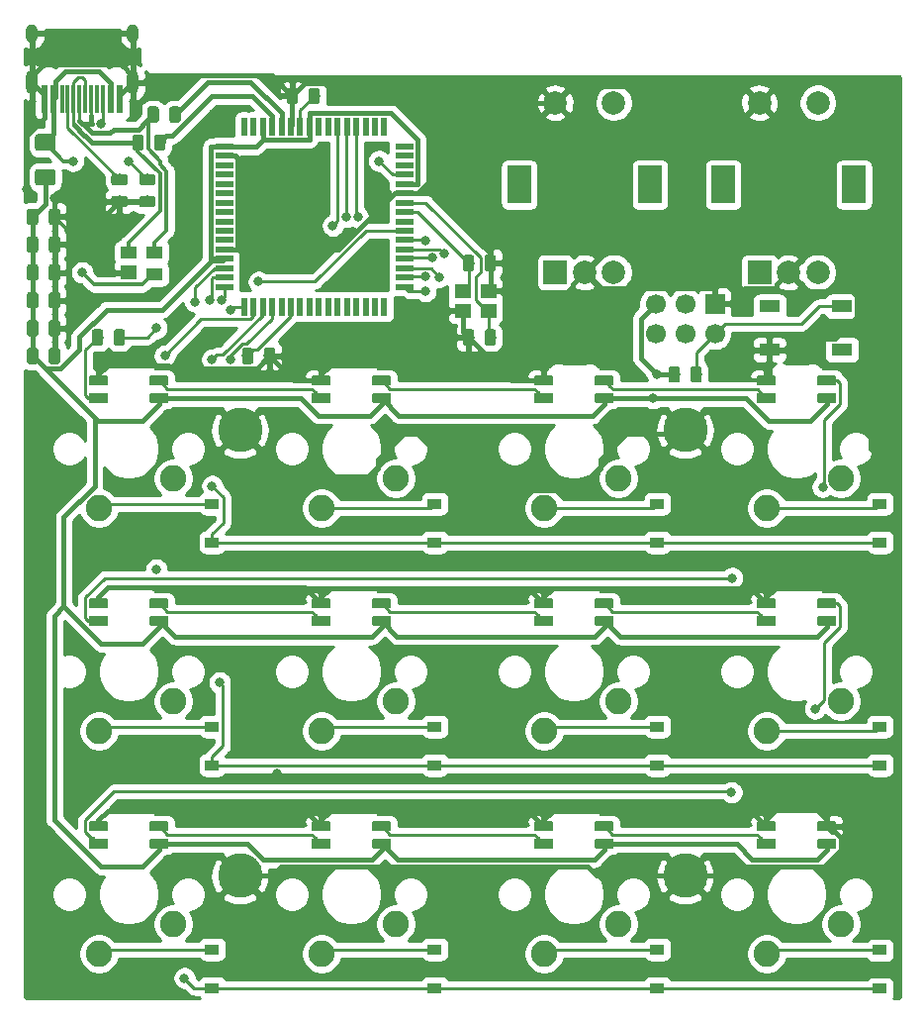
<source format=gbr>
G04 #@! TF.GenerationSoftware,KiCad,Pcbnew,(5.1.4)-1*
G04 #@! TF.CreationDate,2024-03-23T00:37:28-07:00*
G04 #@! TF.ProjectId,macropad,6d616372-6f70-4616-942e-6b696361645f,rev?*
G04 #@! TF.SameCoordinates,Original*
G04 #@! TF.FileFunction,Copper,L2,Bot*
G04 #@! TF.FilePolarity,Positive*
%FSLAX46Y46*%
G04 Gerber Fmt 4.6, Leading zero omitted, Abs format (unit mm)*
G04 Created by KiCad (PCBNEW (5.1.4)-1) date 2024-03-23 00:37:28*
%MOMM*%
%LPD*%
G04 APERTURE LIST*
%ADD10R,1.400000X1.000000*%
%ADD11R,1.400000X1.200000*%
%ADD12C,2.250000*%
%ADD13C,0.100000*%
%ADD14C,0.820000*%
%ADD15C,0.975000*%
%ADD16R,1.500000X0.550000*%
%ADD17R,0.550000X1.500000*%
%ADD18C,3.800000*%
%ADD19R,0.600000X2.450000*%
%ADD20R,0.300000X2.450000*%
%ADD21O,1.000000X2.100000*%
%ADD22O,1.000000X1.600000*%
%ADD23R,2.000000X2.000000*%
%ADD24C,2.000000*%
%ADD25R,2.000000X3.200000*%
%ADD26R,1.800000X1.100000*%
%ADD27R,1.700000X1.700000*%
%ADD28C,1.700000*%
%ADD29C,1.425000*%
%ADD30R,1.200000X0.900000*%
%ADD31C,0.800000*%
%ADD32C,0.250000*%
%ADD33C,0.385000*%
%ADD34C,0.350000*%
%ADD35C,0.254000*%
G04 APERTURE END LIST*
D10*
X72050000Y-77173750D03*
X72050000Y-75273750D03*
X69850000Y-75273750D03*
D11*
X69850000Y-76993750D03*
D12*
X124460000Y-97155000D03*
X130810000Y-94615000D03*
D13*
G36*
X125126037Y-85835396D02*
G01*
X125133997Y-85836577D01*
X125141803Y-85838532D01*
X125149380Y-85841243D01*
X125156655Y-85844683D01*
X125163557Y-85848820D01*
X125170020Y-85853614D01*
X125175983Y-85859018D01*
X125181387Y-85864981D01*
X125186181Y-85871444D01*
X125190318Y-85878346D01*
X125193758Y-85885621D01*
X125196469Y-85893198D01*
X125198424Y-85901004D01*
X125199605Y-85908964D01*
X125200000Y-85917001D01*
X125200000Y-86573001D01*
X125199605Y-86581038D01*
X125198424Y-86588998D01*
X125196469Y-86596804D01*
X125193758Y-86604381D01*
X125190318Y-86611656D01*
X125186181Y-86618558D01*
X125181387Y-86625021D01*
X125175983Y-86630984D01*
X125170020Y-86636388D01*
X125163557Y-86641182D01*
X125156655Y-86645319D01*
X125149380Y-86648759D01*
X125141803Y-86651470D01*
X125133997Y-86653425D01*
X125126037Y-86654606D01*
X125118000Y-86655001D01*
X123682000Y-86655001D01*
X123673963Y-86654606D01*
X123666003Y-86653425D01*
X123658197Y-86651470D01*
X123650620Y-86648759D01*
X123643345Y-86645319D01*
X123636443Y-86641182D01*
X123629980Y-86636388D01*
X123624017Y-86630984D01*
X123618613Y-86625021D01*
X123613819Y-86618558D01*
X123609682Y-86611656D01*
X123606242Y-86604381D01*
X123603531Y-86596804D01*
X123601576Y-86588998D01*
X123600395Y-86581038D01*
X123600000Y-86573001D01*
X123600000Y-85917001D01*
X123600395Y-85908964D01*
X123601576Y-85901004D01*
X123603531Y-85893198D01*
X123606242Y-85885621D01*
X123609682Y-85878346D01*
X123613819Y-85871444D01*
X123618613Y-85864981D01*
X123624017Y-85859018D01*
X123629980Y-85853614D01*
X123636443Y-85848820D01*
X123643345Y-85844683D01*
X123650620Y-85841243D01*
X123658197Y-85838532D01*
X123666003Y-85836577D01*
X123673963Y-85835396D01*
X123682000Y-85835001D01*
X125118000Y-85835001D01*
X125126037Y-85835396D01*
X125126037Y-85835396D01*
G37*
D14*
X124400000Y-86245001D03*
D13*
G36*
X125126037Y-87335396D02*
G01*
X125133997Y-87336577D01*
X125141803Y-87338532D01*
X125149380Y-87341243D01*
X125156655Y-87344683D01*
X125163557Y-87348820D01*
X125170020Y-87353614D01*
X125175983Y-87359018D01*
X125181387Y-87364981D01*
X125186181Y-87371444D01*
X125190318Y-87378346D01*
X125193758Y-87385621D01*
X125196469Y-87393198D01*
X125198424Y-87401004D01*
X125199605Y-87408964D01*
X125200000Y-87417001D01*
X125200000Y-88073001D01*
X125199605Y-88081038D01*
X125198424Y-88088998D01*
X125196469Y-88096804D01*
X125193758Y-88104381D01*
X125190318Y-88111656D01*
X125186181Y-88118558D01*
X125181387Y-88125021D01*
X125175983Y-88130984D01*
X125170020Y-88136388D01*
X125163557Y-88141182D01*
X125156655Y-88145319D01*
X125149380Y-88148759D01*
X125141803Y-88151470D01*
X125133997Y-88153425D01*
X125126037Y-88154606D01*
X125118000Y-88155001D01*
X123682000Y-88155001D01*
X123673963Y-88154606D01*
X123666003Y-88153425D01*
X123658197Y-88151470D01*
X123650620Y-88148759D01*
X123643345Y-88145319D01*
X123636443Y-88141182D01*
X123629980Y-88136388D01*
X123624017Y-88130984D01*
X123618613Y-88125021D01*
X123613819Y-88118558D01*
X123609682Y-88111656D01*
X123606242Y-88104381D01*
X123603531Y-88096804D01*
X123601576Y-88088998D01*
X123600395Y-88081038D01*
X123600000Y-88073001D01*
X123600000Y-87417001D01*
X123600395Y-87408964D01*
X123601576Y-87401004D01*
X123603531Y-87393198D01*
X123606242Y-87385621D01*
X123609682Y-87378346D01*
X123613819Y-87371444D01*
X123618613Y-87364981D01*
X123624017Y-87359018D01*
X123629980Y-87353614D01*
X123636443Y-87348820D01*
X123643345Y-87344683D01*
X123650620Y-87341243D01*
X123658197Y-87338532D01*
X123666003Y-87336577D01*
X123673963Y-87335396D01*
X123682000Y-87335001D01*
X125118000Y-87335001D01*
X125126037Y-87335396D01*
X125126037Y-87335396D01*
G37*
D14*
X124400000Y-87745001D03*
D13*
G36*
X130326037Y-85835396D02*
G01*
X130333997Y-85836577D01*
X130341803Y-85838532D01*
X130349380Y-85841243D01*
X130356655Y-85844683D01*
X130363557Y-85848820D01*
X130370020Y-85853614D01*
X130375983Y-85859018D01*
X130381387Y-85864981D01*
X130386181Y-85871444D01*
X130390318Y-85878346D01*
X130393758Y-85885621D01*
X130396469Y-85893198D01*
X130398424Y-85901004D01*
X130399605Y-85908964D01*
X130400000Y-85917001D01*
X130400000Y-86573001D01*
X130399605Y-86581038D01*
X130398424Y-86588998D01*
X130396469Y-86596804D01*
X130393758Y-86604381D01*
X130390318Y-86611656D01*
X130386181Y-86618558D01*
X130381387Y-86625021D01*
X130375983Y-86630984D01*
X130370020Y-86636388D01*
X130363557Y-86641182D01*
X130356655Y-86645319D01*
X130349380Y-86648759D01*
X130341803Y-86651470D01*
X130333997Y-86653425D01*
X130326037Y-86654606D01*
X130318000Y-86655001D01*
X128882000Y-86655001D01*
X128873963Y-86654606D01*
X128866003Y-86653425D01*
X128858197Y-86651470D01*
X128850620Y-86648759D01*
X128843345Y-86645319D01*
X128836443Y-86641182D01*
X128829980Y-86636388D01*
X128824017Y-86630984D01*
X128818613Y-86625021D01*
X128813819Y-86618558D01*
X128809682Y-86611656D01*
X128806242Y-86604381D01*
X128803531Y-86596804D01*
X128801576Y-86588998D01*
X128800395Y-86581038D01*
X128800000Y-86573001D01*
X128800000Y-85917001D01*
X128800395Y-85908964D01*
X128801576Y-85901004D01*
X128803531Y-85893198D01*
X128806242Y-85885621D01*
X128809682Y-85878346D01*
X128813819Y-85871444D01*
X128818613Y-85864981D01*
X128824017Y-85859018D01*
X128829980Y-85853614D01*
X128836443Y-85848820D01*
X128843345Y-85844683D01*
X128850620Y-85841243D01*
X128858197Y-85838532D01*
X128866003Y-85836577D01*
X128873963Y-85835396D01*
X128882000Y-85835001D01*
X130318000Y-85835001D01*
X130326037Y-85835396D01*
X130326037Y-85835396D01*
G37*
D14*
X129600000Y-86245001D03*
D13*
G36*
X130326037Y-87335396D02*
G01*
X130333997Y-87336577D01*
X130341803Y-87338532D01*
X130349380Y-87341243D01*
X130356655Y-87344683D01*
X130363557Y-87348820D01*
X130370020Y-87353614D01*
X130375983Y-87359018D01*
X130381387Y-87364981D01*
X130386181Y-87371444D01*
X130390318Y-87378346D01*
X130393758Y-87385621D01*
X130396469Y-87393198D01*
X130398424Y-87401004D01*
X130399605Y-87408964D01*
X130400000Y-87417001D01*
X130400000Y-88073001D01*
X130399605Y-88081038D01*
X130398424Y-88088998D01*
X130396469Y-88096804D01*
X130393758Y-88104381D01*
X130390318Y-88111656D01*
X130386181Y-88118558D01*
X130381387Y-88125021D01*
X130375983Y-88130984D01*
X130370020Y-88136388D01*
X130363557Y-88141182D01*
X130356655Y-88145319D01*
X130349380Y-88148759D01*
X130341803Y-88151470D01*
X130333997Y-88153425D01*
X130326037Y-88154606D01*
X130318000Y-88155001D01*
X128882000Y-88155001D01*
X128873963Y-88154606D01*
X128866003Y-88153425D01*
X128858197Y-88151470D01*
X128850620Y-88148759D01*
X128843345Y-88145319D01*
X128836443Y-88141182D01*
X128829980Y-88136388D01*
X128824017Y-88130984D01*
X128818613Y-88125021D01*
X128813819Y-88118558D01*
X128809682Y-88111656D01*
X128806242Y-88104381D01*
X128803531Y-88096804D01*
X128801576Y-88088998D01*
X128800395Y-88081038D01*
X128800000Y-88073001D01*
X128800000Y-87417001D01*
X128800395Y-87408964D01*
X128801576Y-87401004D01*
X128803531Y-87393198D01*
X128806242Y-87385621D01*
X128809682Y-87378346D01*
X128813819Y-87371444D01*
X128818613Y-87364981D01*
X128824017Y-87359018D01*
X128829980Y-87353614D01*
X128836443Y-87348820D01*
X128843345Y-87344683D01*
X128850620Y-87341243D01*
X128858197Y-87338532D01*
X128866003Y-87336577D01*
X128873963Y-87335396D01*
X128882000Y-87335001D01*
X130318000Y-87335001D01*
X130326037Y-87335396D01*
X130326037Y-87335396D01*
G37*
D14*
X129600000Y-87745001D03*
D12*
X86360000Y-97155000D03*
X92710000Y-94615000D03*
D13*
G36*
X67976037Y-85835396D02*
G01*
X67983997Y-85836577D01*
X67991803Y-85838532D01*
X67999380Y-85841243D01*
X68006655Y-85844683D01*
X68013557Y-85848820D01*
X68020020Y-85853614D01*
X68025983Y-85859018D01*
X68031387Y-85864981D01*
X68036181Y-85871444D01*
X68040318Y-85878346D01*
X68043758Y-85885621D01*
X68046469Y-85893198D01*
X68048424Y-85901004D01*
X68049605Y-85908964D01*
X68050000Y-85917001D01*
X68050000Y-86573001D01*
X68049605Y-86581038D01*
X68048424Y-86588998D01*
X68046469Y-86596804D01*
X68043758Y-86604381D01*
X68040318Y-86611656D01*
X68036181Y-86618558D01*
X68031387Y-86625021D01*
X68025983Y-86630984D01*
X68020020Y-86636388D01*
X68013557Y-86641182D01*
X68006655Y-86645319D01*
X67999380Y-86648759D01*
X67991803Y-86651470D01*
X67983997Y-86653425D01*
X67976037Y-86654606D01*
X67968000Y-86655001D01*
X66532000Y-86655001D01*
X66523963Y-86654606D01*
X66516003Y-86653425D01*
X66508197Y-86651470D01*
X66500620Y-86648759D01*
X66493345Y-86645319D01*
X66486443Y-86641182D01*
X66479980Y-86636388D01*
X66474017Y-86630984D01*
X66468613Y-86625021D01*
X66463819Y-86618558D01*
X66459682Y-86611656D01*
X66456242Y-86604381D01*
X66453531Y-86596804D01*
X66451576Y-86588998D01*
X66450395Y-86581038D01*
X66450000Y-86573001D01*
X66450000Y-85917001D01*
X66450395Y-85908964D01*
X66451576Y-85901004D01*
X66453531Y-85893198D01*
X66456242Y-85885621D01*
X66459682Y-85878346D01*
X66463819Y-85871444D01*
X66468613Y-85864981D01*
X66474017Y-85859018D01*
X66479980Y-85853614D01*
X66486443Y-85848820D01*
X66493345Y-85844683D01*
X66500620Y-85841243D01*
X66508197Y-85838532D01*
X66516003Y-85836577D01*
X66523963Y-85835396D01*
X66532000Y-85835001D01*
X67968000Y-85835001D01*
X67976037Y-85835396D01*
X67976037Y-85835396D01*
G37*
D14*
X67250000Y-86245001D03*
D13*
G36*
X67976037Y-87335396D02*
G01*
X67983997Y-87336577D01*
X67991803Y-87338532D01*
X67999380Y-87341243D01*
X68006655Y-87344683D01*
X68013557Y-87348820D01*
X68020020Y-87353614D01*
X68025983Y-87359018D01*
X68031387Y-87364981D01*
X68036181Y-87371444D01*
X68040318Y-87378346D01*
X68043758Y-87385621D01*
X68046469Y-87393198D01*
X68048424Y-87401004D01*
X68049605Y-87408964D01*
X68050000Y-87417001D01*
X68050000Y-88073001D01*
X68049605Y-88081038D01*
X68048424Y-88088998D01*
X68046469Y-88096804D01*
X68043758Y-88104381D01*
X68040318Y-88111656D01*
X68036181Y-88118558D01*
X68031387Y-88125021D01*
X68025983Y-88130984D01*
X68020020Y-88136388D01*
X68013557Y-88141182D01*
X68006655Y-88145319D01*
X67999380Y-88148759D01*
X67991803Y-88151470D01*
X67983997Y-88153425D01*
X67976037Y-88154606D01*
X67968000Y-88155001D01*
X66532000Y-88155001D01*
X66523963Y-88154606D01*
X66516003Y-88153425D01*
X66508197Y-88151470D01*
X66500620Y-88148759D01*
X66493345Y-88145319D01*
X66486443Y-88141182D01*
X66479980Y-88136388D01*
X66474017Y-88130984D01*
X66468613Y-88125021D01*
X66463819Y-88118558D01*
X66459682Y-88111656D01*
X66456242Y-88104381D01*
X66453531Y-88096804D01*
X66451576Y-88088998D01*
X66450395Y-88081038D01*
X66450000Y-88073001D01*
X66450000Y-87417001D01*
X66450395Y-87408964D01*
X66451576Y-87401004D01*
X66453531Y-87393198D01*
X66456242Y-87385621D01*
X66459682Y-87378346D01*
X66463819Y-87371444D01*
X66468613Y-87364981D01*
X66474017Y-87359018D01*
X66479980Y-87353614D01*
X66486443Y-87348820D01*
X66493345Y-87344683D01*
X66500620Y-87341243D01*
X66508197Y-87338532D01*
X66516003Y-87336577D01*
X66523963Y-87335396D01*
X66532000Y-87335001D01*
X67968000Y-87335001D01*
X67976037Y-87335396D01*
X67976037Y-87335396D01*
G37*
D14*
X67250000Y-87745001D03*
D13*
G36*
X73176037Y-85835396D02*
G01*
X73183997Y-85836577D01*
X73191803Y-85838532D01*
X73199380Y-85841243D01*
X73206655Y-85844683D01*
X73213557Y-85848820D01*
X73220020Y-85853614D01*
X73225983Y-85859018D01*
X73231387Y-85864981D01*
X73236181Y-85871444D01*
X73240318Y-85878346D01*
X73243758Y-85885621D01*
X73246469Y-85893198D01*
X73248424Y-85901004D01*
X73249605Y-85908964D01*
X73250000Y-85917001D01*
X73250000Y-86573001D01*
X73249605Y-86581038D01*
X73248424Y-86588998D01*
X73246469Y-86596804D01*
X73243758Y-86604381D01*
X73240318Y-86611656D01*
X73236181Y-86618558D01*
X73231387Y-86625021D01*
X73225983Y-86630984D01*
X73220020Y-86636388D01*
X73213557Y-86641182D01*
X73206655Y-86645319D01*
X73199380Y-86648759D01*
X73191803Y-86651470D01*
X73183997Y-86653425D01*
X73176037Y-86654606D01*
X73168000Y-86655001D01*
X71732000Y-86655001D01*
X71723963Y-86654606D01*
X71716003Y-86653425D01*
X71708197Y-86651470D01*
X71700620Y-86648759D01*
X71693345Y-86645319D01*
X71686443Y-86641182D01*
X71679980Y-86636388D01*
X71674017Y-86630984D01*
X71668613Y-86625021D01*
X71663819Y-86618558D01*
X71659682Y-86611656D01*
X71656242Y-86604381D01*
X71653531Y-86596804D01*
X71651576Y-86588998D01*
X71650395Y-86581038D01*
X71650000Y-86573001D01*
X71650000Y-85917001D01*
X71650395Y-85908964D01*
X71651576Y-85901004D01*
X71653531Y-85893198D01*
X71656242Y-85885621D01*
X71659682Y-85878346D01*
X71663819Y-85871444D01*
X71668613Y-85864981D01*
X71674017Y-85859018D01*
X71679980Y-85853614D01*
X71686443Y-85848820D01*
X71693345Y-85844683D01*
X71700620Y-85841243D01*
X71708197Y-85838532D01*
X71716003Y-85836577D01*
X71723963Y-85835396D01*
X71732000Y-85835001D01*
X73168000Y-85835001D01*
X73176037Y-85835396D01*
X73176037Y-85835396D01*
G37*
D14*
X72450000Y-86245001D03*
D13*
G36*
X73176037Y-87335396D02*
G01*
X73183997Y-87336577D01*
X73191803Y-87338532D01*
X73199380Y-87341243D01*
X73206655Y-87344683D01*
X73213557Y-87348820D01*
X73220020Y-87353614D01*
X73225983Y-87359018D01*
X73231387Y-87364981D01*
X73236181Y-87371444D01*
X73240318Y-87378346D01*
X73243758Y-87385621D01*
X73246469Y-87393198D01*
X73248424Y-87401004D01*
X73249605Y-87408964D01*
X73250000Y-87417001D01*
X73250000Y-88073001D01*
X73249605Y-88081038D01*
X73248424Y-88088998D01*
X73246469Y-88096804D01*
X73243758Y-88104381D01*
X73240318Y-88111656D01*
X73236181Y-88118558D01*
X73231387Y-88125021D01*
X73225983Y-88130984D01*
X73220020Y-88136388D01*
X73213557Y-88141182D01*
X73206655Y-88145319D01*
X73199380Y-88148759D01*
X73191803Y-88151470D01*
X73183997Y-88153425D01*
X73176037Y-88154606D01*
X73168000Y-88155001D01*
X71732000Y-88155001D01*
X71723963Y-88154606D01*
X71716003Y-88153425D01*
X71708197Y-88151470D01*
X71700620Y-88148759D01*
X71693345Y-88145319D01*
X71686443Y-88141182D01*
X71679980Y-88136388D01*
X71674017Y-88130984D01*
X71668613Y-88125021D01*
X71663819Y-88118558D01*
X71659682Y-88111656D01*
X71656242Y-88104381D01*
X71653531Y-88096804D01*
X71651576Y-88088998D01*
X71650395Y-88081038D01*
X71650000Y-88073001D01*
X71650000Y-87417001D01*
X71650395Y-87408964D01*
X71651576Y-87401004D01*
X71653531Y-87393198D01*
X71656242Y-87385621D01*
X71659682Y-87378346D01*
X71663819Y-87371444D01*
X71668613Y-87364981D01*
X71674017Y-87359018D01*
X71679980Y-87353614D01*
X71686443Y-87348820D01*
X71693345Y-87344683D01*
X71700620Y-87341243D01*
X71708197Y-87338532D01*
X71716003Y-87336577D01*
X71723963Y-87335396D01*
X71732000Y-87335001D01*
X73168000Y-87335001D01*
X73176037Y-87335396D01*
X73176037Y-87335396D01*
G37*
D14*
X72450000Y-87745001D03*
D13*
G36*
X87026037Y-123935396D02*
G01*
X87033997Y-123936577D01*
X87041803Y-123938532D01*
X87049380Y-123941243D01*
X87056655Y-123944683D01*
X87063557Y-123948820D01*
X87070020Y-123953614D01*
X87075983Y-123959018D01*
X87081387Y-123964981D01*
X87086181Y-123971444D01*
X87090318Y-123978346D01*
X87093758Y-123985621D01*
X87096469Y-123993198D01*
X87098424Y-124001004D01*
X87099605Y-124008964D01*
X87100000Y-124017001D01*
X87100000Y-124673001D01*
X87099605Y-124681038D01*
X87098424Y-124688998D01*
X87096469Y-124696804D01*
X87093758Y-124704381D01*
X87090318Y-124711656D01*
X87086181Y-124718558D01*
X87081387Y-124725021D01*
X87075983Y-124730984D01*
X87070020Y-124736388D01*
X87063557Y-124741182D01*
X87056655Y-124745319D01*
X87049380Y-124748759D01*
X87041803Y-124751470D01*
X87033997Y-124753425D01*
X87026037Y-124754606D01*
X87018000Y-124755001D01*
X85582000Y-124755001D01*
X85573963Y-124754606D01*
X85566003Y-124753425D01*
X85558197Y-124751470D01*
X85550620Y-124748759D01*
X85543345Y-124745319D01*
X85536443Y-124741182D01*
X85529980Y-124736388D01*
X85524017Y-124730984D01*
X85518613Y-124725021D01*
X85513819Y-124718558D01*
X85509682Y-124711656D01*
X85506242Y-124704381D01*
X85503531Y-124696804D01*
X85501576Y-124688998D01*
X85500395Y-124681038D01*
X85500000Y-124673001D01*
X85500000Y-124017001D01*
X85500395Y-124008964D01*
X85501576Y-124001004D01*
X85503531Y-123993198D01*
X85506242Y-123985621D01*
X85509682Y-123978346D01*
X85513819Y-123971444D01*
X85518613Y-123964981D01*
X85524017Y-123959018D01*
X85529980Y-123953614D01*
X85536443Y-123948820D01*
X85543345Y-123944683D01*
X85550620Y-123941243D01*
X85558197Y-123938532D01*
X85566003Y-123936577D01*
X85573963Y-123935396D01*
X85582000Y-123935001D01*
X87018000Y-123935001D01*
X87026037Y-123935396D01*
X87026037Y-123935396D01*
G37*
D14*
X86300000Y-124345001D03*
D13*
G36*
X87026037Y-125435396D02*
G01*
X87033997Y-125436577D01*
X87041803Y-125438532D01*
X87049380Y-125441243D01*
X87056655Y-125444683D01*
X87063557Y-125448820D01*
X87070020Y-125453614D01*
X87075983Y-125459018D01*
X87081387Y-125464981D01*
X87086181Y-125471444D01*
X87090318Y-125478346D01*
X87093758Y-125485621D01*
X87096469Y-125493198D01*
X87098424Y-125501004D01*
X87099605Y-125508964D01*
X87100000Y-125517001D01*
X87100000Y-126173001D01*
X87099605Y-126181038D01*
X87098424Y-126188998D01*
X87096469Y-126196804D01*
X87093758Y-126204381D01*
X87090318Y-126211656D01*
X87086181Y-126218558D01*
X87081387Y-126225021D01*
X87075983Y-126230984D01*
X87070020Y-126236388D01*
X87063557Y-126241182D01*
X87056655Y-126245319D01*
X87049380Y-126248759D01*
X87041803Y-126251470D01*
X87033997Y-126253425D01*
X87026037Y-126254606D01*
X87018000Y-126255001D01*
X85582000Y-126255001D01*
X85573963Y-126254606D01*
X85566003Y-126253425D01*
X85558197Y-126251470D01*
X85550620Y-126248759D01*
X85543345Y-126245319D01*
X85536443Y-126241182D01*
X85529980Y-126236388D01*
X85524017Y-126230984D01*
X85518613Y-126225021D01*
X85513819Y-126218558D01*
X85509682Y-126211656D01*
X85506242Y-126204381D01*
X85503531Y-126196804D01*
X85501576Y-126188998D01*
X85500395Y-126181038D01*
X85500000Y-126173001D01*
X85500000Y-125517001D01*
X85500395Y-125508964D01*
X85501576Y-125501004D01*
X85503531Y-125493198D01*
X85506242Y-125485621D01*
X85509682Y-125478346D01*
X85513819Y-125471444D01*
X85518613Y-125464981D01*
X85524017Y-125459018D01*
X85529980Y-125453614D01*
X85536443Y-125448820D01*
X85543345Y-125444683D01*
X85550620Y-125441243D01*
X85558197Y-125438532D01*
X85566003Y-125436577D01*
X85573963Y-125435396D01*
X85582000Y-125435001D01*
X87018000Y-125435001D01*
X87026037Y-125435396D01*
X87026037Y-125435396D01*
G37*
D14*
X86300000Y-125845001D03*
D13*
G36*
X92226037Y-123935396D02*
G01*
X92233997Y-123936577D01*
X92241803Y-123938532D01*
X92249380Y-123941243D01*
X92256655Y-123944683D01*
X92263557Y-123948820D01*
X92270020Y-123953614D01*
X92275983Y-123959018D01*
X92281387Y-123964981D01*
X92286181Y-123971444D01*
X92290318Y-123978346D01*
X92293758Y-123985621D01*
X92296469Y-123993198D01*
X92298424Y-124001004D01*
X92299605Y-124008964D01*
X92300000Y-124017001D01*
X92300000Y-124673001D01*
X92299605Y-124681038D01*
X92298424Y-124688998D01*
X92296469Y-124696804D01*
X92293758Y-124704381D01*
X92290318Y-124711656D01*
X92286181Y-124718558D01*
X92281387Y-124725021D01*
X92275983Y-124730984D01*
X92270020Y-124736388D01*
X92263557Y-124741182D01*
X92256655Y-124745319D01*
X92249380Y-124748759D01*
X92241803Y-124751470D01*
X92233997Y-124753425D01*
X92226037Y-124754606D01*
X92218000Y-124755001D01*
X90782000Y-124755001D01*
X90773963Y-124754606D01*
X90766003Y-124753425D01*
X90758197Y-124751470D01*
X90750620Y-124748759D01*
X90743345Y-124745319D01*
X90736443Y-124741182D01*
X90729980Y-124736388D01*
X90724017Y-124730984D01*
X90718613Y-124725021D01*
X90713819Y-124718558D01*
X90709682Y-124711656D01*
X90706242Y-124704381D01*
X90703531Y-124696804D01*
X90701576Y-124688998D01*
X90700395Y-124681038D01*
X90700000Y-124673001D01*
X90700000Y-124017001D01*
X90700395Y-124008964D01*
X90701576Y-124001004D01*
X90703531Y-123993198D01*
X90706242Y-123985621D01*
X90709682Y-123978346D01*
X90713819Y-123971444D01*
X90718613Y-123964981D01*
X90724017Y-123959018D01*
X90729980Y-123953614D01*
X90736443Y-123948820D01*
X90743345Y-123944683D01*
X90750620Y-123941243D01*
X90758197Y-123938532D01*
X90766003Y-123936577D01*
X90773963Y-123935396D01*
X90782000Y-123935001D01*
X92218000Y-123935001D01*
X92226037Y-123935396D01*
X92226037Y-123935396D01*
G37*
D14*
X91500000Y-124345001D03*
D13*
G36*
X92226037Y-125435396D02*
G01*
X92233997Y-125436577D01*
X92241803Y-125438532D01*
X92249380Y-125441243D01*
X92256655Y-125444683D01*
X92263557Y-125448820D01*
X92270020Y-125453614D01*
X92275983Y-125459018D01*
X92281387Y-125464981D01*
X92286181Y-125471444D01*
X92290318Y-125478346D01*
X92293758Y-125485621D01*
X92296469Y-125493198D01*
X92298424Y-125501004D01*
X92299605Y-125508964D01*
X92300000Y-125517001D01*
X92300000Y-126173001D01*
X92299605Y-126181038D01*
X92298424Y-126188998D01*
X92296469Y-126196804D01*
X92293758Y-126204381D01*
X92290318Y-126211656D01*
X92286181Y-126218558D01*
X92281387Y-126225021D01*
X92275983Y-126230984D01*
X92270020Y-126236388D01*
X92263557Y-126241182D01*
X92256655Y-126245319D01*
X92249380Y-126248759D01*
X92241803Y-126251470D01*
X92233997Y-126253425D01*
X92226037Y-126254606D01*
X92218000Y-126255001D01*
X90782000Y-126255001D01*
X90773963Y-126254606D01*
X90766003Y-126253425D01*
X90758197Y-126251470D01*
X90750620Y-126248759D01*
X90743345Y-126245319D01*
X90736443Y-126241182D01*
X90729980Y-126236388D01*
X90724017Y-126230984D01*
X90718613Y-126225021D01*
X90713819Y-126218558D01*
X90709682Y-126211656D01*
X90706242Y-126204381D01*
X90703531Y-126196804D01*
X90701576Y-126188998D01*
X90700395Y-126181038D01*
X90700000Y-126173001D01*
X90700000Y-125517001D01*
X90700395Y-125508964D01*
X90701576Y-125501004D01*
X90703531Y-125493198D01*
X90706242Y-125485621D01*
X90709682Y-125478346D01*
X90713819Y-125471444D01*
X90718613Y-125464981D01*
X90724017Y-125459018D01*
X90729980Y-125453614D01*
X90736443Y-125448820D01*
X90743345Y-125444683D01*
X90750620Y-125441243D01*
X90758197Y-125438532D01*
X90766003Y-125436577D01*
X90773963Y-125435396D01*
X90782000Y-125435001D01*
X92218000Y-125435001D01*
X92226037Y-125435396D01*
X92226037Y-125435396D01*
G37*
D14*
X91500000Y-125845001D03*
D13*
G36*
X87026037Y-104885396D02*
G01*
X87033997Y-104886577D01*
X87041803Y-104888532D01*
X87049380Y-104891243D01*
X87056655Y-104894683D01*
X87063557Y-104898820D01*
X87070020Y-104903614D01*
X87075983Y-104909018D01*
X87081387Y-104914981D01*
X87086181Y-104921444D01*
X87090318Y-104928346D01*
X87093758Y-104935621D01*
X87096469Y-104943198D01*
X87098424Y-104951004D01*
X87099605Y-104958964D01*
X87100000Y-104967001D01*
X87100000Y-105623001D01*
X87099605Y-105631038D01*
X87098424Y-105638998D01*
X87096469Y-105646804D01*
X87093758Y-105654381D01*
X87090318Y-105661656D01*
X87086181Y-105668558D01*
X87081387Y-105675021D01*
X87075983Y-105680984D01*
X87070020Y-105686388D01*
X87063557Y-105691182D01*
X87056655Y-105695319D01*
X87049380Y-105698759D01*
X87041803Y-105701470D01*
X87033997Y-105703425D01*
X87026037Y-105704606D01*
X87018000Y-105705001D01*
X85582000Y-105705001D01*
X85573963Y-105704606D01*
X85566003Y-105703425D01*
X85558197Y-105701470D01*
X85550620Y-105698759D01*
X85543345Y-105695319D01*
X85536443Y-105691182D01*
X85529980Y-105686388D01*
X85524017Y-105680984D01*
X85518613Y-105675021D01*
X85513819Y-105668558D01*
X85509682Y-105661656D01*
X85506242Y-105654381D01*
X85503531Y-105646804D01*
X85501576Y-105638998D01*
X85500395Y-105631038D01*
X85500000Y-105623001D01*
X85500000Y-104967001D01*
X85500395Y-104958964D01*
X85501576Y-104951004D01*
X85503531Y-104943198D01*
X85506242Y-104935621D01*
X85509682Y-104928346D01*
X85513819Y-104921444D01*
X85518613Y-104914981D01*
X85524017Y-104909018D01*
X85529980Y-104903614D01*
X85536443Y-104898820D01*
X85543345Y-104894683D01*
X85550620Y-104891243D01*
X85558197Y-104888532D01*
X85566003Y-104886577D01*
X85573963Y-104885396D01*
X85582000Y-104885001D01*
X87018000Y-104885001D01*
X87026037Y-104885396D01*
X87026037Y-104885396D01*
G37*
D14*
X86300000Y-105295001D03*
D13*
G36*
X87026037Y-106385396D02*
G01*
X87033997Y-106386577D01*
X87041803Y-106388532D01*
X87049380Y-106391243D01*
X87056655Y-106394683D01*
X87063557Y-106398820D01*
X87070020Y-106403614D01*
X87075983Y-106409018D01*
X87081387Y-106414981D01*
X87086181Y-106421444D01*
X87090318Y-106428346D01*
X87093758Y-106435621D01*
X87096469Y-106443198D01*
X87098424Y-106451004D01*
X87099605Y-106458964D01*
X87100000Y-106467001D01*
X87100000Y-107123001D01*
X87099605Y-107131038D01*
X87098424Y-107138998D01*
X87096469Y-107146804D01*
X87093758Y-107154381D01*
X87090318Y-107161656D01*
X87086181Y-107168558D01*
X87081387Y-107175021D01*
X87075983Y-107180984D01*
X87070020Y-107186388D01*
X87063557Y-107191182D01*
X87056655Y-107195319D01*
X87049380Y-107198759D01*
X87041803Y-107201470D01*
X87033997Y-107203425D01*
X87026037Y-107204606D01*
X87018000Y-107205001D01*
X85582000Y-107205001D01*
X85573963Y-107204606D01*
X85566003Y-107203425D01*
X85558197Y-107201470D01*
X85550620Y-107198759D01*
X85543345Y-107195319D01*
X85536443Y-107191182D01*
X85529980Y-107186388D01*
X85524017Y-107180984D01*
X85518613Y-107175021D01*
X85513819Y-107168558D01*
X85509682Y-107161656D01*
X85506242Y-107154381D01*
X85503531Y-107146804D01*
X85501576Y-107138998D01*
X85500395Y-107131038D01*
X85500000Y-107123001D01*
X85500000Y-106467001D01*
X85500395Y-106458964D01*
X85501576Y-106451004D01*
X85503531Y-106443198D01*
X85506242Y-106435621D01*
X85509682Y-106428346D01*
X85513819Y-106421444D01*
X85518613Y-106414981D01*
X85524017Y-106409018D01*
X85529980Y-106403614D01*
X85536443Y-106398820D01*
X85543345Y-106394683D01*
X85550620Y-106391243D01*
X85558197Y-106388532D01*
X85566003Y-106386577D01*
X85573963Y-106385396D01*
X85582000Y-106385001D01*
X87018000Y-106385001D01*
X87026037Y-106385396D01*
X87026037Y-106385396D01*
G37*
D14*
X86300000Y-106795001D03*
D13*
G36*
X92226037Y-104885396D02*
G01*
X92233997Y-104886577D01*
X92241803Y-104888532D01*
X92249380Y-104891243D01*
X92256655Y-104894683D01*
X92263557Y-104898820D01*
X92270020Y-104903614D01*
X92275983Y-104909018D01*
X92281387Y-104914981D01*
X92286181Y-104921444D01*
X92290318Y-104928346D01*
X92293758Y-104935621D01*
X92296469Y-104943198D01*
X92298424Y-104951004D01*
X92299605Y-104958964D01*
X92300000Y-104967001D01*
X92300000Y-105623001D01*
X92299605Y-105631038D01*
X92298424Y-105638998D01*
X92296469Y-105646804D01*
X92293758Y-105654381D01*
X92290318Y-105661656D01*
X92286181Y-105668558D01*
X92281387Y-105675021D01*
X92275983Y-105680984D01*
X92270020Y-105686388D01*
X92263557Y-105691182D01*
X92256655Y-105695319D01*
X92249380Y-105698759D01*
X92241803Y-105701470D01*
X92233997Y-105703425D01*
X92226037Y-105704606D01*
X92218000Y-105705001D01*
X90782000Y-105705001D01*
X90773963Y-105704606D01*
X90766003Y-105703425D01*
X90758197Y-105701470D01*
X90750620Y-105698759D01*
X90743345Y-105695319D01*
X90736443Y-105691182D01*
X90729980Y-105686388D01*
X90724017Y-105680984D01*
X90718613Y-105675021D01*
X90713819Y-105668558D01*
X90709682Y-105661656D01*
X90706242Y-105654381D01*
X90703531Y-105646804D01*
X90701576Y-105638998D01*
X90700395Y-105631038D01*
X90700000Y-105623001D01*
X90700000Y-104967001D01*
X90700395Y-104958964D01*
X90701576Y-104951004D01*
X90703531Y-104943198D01*
X90706242Y-104935621D01*
X90709682Y-104928346D01*
X90713819Y-104921444D01*
X90718613Y-104914981D01*
X90724017Y-104909018D01*
X90729980Y-104903614D01*
X90736443Y-104898820D01*
X90743345Y-104894683D01*
X90750620Y-104891243D01*
X90758197Y-104888532D01*
X90766003Y-104886577D01*
X90773963Y-104885396D01*
X90782000Y-104885001D01*
X92218000Y-104885001D01*
X92226037Y-104885396D01*
X92226037Y-104885396D01*
G37*
D14*
X91500000Y-105295001D03*
D13*
G36*
X92226037Y-106385396D02*
G01*
X92233997Y-106386577D01*
X92241803Y-106388532D01*
X92249380Y-106391243D01*
X92256655Y-106394683D01*
X92263557Y-106398820D01*
X92270020Y-106403614D01*
X92275983Y-106409018D01*
X92281387Y-106414981D01*
X92286181Y-106421444D01*
X92290318Y-106428346D01*
X92293758Y-106435621D01*
X92296469Y-106443198D01*
X92298424Y-106451004D01*
X92299605Y-106458964D01*
X92300000Y-106467001D01*
X92300000Y-107123001D01*
X92299605Y-107131038D01*
X92298424Y-107138998D01*
X92296469Y-107146804D01*
X92293758Y-107154381D01*
X92290318Y-107161656D01*
X92286181Y-107168558D01*
X92281387Y-107175021D01*
X92275983Y-107180984D01*
X92270020Y-107186388D01*
X92263557Y-107191182D01*
X92256655Y-107195319D01*
X92249380Y-107198759D01*
X92241803Y-107201470D01*
X92233997Y-107203425D01*
X92226037Y-107204606D01*
X92218000Y-107205001D01*
X90782000Y-107205001D01*
X90773963Y-107204606D01*
X90766003Y-107203425D01*
X90758197Y-107201470D01*
X90750620Y-107198759D01*
X90743345Y-107195319D01*
X90736443Y-107191182D01*
X90729980Y-107186388D01*
X90724017Y-107180984D01*
X90718613Y-107175021D01*
X90713819Y-107168558D01*
X90709682Y-107161656D01*
X90706242Y-107154381D01*
X90703531Y-107146804D01*
X90701576Y-107138998D01*
X90700395Y-107131038D01*
X90700000Y-107123001D01*
X90700000Y-106467001D01*
X90700395Y-106458964D01*
X90701576Y-106451004D01*
X90703531Y-106443198D01*
X90706242Y-106435621D01*
X90709682Y-106428346D01*
X90713819Y-106421444D01*
X90718613Y-106414981D01*
X90724017Y-106409018D01*
X90729980Y-106403614D01*
X90736443Y-106398820D01*
X90743345Y-106394683D01*
X90750620Y-106391243D01*
X90758197Y-106388532D01*
X90766003Y-106386577D01*
X90773963Y-106385396D01*
X90782000Y-106385001D01*
X92218000Y-106385001D01*
X92226037Y-106385396D01*
X92226037Y-106385396D01*
G37*
D14*
X91500000Y-106795001D03*
D13*
G36*
X63767642Y-83438674D02*
G01*
X63791303Y-83442184D01*
X63814507Y-83447996D01*
X63837029Y-83456054D01*
X63858653Y-83466282D01*
X63879170Y-83478579D01*
X63898383Y-83492829D01*
X63916107Y-83508893D01*
X63932171Y-83526617D01*
X63946421Y-83545830D01*
X63958718Y-83566347D01*
X63968946Y-83587971D01*
X63977004Y-83610493D01*
X63982816Y-83633697D01*
X63986326Y-83657358D01*
X63987500Y-83681250D01*
X63987500Y-84593750D01*
X63986326Y-84617642D01*
X63982816Y-84641303D01*
X63977004Y-84664507D01*
X63968946Y-84687029D01*
X63958718Y-84708653D01*
X63946421Y-84729170D01*
X63932171Y-84748383D01*
X63916107Y-84766107D01*
X63898383Y-84782171D01*
X63879170Y-84796421D01*
X63858653Y-84808718D01*
X63837029Y-84818946D01*
X63814507Y-84827004D01*
X63791303Y-84832816D01*
X63767642Y-84836326D01*
X63743750Y-84837500D01*
X63256250Y-84837500D01*
X63232358Y-84836326D01*
X63208697Y-84832816D01*
X63185493Y-84827004D01*
X63162971Y-84818946D01*
X63141347Y-84808718D01*
X63120830Y-84796421D01*
X63101617Y-84782171D01*
X63083893Y-84766107D01*
X63067829Y-84748383D01*
X63053579Y-84729170D01*
X63041282Y-84708653D01*
X63031054Y-84687029D01*
X63022996Y-84664507D01*
X63017184Y-84641303D01*
X63013674Y-84617642D01*
X63012500Y-84593750D01*
X63012500Y-83681250D01*
X63013674Y-83657358D01*
X63017184Y-83633697D01*
X63022996Y-83610493D01*
X63031054Y-83587971D01*
X63041282Y-83566347D01*
X63053579Y-83545830D01*
X63067829Y-83526617D01*
X63083893Y-83508893D01*
X63101617Y-83492829D01*
X63120830Y-83478579D01*
X63141347Y-83466282D01*
X63162971Y-83456054D01*
X63185493Y-83447996D01*
X63208697Y-83442184D01*
X63232358Y-83438674D01*
X63256250Y-83437500D01*
X63743750Y-83437500D01*
X63767642Y-83438674D01*
X63767642Y-83438674D01*
G37*
D15*
X63500000Y-84137500D03*
D13*
G36*
X61892642Y-83438674D02*
G01*
X61916303Y-83442184D01*
X61939507Y-83447996D01*
X61962029Y-83456054D01*
X61983653Y-83466282D01*
X62004170Y-83478579D01*
X62023383Y-83492829D01*
X62041107Y-83508893D01*
X62057171Y-83526617D01*
X62071421Y-83545830D01*
X62083718Y-83566347D01*
X62093946Y-83587971D01*
X62102004Y-83610493D01*
X62107816Y-83633697D01*
X62111326Y-83657358D01*
X62112500Y-83681250D01*
X62112500Y-84593750D01*
X62111326Y-84617642D01*
X62107816Y-84641303D01*
X62102004Y-84664507D01*
X62093946Y-84687029D01*
X62083718Y-84708653D01*
X62071421Y-84729170D01*
X62057171Y-84748383D01*
X62041107Y-84766107D01*
X62023383Y-84782171D01*
X62004170Y-84796421D01*
X61983653Y-84808718D01*
X61962029Y-84818946D01*
X61939507Y-84827004D01*
X61916303Y-84832816D01*
X61892642Y-84836326D01*
X61868750Y-84837500D01*
X61381250Y-84837500D01*
X61357358Y-84836326D01*
X61333697Y-84832816D01*
X61310493Y-84827004D01*
X61287971Y-84818946D01*
X61266347Y-84808718D01*
X61245830Y-84796421D01*
X61226617Y-84782171D01*
X61208893Y-84766107D01*
X61192829Y-84748383D01*
X61178579Y-84729170D01*
X61166282Y-84708653D01*
X61156054Y-84687029D01*
X61147996Y-84664507D01*
X61142184Y-84641303D01*
X61138674Y-84617642D01*
X61137500Y-84593750D01*
X61137500Y-83681250D01*
X61138674Y-83657358D01*
X61142184Y-83633697D01*
X61147996Y-83610493D01*
X61156054Y-83587971D01*
X61166282Y-83566347D01*
X61178579Y-83545830D01*
X61192829Y-83526617D01*
X61208893Y-83508893D01*
X61226617Y-83492829D01*
X61245830Y-83478579D01*
X61266347Y-83466282D01*
X61287971Y-83456054D01*
X61310493Y-83447996D01*
X61333697Y-83442184D01*
X61357358Y-83438674D01*
X61381250Y-83437500D01*
X61868750Y-83437500D01*
X61892642Y-83438674D01*
X61892642Y-83438674D01*
G37*
D15*
X61625000Y-84137500D03*
D13*
G36*
X87026037Y-85835396D02*
G01*
X87033997Y-85836577D01*
X87041803Y-85838532D01*
X87049380Y-85841243D01*
X87056655Y-85844683D01*
X87063557Y-85848820D01*
X87070020Y-85853614D01*
X87075983Y-85859018D01*
X87081387Y-85864981D01*
X87086181Y-85871444D01*
X87090318Y-85878346D01*
X87093758Y-85885621D01*
X87096469Y-85893198D01*
X87098424Y-85901004D01*
X87099605Y-85908964D01*
X87100000Y-85917001D01*
X87100000Y-86573001D01*
X87099605Y-86581038D01*
X87098424Y-86588998D01*
X87096469Y-86596804D01*
X87093758Y-86604381D01*
X87090318Y-86611656D01*
X87086181Y-86618558D01*
X87081387Y-86625021D01*
X87075983Y-86630984D01*
X87070020Y-86636388D01*
X87063557Y-86641182D01*
X87056655Y-86645319D01*
X87049380Y-86648759D01*
X87041803Y-86651470D01*
X87033997Y-86653425D01*
X87026037Y-86654606D01*
X87018000Y-86655001D01*
X85582000Y-86655001D01*
X85573963Y-86654606D01*
X85566003Y-86653425D01*
X85558197Y-86651470D01*
X85550620Y-86648759D01*
X85543345Y-86645319D01*
X85536443Y-86641182D01*
X85529980Y-86636388D01*
X85524017Y-86630984D01*
X85518613Y-86625021D01*
X85513819Y-86618558D01*
X85509682Y-86611656D01*
X85506242Y-86604381D01*
X85503531Y-86596804D01*
X85501576Y-86588998D01*
X85500395Y-86581038D01*
X85500000Y-86573001D01*
X85500000Y-85917001D01*
X85500395Y-85908964D01*
X85501576Y-85901004D01*
X85503531Y-85893198D01*
X85506242Y-85885621D01*
X85509682Y-85878346D01*
X85513819Y-85871444D01*
X85518613Y-85864981D01*
X85524017Y-85859018D01*
X85529980Y-85853614D01*
X85536443Y-85848820D01*
X85543345Y-85844683D01*
X85550620Y-85841243D01*
X85558197Y-85838532D01*
X85566003Y-85836577D01*
X85573963Y-85835396D01*
X85582000Y-85835001D01*
X87018000Y-85835001D01*
X87026037Y-85835396D01*
X87026037Y-85835396D01*
G37*
D14*
X86300000Y-86245001D03*
D13*
G36*
X87026037Y-87335396D02*
G01*
X87033997Y-87336577D01*
X87041803Y-87338532D01*
X87049380Y-87341243D01*
X87056655Y-87344683D01*
X87063557Y-87348820D01*
X87070020Y-87353614D01*
X87075983Y-87359018D01*
X87081387Y-87364981D01*
X87086181Y-87371444D01*
X87090318Y-87378346D01*
X87093758Y-87385621D01*
X87096469Y-87393198D01*
X87098424Y-87401004D01*
X87099605Y-87408964D01*
X87100000Y-87417001D01*
X87100000Y-88073001D01*
X87099605Y-88081038D01*
X87098424Y-88088998D01*
X87096469Y-88096804D01*
X87093758Y-88104381D01*
X87090318Y-88111656D01*
X87086181Y-88118558D01*
X87081387Y-88125021D01*
X87075983Y-88130984D01*
X87070020Y-88136388D01*
X87063557Y-88141182D01*
X87056655Y-88145319D01*
X87049380Y-88148759D01*
X87041803Y-88151470D01*
X87033997Y-88153425D01*
X87026037Y-88154606D01*
X87018000Y-88155001D01*
X85582000Y-88155001D01*
X85573963Y-88154606D01*
X85566003Y-88153425D01*
X85558197Y-88151470D01*
X85550620Y-88148759D01*
X85543345Y-88145319D01*
X85536443Y-88141182D01*
X85529980Y-88136388D01*
X85524017Y-88130984D01*
X85518613Y-88125021D01*
X85513819Y-88118558D01*
X85509682Y-88111656D01*
X85506242Y-88104381D01*
X85503531Y-88096804D01*
X85501576Y-88088998D01*
X85500395Y-88081038D01*
X85500000Y-88073001D01*
X85500000Y-87417001D01*
X85500395Y-87408964D01*
X85501576Y-87401004D01*
X85503531Y-87393198D01*
X85506242Y-87385621D01*
X85509682Y-87378346D01*
X85513819Y-87371444D01*
X85518613Y-87364981D01*
X85524017Y-87359018D01*
X85529980Y-87353614D01*
X85536443Y-87348820D01*
X85543345Y-87344683D01*
X85550620Y-87341243D01*
X85558197Y-87338532D01*
X85566003Y-87336577D01*
X85573963Y-87335396D01*
X85582000Y-87335001D01*
X87018000Y-87335001D01*
X87026037Y-87335396D01*
X87026037Y-87335396D01*
G37*
D14*
X86300000Y-87745001D03*
D13*
G36*
X92226037Y-85835396D02*
G01*
X92233997Y-85836577D01*
X92241803Y-85838532D01*
X92249380Y-85841243D01*
X92256655Y-85844683D01*
X92263557Y-85848820D01*
X92270020Y-85853614D01*
X92275983Y-85859018D01*
X92281387Y-85864981D01*
X92286181Y-85871444D01*
X92290318Y-85878346D01*
X92293758Y-85885621D01*
X92296469Y-85893198D01*
X92298424Y-85901004D01*
X92299605Y-85908964D01*
X92300000Y-85917001D01*
X92300000Y-86573001D01*
X92299605Y-86581038D01*
X92298424Y-86588998D01*
X92296469Y-86596804D01*
X92293758Y-86604381D01*
X92290318Y-86611656D01*
X92286181Y-86618558D01*
X92281387Y-86625021D01*
X92275983Y-86630984D01*
X92270020Y-86636388D01*
X92263557Y-86641182D01*
X92256655Y-86645319D01*
X92249380Y-86648759D01*
X92241803Y-86651470D01*
X92233997Y-86653425D01*
X92226037Y-86654606D01*
X92218000Y-86655001D01*
X90782000Y-86655001D01*
X90773963Y-86654606D01*
X90766003Y-86653425D01*
X90758197Y-86651470D01*
X90750620Y-86648759D01*
X90743345Y-86645319D01*
X90736443Y-86641182D01*
X90729980Y-86636388D01*
X90724017Y-86630984D01*
X90718613Y-86625021D01*
X90713819Y-86618558D01*
X90709682Y-86611656D01*
X90706242Y-86604381D01*
X90703531Y-86596804D01*
X90701576Y-86588998D01*
X90700395Y-86581038D01*
X90700000Y-86573001D01*
X90700000Y-85917001D01*
X90700395Y-85908964D01*
X90701576Y-85901004D01*
X90703531Y-85893198D01*
X90706242Y-85885621D01*
X90709682Y-85878346D01*
X90713819Y-85871444D01*
X90718613Y-85864981D01*
X90724017Y-85859018D01*
X90729980Y-85853614D01*
X90736443Y-85848820D01*
X90743345Y-85844683D01*
X90750620Y-85841243D01*
X90758197Y-85838532D01*
X90766003Y-85836577D01*
X90773963Y-85835396D01*
X90782000Y-85835001D01*
X92218000Y-85835001D01*
X92226037Y-85835396D01*
X92226037Y-85835396D01*
G37*
D14*
X91500000Y-86245001D03*
D13*
G36*
X92226037Y-87335396D02*
G01*
X92233997Y-87336577D01*
X92241803Y-87338532D01*
X92249380Y-87341243D01*
X92256655Y-87344683D01*
X92263557Y-87348820D01*
X92270020Y-87353614D01*
X92275983Y-87359018D01*
X92281387Y-87364981D01*
X92286181Y-87371444D01*
X92290318Y-87378346D01*
X92293758Y-87385621D01*
X92296469Y-87393198D01*
X92298424Y-87401004D01*
X92299605Y-87408964D01*
X92300000Y-87417001D01*
X92300000Y-88073001D01*
X92299605Y-88081038D01*
X92298424Y-88088998D01*
X92296469Y-88096804D01*
X92293758Y-88104381D01*
X92290318Y-88111656D01*
X92286181Y-88118558D01*
X92281387Y-88125021D01*
X92275983Y-88130984D01*
X92270020Y-88136388D01*
X92263557Y-88141182D01*
X92256655Y-88145319D01*
X92249380Y-88148759D01*
X92241803Y-88151470D01*
X92233997Y-88153425D01*
X92226037Y-88154606D01*
X92218000Y-88155001D01*
X90782000Y-88155001D01*
X90773963Y-88154606D01*
X90766003Y-88153425D01*
X90758197Y-88151470D01*
X90750620Y-88148759D01*
X90743345Y-88145319D01*
X90736443Y-88141182D01*
X90729980Y-88136388D01*
X90724017Y-88130984D01*
X90718613Y-88125021D01*
X90713819Y-88118558D01*
X90709682Y-88111656D01*
X90706242Y-88104381D01*
X90703531Y-88096804D01*
X90701576Y-88088998D01*
X90700395Y-88081038D01*
X90700000Y-88073001D01*
X90700000Y-87417001D01*
X90700395Y-87408964D01*
X90701576Y-87401004D01*
X90703531Y-87393198D01*
X90706242Y-87385621D01*
X90709682Y-87378346D01*
X90713819Y-87371444D01*
X90718613Y-87364981D01*
X90724017Y-87359018D01*
X90729980Y-87353614D01*
X90736443Y-87348820D01*
X90743345Y-87344683D01*
X90750620Y-87341243D01*
X90758197Y-87338532D01*
X90766003Y-87336577D01*
X90773963Y-87335396D01*
X90782000Y-87335001D01*
X92218000Y-87335001D01*
X92226037Y-87335396D01*
X92226037Y-87335396D01*
G37*
D14*
X91500000Y-87745001D03*
D16*
X78025000Y-66231250D03*
X78025000Y-67031250D03*
X78025000Y-67831250D03*
X78025000Y-68631250D03*
X78025000Y-69431250D03*
X78025000Y-70231250D03*
X78025000Y-71031250D03*
X78025000Y-71831250D03*
X78025000Y-72631250D03*
X78025000Y-73431250D03*
X78025000Y-74231250D03*
X78025000Y-75031250D03*
X78025000Y-75831250D03*
X78025000Y-76631250D03*
X78025000Y-77431250D03*
X78025000Y-78231250D03*
D17*
X79725000Y-79931250D03*
X80525000Y-79931250D03*
X81325000Y-79931250D03*
X82125000Y-79931250D03*
X82925000Y-79931250D03*
X83725000Y-79931250D03*
X84525000Y-79931250D03*
X85325000Y-79931250D03*
X86125000Y-79931250D03*
X86925000Y-79931250D03*
X87725000Y-79931250D03*
X88525000Y-79931250D03*
X89325000Y-79931250D03*
X90125000Y-79931250D03*
X90925000Y-79931250D03*
X91725000Y-79931250D03*
D16*
X93425000Y-78231250D03*
X93425000Y-77431250D03*
X93425000Y-76631250D03*
X93425000Y-75831250D03*
X93425000Y-75031250D03*
X93425000Y-74231250D03*
X93425000Y-73431250D03*
X93425000Y-72631250D03*
X93425000Y-71831250D03*
X93425000Y-71031250D03*
X93425000Y-70231250D03*
X93425000Y-69431250D03*
X93425000Y-68631250D03*
X93425000Y-67831250D03*
X93425000Y-67031250D03*
X93425000Y-66231250D03*
D17*
X91725000Y-64531250D03*
X90925000Y-64531250D03*
X90125000Y-64531250D03*
X89325000Y-64531250D03*
X88525000Y-64531250D03*
X87725000Y-64531250D03*
X86925000Y-64531250D03*
X86125000Y-64531250D03*
X85325000Y-64531250D03*
X84525000Y-64531250D03*
X83725000Y-64531250D03*
X82925000Y-64531250D03*
X82125000Y-64531250D03*
X81325000Y-64531250D03*
X80525000Y-64531250D03*
X79725000Y-64531250D03*
D18*
X79375000Y-128587500D03*
X117475000Y-128587500D03*
X79375000Y-90487500D03*
X117475000Y-90487500D03*
D11*
X98425000Y-80281250D03*
X100625000Y-80281250D03*
X100625000Y-78581250D03*
X98425000Y-78581250D03*
D19*
X69106250Y-62170000D03*
X62656250Y-62170000D03*
X68331250Y-62170000D03*
X63431250Y-62170000D03*
D20*
X64131250Y-62170000D03*
X67631250Y-62170000D03*
X64631250Y-62170000D03*
X67131250Y-62170000D03*
X65131250Y-62170000D03*
X66631250Y-62170000D03*
X66131250Y-62170000D03*
X65631250Y-62170000D03*
D21*
X61561250Y-60755000D03*
X70201250Y-60755000D03*
D22*
X61561250Y-56575000D03*
X70201250Y-56575000D03*
D23*
X106362500Y-76993750D03*
D24*
X108862500Y-76993750D03*
X111362500Y-76993750D03*
D25*
X103262500Y-69493750D03*
X114462500Y-69493750D03*
D24*
X106362500Y-62493750D03*
X111362500Y-62493750D03*
D23*
X123825000Y-76993750D03*
D24*
X126325000Y-76993750D03*
X128825000Y-76993750D03*
D25*
X120725000Y-69493750D03*
X131925000Y-69493750D03*
D24*
X123825000Y-62493750D03*
X128825000Y-62493750D03*
D26*
X130893750Y-83606250D03*
X124693750Y-79906250D03*
X130893750Y-79906250D03*
X124693750Y-83606250D03*
D13*
G36*
X69323892Y-81851174D02*
G01*
X69347553Y-81854684D01*
X69370757Y-81860496D01*
X69393279Y-81868554D01*
X69414903Y-81878782D01*
X69435420Y-81891079D01*
X69454633Y-81905329D01*
X69472357Y-81921393D01*
X69488421Y-81939117D01*
X69502671Y-81958330D01*
X69514968Y-81978847D01*
X69525196Y-82000471D01*
X69533254Y-82022993D01*
X69539066Y-82046197D01*
X69542576Y-82069858D01*
X69543750Y-82093750D01*
X69543750Y-83006250D01*
X69542576Y-83030142D01*
X69539066Y-83053803D01*
X69533254Y-83077007D01*
X69525196Y-83099529D01*
X69514968Y-83121153D01*
X69502671Y-83141670D01*
X69488421Y-83160883D01*
X69472357Y-83178607D01*
X69454633Y-83194671D01*
X69435420Y-83208921D01*
X69414903Y-83221218D01*
X69393279Y-83231446D01*
X69370757Y-83239504D01*
X69347553Y-83245316D01*
X69323892Y-83248826D01*
X69300000Y-83250000D01*
X68812500Y-83250000D01*
X68788608Y-83248826D01*
X68764947Y-83245316D01*
X68741743Y-83239504D01*
X68719221Y-83231446D01*
X68697597Y-83221218D01*
X68677080Y-83208921D01*
X68657867Y-83194671D01*
X68640143Y-83178607D01*
X68624079Y-83160883D01*
X68609829Y-83141670D01*
X68597532Y-83121153D01*
X68587304Y-83099529D01*
X68579246Y-83077007D01*
X68573434Y-83053803D01*
X68569924Y-83030142D01*
X68568750Y-83006250D01*
X68568750Y-82093750D01*
X68569924Y-82069858D01*
X68573434Y-82046197D01*
X68579246Y-82022993D01*
X68587304Y-82000471D01*
X68597532Y-81978847D01*
X68609829Y-81958330D01*
X68624079Y-81939117D01*
X68640143Y-81921393D01*
X68657867Y-81905329D01*
X68677080Y-81891079D01*
X68697597Y-81878782D01*
X68719221Y-81868554D01*
X68741743Y-81860496D01*
X68764947Y-81854684D01*
X68788608Y-81851174D01*
X68812500Y-81850000D01*
X69300000Y-81850000D01*
X69323892Y-81851174D01*
X69323892Y-81851174D01*
G37*
D15*
X69056250Y-82550000D03*
D13*
G36*
X67448892Y-81851174D02*
G01*
X67472553Y-81854684D01*
X67495757Y-81860496D01*
X67518279Y-81868554D01*
X67539903Y-81878782D01*
X67560420Y-81891079D01*
X67579633Y-81905329D01*
X67597357Y-81921393D01*
X67613421Y-81939117D01*
X67627671Y-81958330D01*
X67639968Y-81978847D01*
X67650196Y-82000471D01*
X67658254Y-82022993D01*
X67664066Y-82046197D01*
X67667576Y-82069858D01*
X67668750Y-82093750D01*
X67668750Y-83006250D01*
X67667576Y-83030142D01*
X67664066Y-83053803D01*
X67658254Y-83077007D01*
X67650196Y-83099529D01*
X67639968Y-83121153D01*
X67627671Y-83141670D01*
X67613421Y-83160883D01*
X67597357Y-83178607D01*
X67579633Y-83194671D01*
X67560420Y-83208921D01*
X67539903Y-83221218D01*
X67518279Y-83231446D01*
X67495757Y-83239504D01*
X67472553Y-83245316D01*
X67448892Y-83248826D01*
X67425000Y-83250000D01*
X66937500Y-83250000D01*
X66913608Y-83248826D01*
X66889947Y-83245316D01*
X66866743Y-83239504D01*
X66844221Y-83231446D01*
X66822597Y-83221218D01*
X66802080Y-83208921D01*
X66782867Y-83194671D01*
X66765143Y-83178607D01*
X66749079Y-83160883D01*
X66734829Y-83141670D01*
X66722532Y-83121153D01*
X66712304Y-83099529D01*
X66704246Y-83077007D01*
X66698434Y-83053803D01*
X66694924Y-83030142D01*
X66693750Y-83006250D01*
X66693750Y-82093750D01*
X66694924Y-82069858D01*
X66698434Y-82046197D01*
X66704246Y-82022993D01*
X66712304Y-82000471D01*
X66722532Y-81978847D01*
X66734829Y-81958330D01*
X66749079Y-81939117D01*
X66765143Y-81921393D01*
X66782867Y-81905329D01*
X66802080Y-81891079D01*
X66822597Y-81878782D01*
X66844221Y-81868554D01*
X66866743Y-81860496D01*
X66889947Y-81854684D01*
X66913608Y-81851174D01*
X66937500Y-81850000D01*
X67425000Y-81850000D01*
X67448892Y-81851174D01*
X67448892Y-81851174D01*
G37*
D15*
X67181250Y-82550000D03*
D13*
G36*
X118680142Y-85026174D02*
G01*
X118703803Y-85029684D01*
X118727007Y-85035496D01*
X118749529Y-85043554D01*
X118771153Y-85053782D01*
X118791670Y-85066079D01*
X118810883Y-85080329D01*
X118828607Y-85096393D01*
X118844671Y-85114117D01*
X118858921Y-85133330D01*
X118871218Y-85153847D01*
X118881446Y-85175471D01*
X118889504Y-85197993D01*
X118895316Y-85221197D01*
X118898826Y-85244858D01*
X118900000Y-85268750D01*
X118900000Y-86181250D01*
X118898826Y-86205142D01*
X118895316Y-86228803D01*
X118889504Y-86252007D01*
X118881446Y-86274529D01*
X118871218Y-86296153D01*
X118858921Y-86316670D01*
X118844671Y-86335883D01*
X118828607Y-86353607D01*
X118810883Y-86369671D01*
X118791670Y-86383921D01*
X118771153Y-86396218D01*
X118749529Y-86406446D01*
X118727007Y-86414504D01*
X118703803Y-86420316D01*
X118680142Y-86423826D01*
X118656250Y-86425000D01*
X118168750Y-86425000D01*
X118144858Y-86423826D01*
X118121197Y-86420316D01*
X118097993Y-86414504D01*
X118075471Y-86406446D01*
X118053847Y-86396218D01*
X118033330Y-86383921D01*
X118014117Y-86369671D01*
X117996393Y-86353607D01*
X117980329Y-86335883D01*
X117966079Y-86316670D01*
X117953782Y-86296153D01*
X117943554Y-86274529D01*
X117935496Y-86252007D01*
X117929684Y-86228803D01*
X117926174Y-86205142D01*
X117925000Y-86181250D01*
X117925000Y-85268750D01*
X117926174Y-85244858D01*
X117929684Y-85221197D01*
X117935496Y-85197993D01*
X117943554Y-85175471D01*
X117953782Y-85153847D01*
X117966079Y-85133330D01*
X117980329Y-85114117D01*
X117996393Y-85096393D01*
X118014117Y-85080329D01*
X118033330Y-85066079D01*
X118053847Y-85053782D01*
X118075471Y-85043554D01*
X118097993Y-85035496D01*
X118121197Y-85029684D01*
X118144858Y-85026174D01*
X118168750Y-85025000D01*
X118656250Y-85025000D01*
X118680142Y-85026174D01*
X118680142Y-85026174D01*
G37*
D15*
X118412500Y-85725000D03*
D13*
G36*
X116805142Y-85026174D02*
G01*
X116828803Y-85029684D01*
X116852007Y-85035496D01*
X116874529Y-85043554D01*
X116896153Y-85053782D01*
X116916670Y-85066079D01*
X116935883Y-85080329D01*
X116953607Y-85096393D01*
X116969671Y-85114117D01*
X116983921Y-85133330D01*
X116996218Y-85153847D01*
X117006446Y-85175471D01*
X117014504Y-85197993D01*
X117020316Y-85221197D01*
X117023826Y-85244858D01*
X117025000Y-85268750D01*
X117025000Y-86181250D01*
X117023826Y-86205142D01*
X117020316Y-86228803D01*
X117014504Y-86252007D01*
X117006446Y-86274529D01*
X116996218Y-86296153D01*
X116983921Y-86316670D01*
X116969671Y-86335883D01*
X116953607Y-86353607D01*
X116935883Y-86369671D01*
X116916670Y-86383921D01*
X116896153Y-86396218D01*
X116874529Y-86406446D01*
X116852007Y-86414504D01*
X116828803Y-86420316D01*
X116805142Y-86423826D01*
X116781250Y-86425000D01*
X116293750Y-86425000D01*
X116269858Y-86423826D01*
X116246197Y-86420316D01*
X116222993Y-86414504D01*
X116200471Y-86406446D01*
X116178847Y-86396218D01*
X116158330Y-86383921D01*
X116139117Y-86369671D01*
X116121393Y-86353607D01*
X116105329Y-86335883D01*
X116091079Y-86316670D01*
X116078782Y-86296153D01*
X116068554Y-86274529D01*
X116060496Y-86252007D01*
X116054684Y-86228803D01*
X116051174Y-86205142D01*
X116050000Y-86181250D01*
X116050000Y-85268750D01*
X116051174Y-85244858D01*
X116054684Y-85221197D01*
X116060496Y-85197993D01*
X116068554Y-85175471D01*
X116078782Y-85153847D01*
X116091079Y-85133330D01*
X116105329Y-85114117D01*
X116121393Y-85096393D01*
X116139117Y-85080329D01*
X116158330Y-85066079D01*
X116178847Y-85053782D01*
X116200471Y-85043554D01*
X116222993Y-85035496D01*
X116246197Y-85029684D01*
X116269858Y-85026174D01*
X116293750Y-85025000D01*
X116781250Y-85025000D01*
X116805142Y-85026174D01*
X116805142Y-85026174D01*
G37*
D15*
X116537500Y-85725000D03*
D13*
G36*
X82167642Y-83438674D02*
G01*
X82191303Y-83442184D01*
X82214507Y-83447996D01*
X82237029Y-83456054D01*
X82258653Y-83466282D01*
X82279170Y-83478579D01*
X82298383Y-83492829D01*
X82316107Y-83508893D01*
X82332171Y-83526617D01*
X82346421Y-83545830D01*
X82358718Y-83566347D01*
X82368946Y-83587971D01*
X82377004Y-83610493D01*
X82382816Y-83633697D01*
X82386326Y-83657358D01*
X82387500Y-83681250D01*
X82387500Y-84593750D01*
X82386326Y-84617642D01*
X82382816Y-84641303D01*
X82377004Y-84664507D01*
X82368946Y-84687029D01*
X82358718Y-84708653D01*
X82346421Y-84729170D01*
X82332171Y-84748383D01*
X82316107Y-84766107D01*
X82298383Y-84782171D01*
X82279170Y-84796421D01*
X82258653Y-84808718D01*
X82237029Y-84818946D01*
X82214507Y-84827004D01*
X82191303Y-84832816D01*
X82167642Y-84836326D01*
X82143750Y-84837500D01*
X81656250Y-84837500D01*
X81632358Y-84836326D01*
X81608697Y-84832816D01*
X81585493Y-84827004D01*
X81562971Y-84818946D01*
X81541347Y-84808718D01*
X81520830Y-84796421D01*
X81501617Y-84782171D01*
X81483893Y-84766107D01*
X81467829Y-84748383D01*
X81453579Y-84729170D01*
X81441282Y-84708653D01*
X81431054Y-84687029D01*
X81422996Y-84664507D01*
X81417184Y-84641303D01*
X81413674Y-84617642D01*
X81412500Y-84593750D01*
X81412500Y-83681250D01*
X81413674Y-83657358D01*
X81417184Y-83633697D01*
X81422996Y-83610493D01*
X81431054Y-83587971D01*
X81441282Y-83566347D01*
X81453579Y-83545830D01*
X81467829Y-83526617D01*
X81483893Y-83508893D01*
X81501617Y-83492829D01*
X81520830Y-83478579D01*
X81541347Y-83466282D01*
X81562971Y-83456054D01*
X81585493Y-83447996D01*
X81608697Y-83442184D01*
X81632358Y-83438674D01*
X81656250Y-83437500D01*
X82143750Y-83437500D01*
X82167642Y-83438674D01*
X82167642Y-83438674D01*
G37*
D15*
X81900000Y-84137500D03*
D13*
G36*
X80292642Y-83438674D02*
G01*
X80316303Y-83442184D01*
X80339507Y-83447996D01*
X80362029Y-83456054D01*
X80383653Y-83466282D01*
X80404170Y-83478579D01*
X80423383Y-83492829D01*
X80441107Y-83508893D01*
X80457171Y-83526617D01*
X80471421Y-83545830D01*
X80483718Y-83566347D01*
X80493946Y-83587971D01*
X80502004Y-83610493D01*
X80507816Y-83633697D01*
X80511326Y-83657358D01*
X80512500Y-83681250D01*
X80512500Y-84593750D01*
X80511326Y-84617642D01*
X80507816Y-84641303D01*
X80502004Y-84664507D01*
X80493946Y-84687029D01*
X80483718Y-84708653D01*
X80471421Y-84729170D01*
X80457171Y-84748383D01*
X80441107Y-84766107D01*
X80423383Y-84782171D01*
X80404170Y-84796421D01*
X80383653Y-84808718D01*
X80362029Y-84818946D01*
X80339507Y-84827004D01*
X80316303Y-84832816D01*
X80292642Y-84836326D01*
X80268750Y-84837500D01*
X79781250Y-84837500D01*
X79757358Y-84836326D01*
X79733697Y-84832816D01*
X79710493Y-84827004D01*
X79687971Y-84818946D01*
X79666347Y-84808718D01*
X79645830Y-84796421D01*
X79626617Y-84782171D01*
X79608893Y-84766107D01*
X79592829Y-84748383D01*
X79578579Y-84729170D01*
X79566282Y-84708653D01*
X79556054Y-84687029D01*
X79547996Y-84664507D01*
X79542184Y-84641303D01*
X79538674Y-84617642D01*
X79537500Y-84593750D01*
X79537500Y-83681250D01*
X79538674Y-83657358D01*
X79542184Y-83633697D01*
X79547996Y-83610493D01*
X79556054Y-83587971D01*
X79566282Y-83566347D01*
X79578579Y-83545830D01*
X79592829Y-83526617D01*
X79608893Y-83508893D01*
X79626617Y-83492829D01*
X79645830Y-83478579D01*
X79666347Y-83466282D01*
X79687971Y-83456054D01*
X79710493Y-83447996D01*
X79733697Y-83442184D01*
X79757358Y-83438674D01*
X79781250Y-83437500D01*
X80268750Y-83437500D01*
X80292642Y-83438674D01*
X80292642Y-83438674D01*
G37*
D15*
X80025000Y-84137500D03*
D13*
G36*
X70911392Y-65182424D02*
G01*
X70935053Y-65185934D01*
X70958257Y-65191746D01*
X70980779Y-65199804D01*
X71002403Y-65210032D01*
X71022920Y-65222329D01*
X71042133Y-65236579D01*
X71059857Y-65252643D01*
X71075921Y-65270367D01*
X71090171Y-65289580D01*
X71102468Y-65310097D01*
X71112696Y-65331721D01*
X71120754Y-65354243D01*
X71126566Y-65377447D01*
X71130076Y-65401108D01*
X71131250Y-65425000D01*
X71131250Y-66337500D01*
X71130076Y-66361392D01*
X71126566Y-66385053D01*
X71120754Y-66408257D01*
X71112696Y-66430779D01*
X71102468Y-66452403D01*
X71090171Y-66472920D01*
X71075921Y-66492133D01*
X71059857Y-66509857D01*
X71042133Y-66525921D01*
X71022920Y-66540171D01*
X71002403Y-66552468D01*
X70980779Y-66562696D01*
X70958257Y-66570754D01*
X70935053Y-66576566D01*
X70911392Y-66580076D01*
X70887500Y-66581250D01*
X70400000Y-66581250D01*
X70376108Y-66580076D01*
X70352447Y-66576566D01*
X70329243Y-66570754D01*
X70306721Y-66562696D01*
X70285097Y-66552468D01*
X70264580Y-66540171D01*
X70245367Y-66525921D01*
X70227643Y-66509857D01*
X70211579Y-66492133D01*
X70197329Y-66472920D01*
X70185032Y-66452403D01*
X70174804Y-66430779D01*
X70166746Y-66408257D01*
X70160934Y-66385053D01*
X70157424Y-66361392D01*
X70156250Y-66337500D01*
X70156250Y-65425000D01*
X70157424Y-65401108D01*
X70160934Y-65377447D01*
X70166746Y-65354243D01*
X70174804Y-65331721D01*
X70185032Y-65310097D01*
X70197329Y-65289580D01*
X70211579Y-65270367D01*
X70227643Y-65252643D01*
X70245367Y-65236579D01*
X70264580Y-65222329D01*
X70285097Y-65210032D01*
X70306721Y-65199804D01*
X70329243Y-65191746D01*
X70352447Y-65185934D01*
X70376108Y-65182424D01*
X70400000Y-65181250D01*
X70887500Y-65181250D01*
X70911392Y-65182424D01*
X70911392Y-65182424D01*
G37*
D15*
X70643750Y-65881250D03*
D13*
G36*
X72786392Y-65182424D02*
G01*
X72810053Y-65185934D01*
X72833257Y-65191746D01*
X72855779Y-65199804D01*
X72877403Y-65210032D01*
X72897920Y-65222329D01*
X72917133Y-65236579D01*
X72934857Y-65252643D01*
X72950921Y-65270367D01*
X72965171Y-65289580D01*
X72977468Y-65310097D01*
X72987696Y-65331721D01*
X72995754Y-65354243D01*
X73001566Y-65377447D01*
X73005076Y-65401108D01*
X73006250Y-65425000D01*
X73006250Y-66337500D01*
X73005076Y-66361392D01*
X73001566Y-66385053D01*
X72995754Y-66408257D01*
X72987696Y-66430779D01*
X72977468Y-66452403D01*
X72965171Y-66472920D01*
X72950921Y-66492133D01*
X72934857Y-66509857D01*
X72917133Y-66525921D01*
X72897920Y-66540171D01*
X72877403Y-66552468D01*
X72855779Y-66562696D01*
X72833257Y-66570754D01*
X72810053Y-66576566D01*
X72786392Y-66580076D01*
X72762500Y-66581250D01*
X72275000Y-66581250D01*
X72251108Y-66580076D01*
X72227447Y-66576566D01*
X72204243Y-66570754D01*
X72181721Y-66562696D01*
X72160097Y-66552468D01*
X72139580Y-66540171D01*
X72120367Y-66525921D01*
X72102643Y-66509857D01*
X72086579Y-66492133D01*
X72072329Y-66472920D01*
X72060032Y-66452403D01*
X72049804Y-66430779D01*
X72041746Y-66408257D01*
X72035934Y-66385053D01*
X72032424Y-66361392D01*
X72031250Y-66337500D01*
X72031250Y-65425000D01*
X72032424Y-65401108D01*
X72035934Y-65377447D01*
X72041746Y-65354243D01*
X72049804Y-65331721D01*
X72060032Y-65310097D01*
X72072329Y-65289580D01*
X72086579Y-65270367D01*
X72102643Y-65252643D01*
X72120367Y-65236579D01*
X72139580Y-65222329D01*
X72160097Y-65210032D01*
X72181721Y-65199804D01*
X72204243Y-65191746D01*
X72227447Y-65185934D01*
X72251108Y-65182424D01*
X72275000Y-65181250D01*
X72762500Y-65181250D01*
X72786392Y-65182424D01*
X72786392Y-65182424D01*
G37*
D15*
X72518750Y-65881250D03*
D13*
G36*
X72211392Y-62801174D02*
G01*
X72235053Y-62804684D01*
X72258257Y-62810496D01*
X72280779Y-62818554D01*
X72302403Y-62828782D01*
X72322920Y-62841079D01*
X72342133Y-62855329D01*
X72359857Y-62871393D01*
X72375921Y-62889117D01*
X72390171Y-62908330D01*
X72402468Y-62928847D01*
X72412696Y-62950471D01*
X72420754Y-62972993D01*
X72426566Y-62996197D01*
X72430076Y-63019858D01*
X72431250Y-63043750D01*
X72431250Y-63956250D01*
X72430076Y-63980142D01*
X72426566Y-64003803D01*
X72420754Y-64027007D01*
X72412696Y-64049529D01*
X72402468Y-64071153D01*
X72390171Y-64091670D01*
X72375921Y-64110883D01*
X72359857Y-64128607D01*
X72342133Y-64144671D01*
X72322920Y-64158921D01*
X72302403Y-64171218D01*
X72280779Y-64181446D01*
X72258257Y-64189504D01*
X72235053Y-64195316D01*
X72211392Y-64198826D01*
X72187500Y-64200000D01*
X71700000Y-64200000D01*
X71676108Y-64198826D01*
X71652447Y-64195316D01*
X71629243Y-64189504D01*
X71606721Y-64181446D01*
X71585097Y-64171218D01*
X71564580Y-64158921D01*
X71545367Y-64144671D01*
X71527643Y-64128607D01*
X71511579Y-64110883D01*
X71497329Y-64091670D01*
X71485032Y-64071153D01*
X71474804Y-64049529D01*
X71466746Y-64027007D01*
X71460934Y-64003803D01*
X71457424Y-63980142D01*
X71456250Y-63956250D01*
X71456250Y-63043750D01*
X71457424Y-63019858D01*
X71460934Y-62996197D01*
X71466746Y-62972993D01*
X71474804Y-62950471D01*
X71485032Y-62928847D01*
X71497329Y-62908330D01*
X71511579Y-62889117D01*
X71527643Y-62871393D01*
X71545367Y-62855329D01*
X71564580Y-62841079D01*
X71585097Y-62828782D01*
X71606721Y-62818554D01*
X71629243Y-62810496D01*
X71652447Y-62804684D01*
X71676108Y-62801174D01*
X71700000Y-62800000D01*
X72187500Y-62800000D01*
X72211392Y-62801174D01*
X72211392Y-62801174D01*
G37*
D15*
X71943750Y-63500000D03*
D13*
G36*
X74086392Y-62801174D02*
G01*
X74110053Y-62804684D01*
X74133257Y-62810496D01*
X74155779Y-62818554D01*
X74177403Y-62828782D01*
X74197920Y-62841079D01*
X74217133Y-62855329D01*
X74234857Y-62871393D01*
X74250921Y-62889117D01*
X74265171Y-62908330D01*
X74277468Y-62928847D01*
X74287696Y-62950471D01*
X74295754Y-62972993D01*
X74301566Y-62996197D01*
X74305076Y-63019858D01*
X74306250Y-63043750D01*
X74306250Y-63956250D01*
X74305076Y-63980142D01*
X74301566Y-64003803D01*
X74295754Y-64027007D01*
X74287696Y-64049529D01*
X74277468Y-64071153D01*
X74265171Y-64091670D01*
X74250921Y-64110883D01*
X74234857Y-64128607D01*
X74217133Y-64144671D01*
X74197920Y-64158921D01*
X74177403Y-64171218D01*
X74155779Y-64181446D01*
X74133257Y-64189504D01*
X74110053Y-64195316D01*
X74086392Y-64198826D01*
X74062500Y-64200000D01*
X73575000Y-64200000D01*
X73551108Y-64198826D01*
X73527447Y-64195316D01*
X73504243Y-64189504D01*
X73481721Y-64181446D01*
X73460097Y-64171218D01*
X73439580Y-64158921D01*
X73420367Y-64144671D01*
X73402643Y-64128607D01*
X73386579Y-64110883D01*
X73372329Y-64091670D01*
X73360032Y-64071153D01*
X73349804Y-64049529D01*
X73341746Y-64027007D01*
X73335934Y-64003803D01*
X73332424Y-63980142D01*
X73331250Y-63956250D01*
X73331250Y-63043750D01*
X73332424Y-63019858D01*
X73335934Y-62996197D01*
X73341746Y-62972993D01*
X73349804Y-62950471D01*
X73360032Y-62928847D01*
X73372329Y-62908330D01*
X73386579Y-62889117D01*
X73402643Y-62871393D01*
X73420367Y-62855329D01*
X73439580Y-62841079D01*
X73460097Y-62828782D01*
X73481721Y-62818554D01*
X73504243Y-62810496D01*
X73527447Y-62804684D01*
X73551108Y-62801174D01*
X73575000Y-62800000D01*
X74062500Y-62800000D01*
X74086392Y-62801174D01*
X74086392Y-62801174D01*
G37*
D15*
X73818750Y-63500000D03*
D13*
G36*
X71917642Y-68569924D02*
G01*
X71941303Y-68573434D01*
X71964507Y-68579246D01*
X71987029Y-68587304D01*
X72008653Y-68597532D01*
X72029170Y-68609829D01*
X72048383Y-68624079D01*
X72066107Y-68640143D01*
X72082171Y-68657867D01*
X72096421Y-68677080D01*
X72108718Y-68697597D01*
X72118946Y-68719221D01*
X72127004Y-68741743D01*
X72132816Y-68764947D01*
X72136326Y-68788608D01*
X72137500Y-68812500D01*
X72137500Y-69300000D01*
X72136326Y-69323892D01*
X72132816Y-69347553D01*
X72127004Y-69370757D01*
X72118946Y-69393279D01*
X72108718Y-69414903D01*
X72096421Y-69435420D01*
X72082171Y-69454633D01*
X72066107Y-69472357D01*
X72048383Y-69488421D01*
X72029170Y-69502671D01*
X72008653Y-69514968D01*
X71987029Y-69525196D01*
X71964507Y-69533254D01*
X71941303Y-69539066D01*
X71917642Y-69542576D01*
X71893750Y-69543750D01*
X70981250Y-69543750D01*
X70957358Y-69542576D01*
X70933697Y-69539066D01*
X70910493Y-69533254D01*
X70887971Y-69525196D01*
X70866347Y-69514968D01*
X70845830Y-69502671D01*
X70826617Y-69488421D01*
X70808893Y-69472357D01*
X70792829Y-69454633D01*
X70778579Y-69435420D01*
X70766282Y-69414903D01*
X70756054Y-69393279D01*
X70747996Y-69370757D01*
X70742184Y-69347553D01*
X70738674Y-69323892D01*
X70737500Y-69300000D01*
X70737500Y-68812500D01*
X70738674Y-68788608D01*
X70742184Y-68764947D01*
X70747996Y-68741743D01*
X70756054Y-68719221D01*
X70766282Y-68697597D01*
X70778579Y-68677080D01*
X70792829Y-68657867D01*
X70808893Y-68640143D01*
X70826617Y-68624079D01*
X70845830Y-68609829D01*
X70866347Y-68597532D01*
X70887971Y-68587304D01*
X70910493Y-68579246D01*
X70933697Y-68573434D01*
X70957358Y-68569924D01*
X70981250Y-68568750D01*
X71893750Y-68568750D01*
X71917642Y-68569924D01*
X71917642Y-68569924D01*
G37*
D15*
X71437500Y-69056250D03*
D13*
G36*
X71917642Y-70444924D02*
G01*
X71941303Y-70448434D01*
X71964507Y-70454246D01*
X71987029Y-70462304D01*
X72008653Y-70472532D01*
X72029170Y-70484829D01*
X72048383Y-70499079D01*
X72066107Y-70515143D01*
X72082171Y-70532867D01*
X72096421Y-70552080D01*
X72108718Y-70572597D01*
X72118946Y-70594221D01*
X72127004Y-70616743D01*
X72132816Y-70639947D01*
X72136326Y-70663608D01*
X72137500Y-70687500D01*
X72137500Y-71175000D01*
X72136326Y-71198892D01*
X72132816Y-71222553D01*
X72127004Y-71245757D01*
X72118946Y-71268279D01*
X72108718Y-71289903D01*
X72096421Y-71310420D01*
X72082171Y-71329633D01*
X72066107Y-71347357D01*
X72048383Y-71363421D01*
X72029170Y-71377671D01*
X72008653Y-71389968D01*
X71987029Y-71400196D01*
X71964507Y-71408254D01*
X71941303Y-71414066D01*
X71917642Y-71417576D01*
X71893750Y-71418750D01*
X70981250Y-71418750D01*
X70957358Y-71417576D01*
X70933697Y-71414066D01*
X70910493Y-71408254D01*
X70887971Y-71400196D01*
X70866347Y-71389968D01*
X70845830Y-71377671D01*
X70826617Y-71363421D01*
X70808893Y-71347357D01*
X70792829Y-71329633D01*
X70778579Y-71310420D01*
X70766282Y-71289903D01*
X70756054Y-71268279D01*
X70747996Y-71245757D01*
X70742184Y-71222553D01*
X70738674Y-71198892D01*
X70737500Y-71175000D01*
X70737500Y-70687500D01*
X70738674Y-70663608D01*
X70742184Y-70639947D01*
X70747996Y-70616743D01*
X70756054Y-70594221D01*
X70766282Y-70572597D01*
X70778579Y-70552080D01*
X70792829Y-70532867D01*
X70808893Y-70515143D01*
X70826617Y-70499079D01*
X70845830Y-70484829D01*
X70866347Y-70472532D01*
X70887971Y-70462304D01*
X70910493Y-70454246D01*
X70933697Y-70448434D01*
X70957358Y-70444924D01*
X70981250Y-70443750D01*
X71893750Y-70443750D01*
X71917642Y-70444924D01*
X71917642Y-70444924D01*
G37*
D15*
X71437500Y-70931250D03*
D13*
G36*
X69536392Y-68569924D02*
G01*
X69560053Y-68573434D01*
X69583257Y-68579246D01*
X69605779Y-68587304D01*
X69627403Y-68597532D01*
X69647920Y-68609829D01*
X69667133Y-68624079D01*
X69684857Y-68640143D01*
X69700921Y-68657867D01*
X69715171Y-68677080D01*
X69727468Y-68697597D01*
X69737696Y-68719221D01*
X69745754Y-68741743D01*
X69751566Y-68764947D01*
X69755076Y-68788608D01*
X69756250Y-68812500D01*
X69756250Y-69300000D01*
X69755076Y-69323892D01*
X69751566Y-69347553D01*
X69745754Y-69370757D01*
X69737696Y-69393279D01*
X69727468Y-69414903D01*
X69715171Y-69435420D01*
X69700921Y-69454633D01*
X69684857Y-69472357D01*
X69667133Y-69488421D01*
X69647920Y-69502671D01*
X69627403Y-69514968D01*
X69605779Y-69525196D01*
X69583257Y-69533254D01*
X69560053Y-69539066D01*
X69536392Y-69542576D01*
X69512500Y-69543750D01*
X68600000Y-69543750D01*
X68576108Y-69542576D01*
X68552447Y-69539066D01*
X68529243Y-69533254D01*
X68506721Y-69525196D01*
X68485097Y-69514968D01*
X68464580Y-69502671D01*
X68445367Y-69488421D01*
X68427643Y-69472357D01*
X68411579Y-69454633D01*
X68397329Y-69435420D01*
X68385032Y-69414903D01*
X68374804Y-69393279D01*
X68366746Y-69370757D01*
X68360934Y-69347553D01*
X68357424Y-69323892D01*
X68356250Y-69300000D01*
X68356250Y-68812500D01*
X68357424Y-68788608D01*
X68360934Y-68764947D01*
X68366746Y-68741743D01*
X68374804Y-68719221D01*
X68385032Y-68697597D01*
X68397329Y-68677080D01*
X68411579Y-68657867D01*
X68427643Y-68640143D01*
X68445367Y-68624079D01*
X68464580Y-68609829D01*
X68485097Y-68597532D01*
X68506721Y-68587304D01*
X68529243Y-68579246D01*
X68552447Y-68573434D01*
X68576108Y-68569924D01*
X68600000Y-68568750D01*
X69512500Y-68568750D01*
X69536392Y-68569924D01*
X69536392Y-68569924D01*
G37*
D15*
X69056250Y-69056250D03*
D13*
G36*
X69536392Y-70444924D02*
G01*
X69560053Y-70448434D01*
X69583257Y-70454246D01*
X69605779Y-70462304D01*
X69627403Y-70472532D01*
X69647920Y-70484829D01*
X69667133Y-70499079D01*
X69684857Y-70515143D01*
X69700921Y-70532867D01*
X69715171Y-70552080D01*
X69727468Y-70572597D01*
X69737696Y-70594221D01*
X69745754Y-70616743D01*
X69751566Y-70639947D01*
X69755076Y-70663608D01*
X69756250Y-70687500D01*
X69756250Y-71175000D01*
X69755076Y-71198892D01*
X69751566Y-71222553D01*
X69745754Y-71245757D01*
X69737696Y-71268279D01*
X69727468Y-71289903D01*
X69715171Y-71310420D01*
X69700921Y-71329633D01*
X69684857Y-71347357D01*
X69667133Y-71363421D01*
X69647920Y-71377671D01*
X69627403Y-71389968D01*
X69605779Y-71400196D01*
X69583257Y-71408254D01*
X69560053Y-71414066D01*
X69536392Y-71417576D01*
X69512500Y-71418750D01*
X68600000Y-71418750D01*
X68576108Y-71417576D01*
X68552447Y-71414066D01*
X68529243Y-71408254D01*
X68506721Y-71400196D01*
X68485097Y-71389968D01*
X68464580Y-71377671D01*
X68445367Y-71363421D01*
X68427643Y-71347357D01*
X68411579Y-71329633D01*
X68397329Y-71310420D01*
X68385032Y-71289903D01*
X68374804Y-71268279D01*
X68366746Y-71245757D01*
X68360934Y-71222553D01*
X68357424Y-71198892D01*
X68356250Y-71175000D01*
X68356250Y-70687500D01*
X68357424Y-70663608D01*
X68360934Y-70639947D01*
X68366746Y-70616743D01*
X68374804Y-70594221D01*
X68385032Y-70572597D01*
X68397329Y-70552080D01*
X68411579Y-70532867D01*
X68427643Y-70515143D01*
X68445367Y-70499079D01*
X68464580Y-70484829D01*
X68485097Y-70472532D01*
X68506721Y-70462304D01*
X68529243Y-70454246D01*
X68552447Y-70448434D01*
X68576108Y-70444924D01*
X68600000Y-70443750D01*
X69512500Y-70443750D01*
X69536392Y-70444924D01*
X69536392Y-70444924D01*
G37*
D15*
X69056250Y-70931250D03*
D12*
X124460000Y-135255000D03*
X130810000Y-132715000D03*
X105410000Y-135255000D03*
X111760000Y-132715000D03*
X86360000Y-135255000D03*
X92710000Y-132715000D03*
X67310000Y-135255000D03*
X73660000Y-132715000D03*
X124460000Y-116205000D03*
X130810000Y-113665000D03*
X105410000Y-116205000D03*
X111760000Y-113665000D03*
X86360000Y-116205000D03*
X92710000Y-113665000D03*
X67310000Y-116205000D03*
X73660000Y-113665000D03*
X105410000Y-97155000D03*
X111760000Y-94615000D03*
X67310000Y-97155000D03*
X73660000Y-94615000D03*
D27*
X120015000Y-79692500D03*
D28*
X120015000Y-82232500D03*
X117475000Y-79692500D03*
X117475000Y-82232500D03*
X114935000Y-79692500D03*
X114935000Y-82232500D03*
D13*
G36*
X63355754Y-65169954D02*
G01*
X63380023Y-65173554D01*
X63403821Y-65179515D01*
X63426921Y-65187780D01*
X63449099Y-65198270D01*
X63470143Y-65210883D01*
X63489848Y-65225497D01*
X63508027Y-65241973D01*
X63524503Y-65260152D01*
X63539117Y-65279857D01*
X63551730Y-65300901D01*
X63562220Y-65323079D01*
X63570485Y-65346179D01*
X63576446Y-65369977D01*
X63580046Y-65394246D01*
X63581250Y-65418750D01*
X63581250Y-66343750D01*
X63580046Y-66368254D01*
X63576446Y-66392523D01*
X63570485Y-66416321D01*
X63562220Y-66439421D01*
X63551730Y-66461599D01*
X63539117Y-66482643D01*
X63524503Y-66502348D01*
X63508027Y-66520527D01*
X63489848Y-66537003D01*
X63470143Y-66551617D01*
X63449099Y-66564230D01*
X63426921Y-66574720D01*
X63403821Y-66582985D01*
X63380023Y-66588946D01*
X63355754Y-66592546D01*
X63331250Y-66593750D01*
X62081250Y-66593750D01*
X62056746Y-66592546D01*
X62032477Y-66588946D01*
X62008679Y-66582985D01*
X61985579Y-66574720D01*
X61963401Y-66564230D01*
X61942357Y-66551617D01*
X61922652Y-66537003D01*
X61904473Y-66520527D01*
X61887997Y-66502348D01*
X61873383Y-66482643D01*
X61860770Y-66461599D01*
X61850280Y-66439421D01*
X61842015Y-66416321D01*
X61836054Y-66392523D01*
X61832454Y-66368254D01*
X61831250Y-66343750D01*
X61831250Y-65418750D01*
X61832454Y-65394246D01*
X61836054Y-65369977D01*
X61842015Y-65346179D01*
X61850280Y-65323079D01*
X61860770Y-65300901D01*
X61873383Y-65279857D01*
X61887997Y-65260152D01*
X61904473Y-65241973D01*
X61922652Y-65225497D01*
X61942357Y-65210883D01*
X61963401Y-65198270D01*
X61985579Y-65187780D01*
X62008679Y-65179515D01*
X62032477Y-65173554D01*
X62056746Y-65169954D01*
X62081250Y-65168750D01*
X63331250Y-65168750D01*
X63355754Y-65169954D01*
X63355754Y-65169954D01*
G37*
D29*
X62706250Y-65881250D03*
D13*
G36*
X63355754Y-68144954D02*
G01*
X63380023Y-68148554D01*
X63403821Y-68154515D01*
X63426921Y-68162780D01*
X63449099Y-68173270D01*
X63470143Y-68185883D01*
X63489848Y-68200497D01*
X63508027Y-68216973D01*
X63524503Y-68235152D01*
X63539117Y-68254857D01*
X63551730Y-68275901D01*
X63562220Y-68298079D01*
X63570485Y-68321179D01*
X63576446Y-68344977D01*
X63580046Y-68369246D01*
X63581250Y-68393750D01*
X63581250Y-69318750D01*
X63580046Y-69343254D01*
X63576446Y-69367523D01*
X63570485Y-69391321D01*
X63562220Y-69414421D01*
X63551730Y-69436599D01*
X63539117Y-69457643D01*
X63524503Y-69477348D01*
X63508027Y-69495527D01*
X63489848Y-69512003D01*
X63470143Y-69526617D01*
X63449099Y-69539230D01*
X63426921Y-69549720D01*
X63403821Y-69557985D01*
X63380023Y-69563946D01*
X63355754Y-69567546D01*
X63331250Y-69568750D01*
X62081250Y-69568750D01*
X62056746Y-69567546D01*
X62032477Y-69563946D01*
X62008679Y-69557985D01*
X61985579Y-69549720D01*
X61963401Y-69539230D01*
X61942357Y-69526617D01*
X61922652Y-69512003D01*
X61904473Y-69495527D01*
X61887997Y-69477348D01*
X61873383Y-69457643D01*
X61860770Y-69436599D01*
X61850280Y-69414421D01*
X61842015Y-69391321D01*
X61836054Y-69367523D01*
X61832454Y-69343254D01*
X61831250Y-69318750D01*
X61831250Y-68393750D01*
X61832454Y-68369246D01*
X61836054Y-68344977D01*
X61842015Y-68321179D01*
X61850280Y-68298079D01*
X61860770Y-68275901D01*
X61873383Y-68254857D01*
X61887997Y-68235152D01*
X61904473Y-68216973D01*
X61922652Y-68200497D01*
X61942357Y-68185883D01*
X61963401Y-68173270D01*
X61985579Y-68162780D01*
X62008679Y-68154515D01*
X62032477Y-68148554D01*
X62056746Y-68144954D01*
X62081250Y-68143750D01*
X63331250Y-68143750D01*
X63355754Y-68144954D01*
X63355754Y-68144954D01*
G37*
D29*
X62706250Y-68856250D03*
D30*
X134143750Y-134937500D03*
X134143750Y-138237500D03*
X115093750Y-134875000D03*
X115093750Y-138175000D03*
X96043750Y-134875000D03*
X96043750Y-138175000D03*
X76993750Y-134875000D03*
X76993750Y-138175000D03*
X134143750Y-115825000D03*
X134143750Y-119125000D03*
X115093750Y-115825000D03*
X115093750Y-119125000D03*
X96043750Y-115825000D03*
X96043750Y-119125000D03*
X76993750Y-115825000D03*
X76993750Y-119125000D03*
X134143750Y-96775000D03*
X134143750Y-100075000D03*
X115093750Y-96775000D03*
X115093750Y-100075000D03*
X96043750Y-96775000D03*
X96043750Y-100075000D03*
X76993750Y-96775000D03*
X76993750Y-100075000D03*
D13*
G36*
X125126037Y-123935396D02*
G01*
X125133997Y-123936577D01*
X125141803Y-123938532D01*
X125149380Y-123941243D01*
X125156655Y-123944683D01*
X125163557Y-123948820D01*
X125170020Y-123953614D01*
X125175983Y-123959018D01*
X125181387Y-123964981D01*
X125186181Y-123971444D01*
X125190318Y-123978346D01*
X125193758Y-123985621D01*
X125196469Y-123993198D01*
X125198424Y-124001004D01*
X125199605Y-124008964D01*
X125200000Y-124017001D01*
X125200000Y-124673001D01*
X125199605Y-124681038D01*
X125198424Y-124688998D01*
X125196469Y-124696804D01*
X125193758Y-124704381D01*
X125190318Y-124711656D01*
X125186181Y-124718558D01*
X125181387Y-124725021D01*
X125175983Y-124730984D01*
X125170020Y-124736388D01*
X125163557Y-124741182D01*
X125156655Y-124745319D01*
X125149380Y-124748759D01*
X125141803Y-124751470D01*
X125133997Y-124753425D01*
X125126037Y-124754606D01*
X125118000Y-124755001D01*
X123682000Y-124755001D01*
X123673963Y-124754606D01*
X123666003Y-124753425D01*
X123658197Y-124751470D01*
X123650620Y-124748759D01*
X123643345Y-124745319D01*
X123636443Y-124741182D01*
X123629980Y-124736388D01*
X123624017Y-124730984D01*
X123618613Y-124725021D01*
X123613819Y-124718558D01*
X123609682Y-124711656D01*
X123606242Y-124704381D01*
X123603531Y-124696804D01*
X123601576Y-124688998D01*
X123600395Y-124681038D01*
X123600000Y-124673001D01*
X123600000Y-124017001D01*
X123600395Y-124008964D01*
X123601576Y-124001004D01*
X123603531Y-123993198D01*
X123606242Y-123985621D01*
X123609682Y-123978346D01*
X123613819Y-123971444D01*
X123618613Y-123964981D01*
X123624017Y-123959018D01*
X123629980Y-123953614D01*
X123636443Y-123948820D01*
X123643345Y-123944683D01*
X123650620Y-123941243D01*
X123658197Y-123938532D01*
X123666003Y-123936577D01*
X123673963Y-123935396D01*
X123682000Y-123935001D01*
X125118000Y-123935001D01*
X125126037Y-123935396D01*
X125126037Y-123935396D01*
G37*
D14*
X124400000Y-124345001D03*
D13*
G36*
X125126037Y-125435396D02*
G01*
X125133997Y-125436577D01*
X125141803Y-125438532D01*
X125149380Y-125441243D01*
X125156655Y-125444683D01*
X125163557Y-125448820D01*
X125170020Y-125453614D01*
X125175983Y-125459018D01*
X125181387Y-125464981D01*
X125186181Y-125471444D01*
X125190318Y-125478346D01*
X125193758Y-125485621D01*
X125196469Y-125493198D01*
X125198424Y-125501004D01*
X125199605Y-125508964D01*
X125200000Y-125517001D01*
X125200000Y-126173001D01*
X125199605Y-126181038D01*
X125198424Y-126188998D01*
X125196469Y-126196804D01*
X125193758Y-126204381D01*
X125190318Y-126211656D01*
X125186181Y-126218558D01*
X125181387Y-126225021D01*
X125175983Y-126230984D01*
X125170020Y-126236388D01*
X125163557Y-126241182D01*
X125156655Y-126245319D01*
X125149380Y-126248759D01*
X125141803Y-126251470D01*
X125133997Y-126253425D01*
X125126037Y-126254606D01*
X125118000Y-126255001D01*
X123682000Y-126255001D01*
X123673963Y-126254606D01*
X123666003Y-126253425D01*
X123658197Y-126251470D01*
X123650620Y-126248759D01*
X123643345Y-126245319D01*
X123636443Y-126241182D01*
X123629980Y-126236388D01*
X123624017Y-126230984D01*
X123618613Y-126225021D01*
X123613819Y-126218558D01*
X123609682Y-126211656D01*
X123606242Y-126204381D01*
X123603531Y-126196804D01*
X123601576Y-126188998D01*
X123600395Y-126181038D01*
X123600000Y-126173001D01*
X123600000Y-125517001D01*
X123600395Y-125508964D01*
X123601576Y-125501004D01*
X123603531Y-125493198D01*
X123606242Y-125485621D01*
X123609682Y-125478346D01*
X123613819Y-125471444D01*
X123618613Y-125464981D01*
X123624017Y-125459018D01*
X123629980Y-125453614D01*
X123636443Y-125448820D01*
X123643345Y-125444683D01*
X123650620Y-125441243D01*
X123658197Y-125438532D01*
X123666003Y-125436577D01*
X123673963Y-125435396D01*
X123682000Y-125435001D01*
X125118000Y-125435001D01*
X125126037Y-125435396D01*
X125126037Y-125435396D01*
G37*
D14*
X124400000Y-125845001D03*
D13*
G36*
X130326037Y-123935396D02*
G01*
X130333997Y-123936577D01*
X130341803Y-123938532D01*
X130349380Y-123941243D01*
X130356655Y-123944683D01*
X130363557Y-123948820D01*
X130370020Y-123953614D01*
X130375983Y-123959018D01*
X130381387Y-123964981D01*
X130386181Y-123971444D01*
X130390318Y-123978346D01*
X130393758Y-123985621D01*
X130396469Y-123993198D01*
X130398424Y-124001004D01*
X130399605Y-124008964D01*
X130400000Y-124017001D01*
X130400000Y-124673001D01*
X130399605Y-124681038D01*
X130398424Y-124688998D01*
X130396469Y-124696804D01*
X130393758Y-124704381D01*
X130390318Y-124711656D01*
X130386181Y-124718558D01*
X130381387Y-124725021D01*
X130375983Y-124730984D01*
X130370020Y-124736388D01*
X130363557Y-124741182D01*
X130356655Y-124745319D01*
X130349380Y-124748759D01*
X130341803Y-124751470D01*
X130333997Y-124753425D01*
X130326037Y-124754606D01*
X130318000Y-124755001D01*
X128882000Y-124755001D01*
X128873963Y-124754606D01*
X128866003Y-124753425D01*
X128858197Y-124751470D01*
X128850620Y-124748759D01*
X128843345Y-124745319D01*
X128836443Y-124741182D01*
X128829980Y-124736388D01*
X128824017Y-124730984D01*
X128818613Y-124725021D01*
X128813819Y-124718558D01*
X128809682Y-124711656D01*
X128806242Y-124704381D01*
X128803531Y-124696804D01*
X128801576Y-124688998D01*
X128800395Y-124681038D01*
X128800000Y-124673001D01*
X128800000Y-124017001D01*
X128800395Y-124008964D01*
X128801576Y-124001004D01*
X128803531Y-123993198D01*
X128806242Y-123985621D01*
X128809682Y-123978346D01*
X128813819Y-123971444D01*
X128818613Y-123964981D01*
X128824017Y-123959018D01*
X128829980Y-123953614D01*
X128836443Y-123948820D01*
X128843345Y-123944683D01*
X128850620Y-123941243D01*
X128858197Y-123938532D01*
X128866003Y-123936577D01*
X128873963Y-123935396D01*
X128882000Y-123935001D01*
X130318000Y-123935001D01*
X130326037Y-123935396D01*
X130326037Y-123935396D01*
G37*
D14*
X129600000Y-124345001D03*
D13*
G36*
X130326037Y-125435396D02*
G01*
X130333997Y-125436577D01*
X130341803Y-125438532D01*
X130349380Y-125441243D01*
X130356655Y-125444683D01*
X130363557Y-125448820D01*
X130370020Y-125453614D01*
X130375983Y-125459018D01*
X130381387Y-125464981D01*
X130386181Y-125471444D01*
X130390318Y-125478346D01*
X130393758Y-125485621D01*
X130396469Y-125493198D01*
X130398424Y-125501004D01*
X130399605Y-125508964D01*
X130400000Y-125517001D01*
X130400000Y-126173001D01*
X130399605Y-126181038D01*
X130398424Y-126188998D01*
X130396469Y-126196804D01*
X130393758Y-126204381D01*
X130390318Y-126211656D01*
X130386181Y-126218558D01*
X130381387Y-126225021D01*
X130375983Y-126230984D01*
X130370020Y-126236388D01*
X130363557Y-126241182D01*
X130356655Y-126245319D01*
X130349380Y-126248759D01*
X130341803Y-126251470D01*
X130333997Y-126253425D01*
X130326037Y-126254606D01*
X130318000Y-126255001D01*
X128882000Y-126255001D01*
X128873963Y-126254606D01*
X128866003Y-126253425D01*
X128858197Y-126251470D01*
X128850620Y-126248759D01*
X128843345Y-126245319D01*
X128836443Y-126241182D01*
X128829980Y-126236388D01*
X128824017Y-126230984D01*
X128818613Y-126225021D01*
X128813819Y-126218558D01*
X128809682Y-126211656D01*
X128806242Y-126204381D01*
X128803531Y-126196804D01*
X128801576Y-126188998D01*
X128800395Y-126181038D01*
X128800000Y-126173001D01*
X128800000Y-125517001D01*
X128800395Y-125508964D01*
X128801576Y-125501004D01*
X128803531Y-125493198D01*
X128806242Y-125485621D01*
X128809682Y-125478346D01*
X128813819Y-125471444D01*
X128818613Y-125464981D01*
X128824017Y-125459018D01*
X128829980Y-125453614D01*
X128836443Y-125448820D01*
X128843345Y-125444683D01*
X128850620Y-125441243D01*
X128858197Y-125438532D01*
X128866003Y-125436577D01*
X128873963Y-125435396D01*
X128882000Y-125435001D01*
X130318000Y-125435001D01*
X130326037Y-125435396D01*
X130326037Y-125435396D01*
G37*
D14*
X129600000Y-125845001D03*
D13*
G36*
X106076037Y-123935396D02*
G01*
X106083997Y-123936577D01*
X106091803Y-123938532D01*
X106099380Y-123941243D01*
X106106655Y-123944683D01*
X106113557Y-123948820D01*
X106120020Y-123953614D01*
X106125983Y-123959018D01*
X106131387Y-123964981D01*
X106136181Y-123971444D01*
X106140318Y-123978346D01*
X106143758Y-123985621D01*
X106146469Y-123993198D01*
X106148424Y-124001004D01*
X106149605Y-124008964D01*
X106150000Y-124017001D01*
X106150000Y-124673001D01*
X106149605Y-124681038D01*
X106148424Y-124688998D01*
X106146469Y-124696804D01*
X106143758Y-124704381D01*
X106140318Y-124711656D01*
X106136181Y-124718558D01*
X106131387Y-124725021D01*
X106125983Y-124730984D01*
X106120020Y-124736388D01*
X106113557Y-124741182D01*
X106106655Y-124745319D01*
X106099380Y-124748759D01*
X106091803Y-124751470D01*
X106083997Y-124753425D01*
X106076037Y-124754606D01*
X106068000Y-124755001D01*
X104632000Y-124755001D01*
X104623963Y-124754606D01*
X104616003Y-124753425D01*
X104608197Y-124751470D01*
X104600620Y-124748759D01*
X104593345Y-124745319D01*
X104586443Y-124741182D01*
X104579980Y-124736388D01*
X104574017Y-124730984D01*
X104568613Y-124725021D01*
X104563819Y-124718558D01*
X104559682Y-124711656D01*
X104556242Y-124704381D01*
X104553531Y-124696804D01*
X104551576Y-124688998D01*
X104550395Y-124681038D01*
X104550000Y-124673001D01*
X104550000Y-124017001D01*
X104550395Y-124008964D01*
X104551576Y-124001004D01*
X104553531Y-123993198D01*
X104556242Y-123985621D01*
X104559682Y-123978346D01*
X104563819Y-123971444D01*
X104568613Y-123964981D01*
X104574017Y-123959018D01*
X104579980Y-123953614D01*
X104586443Y-123948820D01*
X104593345Y-123944683D01*
X104600620Y-123941243D01*
X104608197Y-123938532D01*
X104616003Y-123936577D01*
X104623963Y-123935396D01*
X104632000Y-123935001D01*
X106068000Y-123935001D01*
X106076037Y-123935396D01*
X106076037Y-123935396D01*
G37*
D14*
X105350000Y-124345001D03*
D13*
G36*
X106076037Y-125435396D02*
G01*
X106083997Y-125436577D01*
X106091803Y-125438532D01*
X106099380Y-125441243D01*
X106106655Y-125444683D01*
X106113557Y-125448820D01*
X106120020Y-125453614D01*
X106125983Y-125459018D01*
X106131387Y-125464981D01*
X106136181Y-125471444D01*
X106140318Y-125478346D01*
X106143758Y-125485621D01*
X106146469Y-125493198D01*
X106148424Y-125501004D01*
X106149605Y-125508964D01*
X106150000Y-125517001D01*
X106150000Y-126173001D01*
X106149605Y-126181038D01*
X106148424Y-126188998D01*
X106146469Y-126196804D01*
X106143758Y-126204381D01*
X106140318Y-126211656D01*
X106136181Y-126218558D01*
X106131387Y-126225021D01*
X106125983Y-126230984D01*
X106120020Y-126236388D01*
X106113557Y-126241182D01*
X106106655Y-126245319D01*
X106099380Y-126248759D01*
X106091803Y-126251470D01*
X106083997Y-126253425D01*
X106076037Y-126254606D01*
X106068000Y-126255001D01*
X104632000Y-126255001D01*
X104623963Y-126254606D01*
X104616003Y-126253425D01*
X104608197Y-126251470D01*
X104600620Y-126248759D01*
X104593345Y-126245319D01*
X104586443Y-126241182D01*
X104579980Y-126236388D01*
X104574017Y-126230984D01*
X104568613Y-126225021D01*
X104563819Y-126218558D01*
X104559682Y-126211656D01*
X104556242Y-126204381D01*
X104553531Y-126196804D01*
X104551576Y-126188998D01*
X104550395Y-126181038D01*
X104550000Y-126173001D01*
X104550000Y-125517001D01*
X104550395Y-125508964D01*
X104551576Y-125501004D01*
X104553531Y-125493198D01*
X104556242Y-125485621D01*
X104559682Y-125478346D01*
X104563819Y-125471444D01*
X104568613Y-125464981D01*
X104574017Y-125459018D01*
X104579980Y-125453614D01*
X104586443Y-125448820D01*
X104593345Y-125444683D01*
X104600620Y-125441243D01*
X104608197Y-125438532D01*
X104616003Y-125436577D01*
X104623963Y-125435396D01*
X104632000Y-125435001D01*
X106068000Y-125435001D01*
X106076037Y-125435396D01*
X106076037Y-125435396D01*
G37*
D14*
X105350000Y-125845001D03*
D13*
G36*
X111276037Y-123935396D02*
G01*
X111283997Y-123936577D01*
X111291803Y-123938532D01*
X111299380Y-123941243D01*
X111306655Y-123944683D01*
X111313557Y-123948820D01*
X111320020Y-123953614D01*
X111325983Y-123959018D01*
X111331387Y-123964981D01*
X111336181Y-123971444D01*
X111340318Y-123978346D01*
X111343758Y-123985621D01*
X111346469Y-123993198D01*
X111348424Y-124001004D01*
X111349605Y-124008964D01*
X111350000Y-124017001D01*
X111350000Y-124673001D01*
X111349605Y-124681038D01*
X111348424Y-124688998D01*
X111346469Y-124696804D01*
X111343758Y-124704381D01*
X111340318Y-124711656D01*
X111336181Y-124718558D01*
X111331387Y-124725021D01*
X111325983Y-124730984D01*
X111320020Y-124736388D01*
X111313557Y-124741182D01*
X111306655Y-124745319D01*
X111299380Y-124748759D01*
X111291803Y-124751470D01*
X111283997Y-124753425D01*
X111276037Y-124754606D01*
X111268000Y-124755001D01*
X109832000Y-124755001D01*
X109823963Y-124754606D01*
X109816003Y-124753425D01*
X109808197Y-124751470D01*
X109800620Y-124748759D01*
X109793345Y-124745319D01*
X109786443Y-124741182D01*
X109779980Y-124736388D01*
X109774017Y-124730984D01*
X109768613Y-124725021D01*
X109763819Y-124718558D01*
X109759682Y-124711656D01*
X109756242Y-124704381D01*
X109753531Y-124696804D01*
X109751576Y-124688998D01*
X109750395Y-124681038D01*
X109750000Y-124673001D01*
X109750000Y-124017001D01*
X109750395Y-124008964D01*
X109751576Y-124001004D01*
X109753531Y-123993198D01*
X109756242Y-123985621D01*
X109759682Y-123978346D01*
X109763819Y-123971444D01*
X109768613Y-123964981D01*
X109774017Y-123959018D01*
X109779980Y-123953614D01*
X109786443Y-123948820D01*
X109793345Y-123944683D01*
X109800620Y-123941243D01*
X109808197Y-123938532D01*
X109816003Y-123936577D01*
X109823963Y-123935396D01*
X109832000Y-123935001D01*
X111268000Y-123935001D01*
X111276037Y-123935396D01*
X111276037Y-123935396D01*
G37*
D14*
X110550000Y-124345001D03*
D13*
G36*
X111276037Y-125435396D02*
G01*
X111283997Y-125436577D01*
X111291803Y-125438532D01*
X111299380Y-125441243D01*
X111306655Y-125444683D01*
X111313557Y-125448820D01*
X111320020Y-125453614D01*
X111325983Y-125459018D01*
X111331387Y-125464981D01*
X111336181Y-125471444D01*
X111340318Y-125478346D01*
X111343758Y-125485621D01*
X111346469Y-125493198D01*
X111348424Y-125501004D01*
X111349605Y-125508964D01*
X111350000Y-125517001D01*
X111350000Y-126173001D01*
X111349605Y-126181038D01*
X111348424Y-126188998D01*
X111346469Y-126196804D01*
X111343758Y-126204381D01*
X111340318Y-126211656D01*
X111336181Y-126218558D01*
X111331387Y-126225021D01*
X111325983Y-126230984D01*
X111320020Y-126236388D01*
X111313557Y-126241182D01*
X111306655Y-126245319D01*
X111299380Y-126248759D01*
X111291803Y-126251470D01*
X111283997Y-126253425D01*
X111276037Y-126254606D01*
X111268000Y-126255001D01*
X109832000Y-126255001D01*
X109823963Y-126254606D01*
X109816003Y-126253425D01*
X109808197Y-126251470D01*
X109800620Y-126248759D01*
X109793345Y-126245319D01*
X109786443Y-126241182D01*
X109779980Y-126236388D01*
X109774017Y-126230984D01*
X109768613Y-126225021D01*
X109763819Y-126218558D01*
X109759682Y-126211656D01*
X109756242Y-126204381D01*
X109753531Y-126196804D01*
X109751576Y-126188998D01*
X109750395Y-126181038D01*
X109750000Y-126173001D01*
X109750000Y-125517001D01*
X109750395Y-125508964D01*
X109751576Y-125501004D01*
X109753531Y-125493198D01*
X109756242Y-125485621D01*
X109759682Y-125478346D01*
X109763819Y-125471444D01*
X109768613Y-125464981D01*
X109774017Y-125459018D01*
X109779980Y-125453614D01*
X109786443Y-125448820D01*
X109793345Y-125444683D01*
X109800620Y-125441243D01*
X109808197Y-125438532D01*
X109816003Y-125436577D01*
X109823963Y-125435396D01*
X109832000Y-125435001D01*
X111268000Y-125435001D01*
X111276037Y-125435396D01*
X111276037Y-125435396D01*
G37*
D14*
X110550000Y-125845001D03*
D13*
G36*
X67976037Y-123935396D02*
G01*
X67983997Y-123936577D01*
X67991803Y-123938532D01*
X67999380Y-123941243D01*
X68006655Y-123944683D01*
X68013557Y-123948820D01*
X68020020Y-123953614D01*
X68025983Y-123959018D01*
X68031387Y-123964981D01*
X68036181Y-123971444D01*
X68040318Y-123978346D01*
X68043758Y-123985621D01*
X68046469Y-123993198D01*
X68048424Y-124001004D01*
X68049605Y-124008964D01*
X68050000Y-124017001D01*
X68050000Y-124673001D01*
X68049605Y-124681038D01*
X68048424Y-124688998D01*
X68046469Y-124696804D01*
X68043758Y-124704381D01*
X68040318Y-124711656D01*
X68036181Y-124718558D01*
X68031387Y-124725021D01*
X68025983Y-124730984D01*
X68020020Y-124736388D01*
X68013557Y-124741182D01*
X68006655Y-124745319D01*
X67999380Y-124748759D01*
X67991803Y-124751470D01*
X67983997Y-124753425D01*
X67976037Y-124754606D01*
X67968000Y-124755001D01*
X66532000Y-124755001D01*
X66523963Y-124754606D01*
X66516003Y-124753425D01*
X66508197Y-124751470D01*
X66500620Y-124748759D01*
X66493345Y-124745319D01*
X66486443Y-124741182D01*
X66479980Y-124736388D01*
X66474017Y-124730984D01*
X66468613Y-124725021D01*
X66463819Y-124718558D01*
X66459682Y-124711656D01*
X66456242Y-124704381D01*
X66453531Y-124696804D01*
X66451576Y-124688998D01*
X66450395Y-124681038D01*
X66450000Y-124673001D01*
X66450000Y-124017001D01*
X66450395Y-124008964D01*
X66451576Y-124001004D01*
X66453531Y-123993198D01*
X66456242Y-123985621D01*
X66459682Y-123978346D01*
X66463819Y-123971444D01*
X66468613Y-123964981D01*
X66474017Y-123959018D01*
X66479980Y-123953614D01*
X66486443Y-123948820D01*
X66493345Y-123944683D01*
X66500620Y-123941243D01*
X66508197Y-123938532D01*
X66516003Y-123936577D01*
X66523963Y-123935396D01*
X66532000Y-123935001D01*
X67968000Y-123935001D01*
X67976037Y-123935396D01*
X67976037Y-123935396D01*
G37*
D14*
X67250000Y-124345001D03*
D13*
G36*
X67976037Y-125435396D02*
G01*
X67983997Y-125436577D01*
X67991803Y-125438532D01*
X67999380Y-125441243D01*
X68006655Y-125444683D01*
X68013557Y-125448820D01*
X68020020Y-125453614D01*
X68025983Y-125459018D01*
X68031387Y-125464981D01*
X68036181Y-125471444D01*
X68040318Y-125478346D01*
X68043758Y-125485621D01*
X68046469Y-125493198D01*
X68048424Y-125501004D01*
X68049605Y-125508964D01*
X68050000Y-125517001D01*
X68050000Y-126173001D01*
X68049605Y-126181038D01*
X68048424Y-126188998D01*
X68046469Y-126196804D01*
X68043758Y-126204381D01*
X68040318Y-126211656D01*
X68036181Y-126218558D01*
X68031387Y-126225021D01*
X68025983Y-126230984D01*
X68020020Y-126236388D01*
X68013557Y-126241182D01*
X68006655Y-126245319D01*
X67999380Y-126248759D01*
X67991803Y-126251470D01*
X67983997Y-126253425D01*
X67976037Y-126254606D01*
X67968000Y-126255001D01*
X66532000Y-126255001D01*
X66523963Y-126254606D01*
X66516003Y-126253425D01*
X66508197Y-126251470D01*
X66500620Y-126248759D01*
X66493345Y-126245319D01*
X66486443Y-126241182D01*
X66479980Y-126236388D01*
X66474017Y-126230984D01*
X66468613Y-126225021D01*
X66463819Y-126218558D01*
X66459682Y-126211656D01*
X66456242Y-126204381D01*
X66453531Y-126196804D01*
X66451576Y-126188998D01*
X66450395Y-126181038D01*
X66450000Y-126173001D01*
X66450000Y-125517001D01*
X66450395Y-125508964D01*
X66451576Y-125501004D01*
X66453531Y-125493198D01*
X66456242Y-125485621D01*
X66459682Y-125478346D01*
X66463819Y-125471444D01*
X66468613Y-125464981D01*
X66474017Y-125459018D01*
X66479980Y-125453614D01*
X66486443Y-125448820D01*
X66493345Y-125444683D01*
X66500620Y-125441243D01*
X66508197Y-125438532D01*
X66516003Y-125436577D01*
X66523963Y-125435396D01*
X66532000Y-125435001D01*
X67968000Y-125435001D01*
X67976037Y-125435396D01*
X67976037Y-125435396D01*
G37*
D14*
X67250000Y-125845001D03*
D13*
G36*
X73176037Y-123935396D02*
G01*
X73183997Y-123936577D01*
X73191803Y-123938532D01*
X73199380Y-123941243D01*
X73206655Y-123944683D01*
X73213557Y-123948820D01*
X73220020Y-123953614D01*
X73225983Y-123959018D01*
X73231387Y-123964981D01*
X73236181Y-123971444D01*
X73240318Y-123978346D01*
X73243758Y-123985621D01*
X73246469Y-123993198D01*
X73248424Y-124001004D01*
X73249605Y-124008964D01*
X73250000Y-124017001D01*
X73250000Y-124673001D01*
X73249605Y-124681038D01*
X73248424Y-124688998D01*
X73246469Y-124696804D01*
X73243758Y-124704381D01*
X73240318Y-124711656D01*
X73236181Y-124718558D01*
X73231387Y-124725021D01*
X73225983Y-124730984D01*
X73220020Y-124736388D01*
X73213557Y-124741182D01*
X73206655Y-124745319D01*
X73199380Y-124748759D01*
X73191803Y-124751470D01*
X73183997Y-124753425D01*
X73176037Y-124754606D01*
X73168000Y-124755001D01*
X71732000Y-124755001D01*
X71723963Y-124754606D01*
X71716003Y-124753425D01*
X71708197Y-124751470D01*
X71700620Y-124748759D01*
X71693345Y-124745319D01*
X71686443Y-124741182D01*
X71679980Y-124736388D01*
X71674017Y-124730984D01*
X71668613Y-124725021D01*
X71663819Y-124718558D01*
X71659682Y-124711656D01*
X71656242Y-124704381D01*
X71653531Y-124696804D01*
X71651576Y-124688998D01*
X71650395Y-124681038D01*
X71650000Y-124673001D01*
X71650000Y-124017001D01*
X71650395Y-124008964D01*
X71651576Y-124001004D01*
X71653531Y-123993198D01*
X71656242Y-123985621D01*
X71659682Y-123978346D01*
X71663819Y-123971444D01*
X71668613Y-123964981D01*
X71674017Y-123959018D01*
X71679980Y-123953614D01*
X71686443Y-123948820D01*
X71693345Y-123944683D01*
X71700620Y-123941243D01*
X71708197Y-123938532D01*
X71716003Y-123936577D01*
X71723963Y-123935396D01*
X71732000Y-123935001D01*
X73168000Y-123935001D01*
X73176037Y-123935396D01*
X73176037Y-123935396D01*
G37*
D14*
X72450000Y-124345001D03*
D13*
G36*
X73176037Y-125435396D02*
G01*
X73183997Y-125436577D01*
X73191803Y-125438532D01*
X73199380Y-125441243D01*
X73206655Y-125444683D01*
X73213557Y-125448820D01*
X73220020Y-125453614D01*
X73225983Y-125459018D01*
X73231387Y-125464981D01*
X73236181Y-125471444D01*
X73240318Y-125478346D01*
X73243758Y-125485621D01*
X73246469Y-125493198D01*
X73248424Y-125501004D01*
X73249605Y-125508964D01*
X73250000Y-125517001D01*
X73250000Y-126173001D01*
X73249605Y-126181038D01*
X73248424Y-126188998D01*
X73246469Y-126196804D01*
X73243758Y-126204381D01*
X73240318Y-126211656D01*
X73236181Y-126218558D01*
X73231387Y-126225021D01*
X73225983Y-126230984D01*
X73220020Y-126236388D01*
X73213557Y-126241182D01*
X73206655Y-126245319D01*
X73199380Y-126248759D01*
X73191803Y-126251470D01*
X73183997Y-126253425D01*
X73176037Y-126254606D01*
X73168000Y-126255001D01*
X71732000Y-126255001D01*
X71723963Y-126254606D01*
X71716003Y-126253425D01*
X71708197Y-126251470D01*
X71700620Y-126248759D01*
X71693345Y-126245319D01*
X71686443Y-126241182D01*
X71679980Y-126236388D01*
X71674017Y-126230984D01*
X71668613Y-126225021D01*
X71663819Y-126218558D01*
X71659682Y-126211656D01*
X71656242Y-126204381D01*
X71653531Y-126196804D01*
X71651576Y-126188998D01*
X71650395Y-126181038D01*
X71650000Y-126173001D01*
X71650000Y-125517001D01*
X71650395Y-125508964D01*
X71651576Y-125501004D01*
X71653531Y-125493198D01*
X71656242Y-125485621D01*
X71659682Y-125478346D01*
X71663819Y-125471444D01*
X71668613Y-125464981D01*
X71674017Y-125459018D01*
X71679980Y-125453614D01*
X71686443Y-125448820D01*
X71693345Y-125444683D01*
X71700620Y-125441243D01*
X71708197Y-125438532D01*
X71716003Y-125436577D01*
X71723963Y-125435396D01*
X71732000Y-125435001D01*
X73168000Y-125435001D01*
X73176037Y-125435396D01*
X73176037Y-125435396D01*
G37*
D14*
X72450000Y-125845001D03*
D13*
G36*
X125126037Y-104885396D02*
G01*
X125133997Y-104886577D01*
X125141803Y-104888532D01*
X125149380Y-104891243D01*
X125156655Y-104894683D01*
X125163557Y-104898820D01*
X125170020Y-104903614D01*
X125175983Y-104909018D01*
X125181387Y-104914981D01*
X125186181Y-104921444D01*
X125190318Y-104928346D01*
X125193758Y-104935621D01*
X125196469Y-104943198D01*
X125198424Y-104951004D01*
X125199605Y-104958964D01*
X125200000Y-104967001D01*
X125200000Y-105623001D01*
X125199605Y-105631038D01*
X125198424Y-105638998D01*
X125196469Y-105646804D01*
X125193758Y-105654381D01*
X125190318Y-105661656D01*
X125186181Y-105668558D01*
X125181387Y-105675021D01*
X125175983Y-105680984D01*
X125170020Y-105686388D01*
X125163557Y-105691182D01*
X125156655Y-105695319D01*
X125149380Y-105698759D01*
X125141803Y-105701470D01*
X125133997Y-105703425D01*
X125126037Y-105704606D01*
X125118000Y-105705001D01*
X123682000Y-105705001D01*
X123673963Y-105704606D01*
X123666003Y-105703425D01*
X123658197Y-105701470D01*
X123650620Y-105698759D01*
X123643345Y-105695319D01*
X123636443Y-105691182D01*
X123629980Y-105686388D01*
X123624017Y-105680984D01*
X123618613Y-105675021D01*
X123613819Y-105668558D01*
X123609682Y-105661656D01*
X123606242Y-105654381D01*
X123603531Y-105646804D01*
X123601576Y-105638998D01*
X123600395Y-105631038D01*
X123600000Y-105623001D01*
X123600000Y-104967001D01*
X123600395Y-104958964D01*
X123601576Y-104951004D01*
X123603531Y-104943198D01*
X123606242Y-104935621D01*
X123609682Y-104928346D01*
X123613819Y-104921444D01*
X123618613Y-104914981D01*
X123624017Y-104909018D01*
X123629980Y-104903614D01*
X123636443Y-104898820D01*
X123643345Y-104894683D01*
X123650620Y-104891243D01*
X123658197Y-104888532D01*
X123666003Y-104886577D01*
X123673963Y-104885396D01*
X123682000Y-104885001D01*
X125118000Y-104885001D01*
X125126037Y-104885396D01*
X125126037Y-104885396D01*
G37*
D14*
X124400000Y-105295001D03*
D13*
G36*
X125126037Y-106385396D02*
G01*
X125133997Y-106386577D01*
X125141803Y-106388532D01*
X125149380Y-106391243D01*
X125156655Y-106394683D01*
X125163557Y-106398820D01*
X125170020Y-106403614D01*
X125175983Y-106409018D01*
X125181387Y-106414981D01*
X125186181Y-106421444D01*
X125190318Y-106428346D01*
X125193758Y-106435621D01*
X125196469Y-106443198D01*
X125198424Y-106451004D01*
X125199605Y-106458964D01*
X125200000Y-106467001D01*
X125200000Y-107123001D01*
X125199605Y-107131038D01*
X125198424Y-107138998D01*
X125196469Y-107146804D01*
X125193758Y-107154381D01*
X125190318Y-107161656D01*
X125186181Y-107168558D01*
X125181387Y-107175021D01*
X125175983Y-107180984D01*
X125170020Y-107186388D01*
X125163557Y-107191182D01*
X125156655Y-107195319D01*
X125149380Y-107198759D01*
X125141803Y-107201470D01*
X125133997Y-107203425D01*
X125126037Y-107204606D01*
X125118000Y-107205001D01*
X123682000Y-107205001D01*
X123673963Y-107204606D01*
X123666003Y-107203425D01*
X123658197Y-107201470D01*
X123650620Y-107198759D01*
X123643345Y-107195319D01*
X123636443Y-107191182D01*
X123629980Y-107186388D01*
X123624017Y-107180984D01*
X123618613Y-107175021D01*
X123613819Y-107168558D01*
X123609682Y-107161656D01*
X123606242Y-107154381D01*
X123603531Y-107146804D01*
X123601576Y-107138998D01*
X123600395Y-107131038D01*
X123600000Y-107123001D01*
X123600000Y-106467001D01*
X123600395Y-106458964D01*
X123601576Y-106451004D01*
X123603531Y-106443198D01*
X123606242Y-106435621D01*
X123609682Y-106428346D01*
X123613819Y-106421444D01*
X123618613Y-106414981D01*
X123624017Y-106409018D01*
X123629980Y-106403614D01*
X123636443Y-106398820D01*
X123643345Y-106394683D01*
X123650620Y-106391243D01*
X123658197Y-106388532D01*
X123666003Y-106386577D01*
X123673963Y-106385396D01*
X123682000Y-106385001D01*
X125118000Y-106385001D01*
X125126037Y-106385396D01*
X125126037Y-106385396D01*
G37*
D14*
X124400000Y-106795001D03*
D13*
G36*
X130326037Y-104885396D02*
G01*
X130333997Y-104886577D01*
X130341803Y-104888532D01*
X130349380Y-104891243D01*
X130356655Y-104894683D01*
X130363557Y-104898820D01*
X130370020Y-104903614D01*
X130375983Y-104909018D01*
X130381387Y-104914981D01*
X130386181Y-104921444D01*
X130390318Y-104928346D01*
X130393758Y-104935621D01*
X130396469Y-104943198D01*
X130398424Y-104951004D01*
X130399605Y-104958964D01*
X130400000Y-104967001D01*
X130400000Y-105623001D01*
X130399605Y-105631038D01*
X130398424Y-105638998D01*
X130396469Y-105646804D01*
X130393758Y-105654381D01*
X130390318Y-105661656D01*
X130386181Y-105668558D01*
X130381387Y-105675021D01*
X130375983Y-105680984D01*
X130370020Y-105686388D01*
X130363557Y-105691182D01*
X130356655Y-105695319D01*
X130349380Y-105698759D01*
X130341803Y-105701470D01*
X130333997Y-105703425D01*
X130326037Y-105704606D01*
X130318000Y-105705001D01*
X128882000Y-105705001D01*
X128873963Y-105704606D01*
X128866003Y-105703425D01*
X128858197Y-105701470D01*
X128850620Y-105698759D01*
X128843345Y-105695319D01*
X128836443Y-105691182D01*
X128829980Y-105686388D01*
X128824017Y-105680984D01*
X128818613Y-105675021D01*
X128813819Y-105668558D01*
X128809682Y-105661656D01*
X128806242Y-105654381D01*
X128803531Y-105646804D01*
X128801576Y-105638998D01*
X128800395Y-105631038D01*
X128800000Y-105623001D01*
X128800000Y-104967001D01*
X128800395Y-104958964D01*
X128801576Y-104951004D01*
X128803531Y-104943198D01*
X128806242Y-104935621D01*
X128809682Y-104928346D01*
X128813819Y-104921444D01*
X128818613Y-104914981D01*
X128824017Y-104909018D01*
X128829980Y-104903614D01*
X128836443Y-104898820D01*
X128843345Y-104894683D01*
X128850620Y-104891243D01*
X128858197Y-104888532D01*
X128866003Y-104886577D01*
X128873963Y-104885396D01*
X128882000Y-104885001D01*
X130318000Y-104885001D01*
X130326037Y-104885396D01*
X130326037Y-104885396D01*
G37*
D14*
X129600000Y-105295001D03*
D13*
G36*
X130326037Y-106385396D02*
G01*
X130333997Y-106386577D01*
X130341803Y-106388532D01*
X130349380Y-106391243D01*
X130356655Y-106394683D01*
X130363557Y-106398820D01*
X130370020Y-106403614D01*
X130375983Y-106409018D01*
X130381387Y-106414981D01*
X130386181Y-106421444D01*
X130390318Y-106428346D01*
X130393758Y-106435621D01*
X130396469Y-106443198D01*
X130398424Y-106451004D01*
X130399605Y-106458964D01*
X130400000Y-106467001D01*
X130400000Y-107123001D01*
X130399605Y-107131038D01*
X130398424Y-107138998D01*
X130396469Y-107146804D01*
X130393758Y-107154381D01*
X130390318Y-107161656D01*
X130386181Y-107168558D01*
X130381387Y-107175021D01*
X130375983Y-107180984D01*
X130370020Y-107186388D01*
X130363557Y-107191182D01*
X130356655Y-107195319D01*
X130349380Y-107198759D01*
X130341803Y-107201470D01*
X130333997Y-107203425D01*
X130326037Y-107204606D01*
X130318000Y-107205001D01*
X128882000Y-107205001D01*
X128873963Y-107204606D01*
X128866003Y-107203425D01*
X128858197Y-107201470D01*
X128850620Y-107198759D01*
X128843345Y-107195319D01*
X128836443Y-107191182D01*
X128829980Y-107186388D01*
X128824017Y-107180984D01*
X128818613Y-107175021D01*
X128813819Y-107168558D01*
X128809682Y-107161656D01*
X128806242Y-107154381D01*
X128803531Y-107146804D01*
X128801576Y-107138998D01*
X128800395Y-107131038D01*
X128800000Y-107123001D01*
X128800000Y-106467001D01*
X128800395Y-106458964D01*
X128801576Y-106451004D01*
X128803531Y-106443198D01*
X128806242Y-106435621D01*
X128809682Y-106428346D01*
X128813819Y-106421444D01*
X128818613Y-106414981D01*
X128824017Y-106409018D01*
X128829980Y-106403614D01*
X128836443Y-106398820D01*
X128843345Y-106394683D01*
X128850620Y-106391243D01*
X128858197Y-106388532D01*
X128866003Y-106386577D01*
X128873963Y-106385396D01*
X128882000Y-106385001D01*
X130318000Y-106385001D01*
X130326037Y-106385396D01*
X130326037Y-106385396D01*
G37*
D14*
X129600000Y-106795001D03*
D13*
G36*
X106076037Y-104885396D02*
G01*
X106083997Y-104886577D01*
X106091803Y-104888532D01*
X106099380Y-104891243D01*
X106106655Y-104894683D01*
X106113557Y-104898820D01*
X106120020Y-104903614D01*
X106125983Y-104909018D01*
X106131387Y-104914981D01*
X106136181Y-104921444D01*
X106140318Y-104928346D01*
X106143758Y-104935621D01*
X106146469Y-104943198D01*
X106148424Y-104951004D01*
X106149605Y-104958964D01*
X106150000Y-104967001D01*
X106150000Y-105623001D01*
X106149605Y-105631038D01*
X106148424Y-105638998D01*
X106146469Y-105646804D01*
X106143758Y-105654381D01*
X106140318Y-105661656D01*
X106136181Y-105668558D01*
X106131387Y-105675021D01*
X106125983Y-105680984D01*
X106120020Y-105686388D01*
X106113557Y-105691182D01*
X106106655Y-105695319D01*
X106099380Y-105698759D01*
X106091803Y-105701470D01*
X106083997Y-105703425D01*
X106076037Y-105704606D01*
X106068000Y-105705001D01*
X104632000Y-105705001D01*
X104623963Y-105704606D01*
X104616003Y-105703425D01*
X104608197Y-105701470D01*
X104600620Y-105698759D01*
X104593345Y-105695319D01*
X104586443Y-105691182D01*
X104579980Y-105686388D01*
X104574017Y-105680984D01*
X104568613Y-105675021D01*
X104563819Y-105668558D01*
X104559682Y-105661656D01*
X104556242Y-105654381D01*
X104553531Y-105646804D01*
X104551576Y-105638998D01*
X104550395Y-105631038D01*
X104550000Y-105623001D01*
X104550000Y-104967001D01*
X104550395Y-104958964D01*
X104551576Y-104951004D01*
X104553531Y-104943198D01*
X104556242Y-104935621D01*
X104559682Y-104928346D01*
X104563819Y-104921444D01*
X104568613Y-104914981D01*
X104574017Y-104909018D01*
X104579980Y-104903614D01*
X104586443Y-104898820D01*
X104593345Y-104894683D01*
X104600620Y-104891243D01*
X104608197Y-104888532D01*
X104616003Y-104886577D01*
X104623963Y-104885396D01*
X104632000Y-104885001D01*
X106068000Y-104885001D01*
X106076037Y-104885396D01*
X106076037Y-104885396D01*
G37*
D14*
X105350000Y-105295001D03*
D13*
G36*
X106076037Y-106385396D02*
G01*
X106083997Y-106386577D01*
X106091803Y-106388532D01*
X106099380Y-106391243D01*
X106106655Y-106394683D01*
X106113557Y-106398820D01*
X106120020Y-106403614D01*
X106125983Y-106409018D01*
X106131387Y-106414981D01*
X106136181Y-106421444D01*
X106140318Y-106428346D01*
X106143758Y-106435621D01*
X106146469Y-106443198D01*
X106148424Y-106451004D01*
X106149605Y-106458964D01*
X106150000Y-106467001D01*
X106150000Y-107123001D01*
X106149605Y-107131038D01*
X106148424Y-107138998D01*
X106146469Y-107146804D01*
X106143758Y-107154381D01*
X106140318Y-107161656D01*
X106136181Y-107168558D01*
X106131387Y-107175021D01*
X106125983Y-107180984D01*
X106120020Y-107186388D01*
X106113557Y-107191182D01*
X106106655Y-107195319D01*
X106099380Y-107198759D01*
X106091803Y-107201470D01*
X106083997Y-107203425D01*
X106076037Y-107204606D01*
X106068000Y-107205001D01*
X104632000Y-107205001D01*
X104623963Y-107204606D01*
X104616003Y-107203425D01*
X104608197Y-107201470D01*
X104600620Y-107198759D01*
X104593345Y-107195319D01*
X104586443Y-107191182D01*
X104579980Y-107186388D01*
X104574017Y-107180984D01*
X104568613Y-107175021D01*
X104563819Y-107168558D01*
X104559682Y-107161656D01*
X104556242Y-107154381D01*
X104553531Y-107146804D01*
X104551576Y-107138998D01*
X104550395Y-107131038D01*
X104550000Y-107123001D01*
X104550000Y-106467001D01*
X104550395Y-106458964D01*
X104551576Y-106451004D01*
X104553531Y-106443198D01*
X104556242Y-106435621D01*
X104559682Y-106428346D01*
X104563819Y-106421444D01*
X104568613Y-106414981D01*
X104574017Y-106409018D01*
X104579980Y-106403614D01*
X104586443Y-106398820D01*
X104593345Y-106394683D01*
X104600620Y-106391243D01*
X104608197Y-106388532D01*
X104616003Y-106386577D01*
X104623963Y-106385396D01*
X104632000Y-106385001D01*
X106068000Y-106385001D01*
X106076037Y-106385396D01*
X106076037Y-106385396D01*
G37*
D14*
X105350000Y-106795001D03*
D13*
G36*
X111276037Y-104885396D02*
G01*
X111283997Y-104886577D01*
X111291803Y-104888532D01*
X111299380Y-104891243D01*
X111306655Y-104894683D01*
X111313557Y-104898820D01*
X111320020Y-104903614D01*
X111325983Y-104909018D01*
X111331387Y-104914981D01*
X111336181Y-104921444D01*
X111340318Y-104928346D01*
X111343758Y-104935621D01*
X111346469Y-104943198D01*
X111348424Y-104951004D01*
X111349605Y-104958964D01*
X111350000Y-104967001D01*
X111350000Y-105623001D01*
X111349605Y-105631038D01*
X111348424Y-105638998D01*
X111346469Y-105646804D01*
X111343758Y-105654381D01*
X111340318Y-105661656D01*
X111336181Y-105668558D01*
X111331387Y-105675021D01*
X111325983Y-105680984D01*
X111320020Y-105686388D01*
X111313557Y-105691182D01*
X111306655Y-105695319D01*
X111299380Y-105698759D01*
X111291803Y-105701470D01*
X111283997Y-105703425D01*
X111276037Y-105704606D01*
X111268000Y-105705001D01*
X109832000Y-105705001D01*
X109823963Y-105704606D01*
X109816003Y-105703425D01*
X109808197Y-105701470D01*
X109800620Y-105698759D01*
X109793345Y-105695319D01*
X109786443Y-105691182D01*
X109779980Y-105686388D01*
X109774017Y-105680984D01*
X109768613Y-105675021D01*
X109763819Y-105668558D01*
X109759682Y-105661656D01*
X109756242Y-105654381D01*
X109753531Y-105646804D01*
X109751576Y-105638998D01*
X109750395Y-105631038D01*
X109750000Y-105623001D01*
X109750000Y-104967001D01*
X109750395Y-104958964D01*
X109751576Y-104951004D01*
X109753531Y-104943198D01*
X109756242Y-104935621D01*
X109759682Y-104928346D01*
X109763819Y-104921444D01*
X109768613Y-104914981D01*
X109774017Y-104909018D01*
X109779980Y-104903614D01*
X109786443Y-104898820D01*
X109793345Y-104894683D01*
X109800620Y-104891243D01*
X109808197Y-104888532D01*
X109816003Y-104886577D01*
X109823963Y-104885396D01*
X109832000Y-104885001D01*
X111268000Y-104885001D01*
X111276037Y-104885396D01*
X111276037Y-104885396D01*
G37*
D14*
X110550000Y-105295001D03*
D13*
G36*
X111276037Y-106385396D02*
G01*
X111283997Y-106386577D01*
X111291803Y-106388532D01*
X111299380Y-106391243D01*
X111306655Y-106394683D01*
X111313557Y-106398820D01*
X111320020Y-106403614D01*
X111325983Y-106409018D01*
X111331387Y-106414981D01*
X111336181Y-106421444D01*
X111340318Y-106428346D01*
X111343758Y-106435621D01*
X111346469Y-106443198D01*
X111348424Y-106451004D01*
X111349605Y-106458964D01*
X111350000Y-106467001D01*
X111350000Y-107123001D01*
X111349605Y-107131038D01*
X111348424Y-107138998D01*
X111346469Y-107146804D01*
X111343758Y-107154381D01*
X111340318Y-107161656D01*
X111336181Y-107168558D01*
X111331387Y-107175021D01*
X111325983Y-107180984D01*
X111320020Y-107186388D01*
X111313557Y-107191182D01*
X111306655Y-107195319D01*
X111299380Y-107198759D01*
X111291803Y-107201470D01*
X111283997Y-107203425D01*
X111276037Y-107204606D01*
X111268000Y-107205001D01*
X109832000Y-107205001D01*
X109823963Y-107204606D01*
X109816003Y-107203425D01*
X109808197Y-107201470D01*
X109800620Y-107198759D01*
X109793345Y-107195319D01*
X109786443Y-107191182D01*
X109779980Y-107186388D01*
X109774017Y-107180984D01*
X109768613Y-107175021D01*
X109763819Y-107168558D01*
X109759682Y-107161656D01*
X109756242Y-107154381D01*
X109753531Y-107146804D01*
X109751576Y-107138998D01*
X109750395Y-107131038D01*
X109750000Y-107123001D01*
X109750000Y-106467001D01*
X109750395Y-106458964D01*
X109751576Y-106451004D01*
X109753531Y-106443198D01*
X109756242Y-106435621D01*
X109759682Y-106428346D01*
X109763819Y-106421444D01*
X109768613Y-106414981D01*
X109774017Y-106409018D01*
X109779980Y-106403614D01*
X109786443Y-106398820D01*
X109793345Y-106394683D01*
X109800620Y-106391243D01*
X109808197Y-106388532D01*
X109816003Y-106386577D01*
X109823963Y-106385396D01*
X109832000Y-106385001D01*
X111268000Y-106385001D01*
X111276037Y-106385396D01*
X111276037Y-106385396D01*
G37*
D14*
X110550000Y-106795001D03*
D13*
G36*
X67976037Y-104885396D02*
G01*
X67983997Y-104886577D01*
X67991803Y-104888532D01*
X67999380Y-104891243D01*
X68006655Y-104894683D01*
X68013557Y-104898820D01*
X68020020Y-104903614D01*
X68025983Y-104909018D01*
X68031387Y-104914981D01*
X68036181Y-104921444D01*
X68040318Y-104928346D01*
X68043758Y-104935621D01*
X68046469Y-104943198D01*
X68048424Y-104951004D01*
X68049605Y-104958964D01*
X68050000Y-104967001D01*
X68050000Y-105623001D01*
X68049605Y-105631038D01*
X68048424Y-105638998D01*
X68046469Y-105646804D01*
X68043758Y-105654381D01*
X68040318Y-105661656D01*
X68036181Y-105668558D01*
X68031387Y-105675021D01*
X68025983Y-105680984D01*
X68020020Y-105686388D01*
X68013557Y-105691182D01*
X68006655Y-105695319D01*
X67999380Y-105698759D01*
X67991803Y-105701470D01*
X67983997Y-105703425D01*
X67976037Y-105704606D01*
X67968000Y-105705001D01*
X66532000Y-105705001D01*
X66523963Y-105704606D01*
X66516003Y-105703425D01*
X66508197Y-105701470D01*
X66500620Y-105698759D01*
X66493345Y-105695319D01*
X66486443Y-105691182D01*
X66479980Y-105686388D01*
X66474017Y-105680984D01*
X66468613Y-105675021D01*
X66463819Y-105668558D01*
X66459682Y-105661656D01*
X66456242Y-105654381D01*
X66453531Y-105646804D01*
X66451576Y-105638998D01*
X66450395Y-105631038D01*
X66450000Y-105623001D01*
X66450000Y-104967001D01*
X66450395Y-104958964D01*
X66451576Y-104951004D01*
X66453531Y-104943198D01*
X66456242Y-104935621D01*
X66459682Y-104928346D01*
X66463819Y-104921444D01*
X66468613Y-104914981D01*
X66474017Y-104909018D01*
X66479980Y-104903614D01*
X66486443Y-104898820D01*
X66493345Y-104894683D01*
X66500620Y-104891243D01*
X66508197Y-104888532D01*
X66516003Y-104886577D01*
X66523963Y-104885396D01*
X66532000Y-104885001D01*
X67968000Y-104885001D01*
X67976037Y-104885396D01*
X67976037Y-104885396D01*
G37*
D14*
X67250000Y-105295001D03*
D13*
G36*
X67976037Y-106385396D02*
G01*
X67983997Y-106386577D01*
X67991803Y-106388532D01*
X67999380Y-106391243D01*
X68006655Y-106394683D01*
X68013557Y-106398820D01*
X68020020Y-106403614D01*
X68025983Y-106409018D01*
X68031387Y-106414981D01*
X68036181Y-106421444D01*
X68040318Y-106428346D01*
X68043758Y-106435621D01*
X68046469Y-106443198D01*
X68048424Y-106451004D01*
X68049605Y-106458964D01*
X68050000Y-106467001D01*
X68050000Y-107123001D01*
X68049605Y-107131038D01*
X68048424Y-107138998D01*
X68046469Y-107146804D01*
X68043758Y-107154381D01*
X68040318Y-107161656D01*
X68036181Y-107168558D01*
X68031387Y-107175021D01*
X68025983Y-107180984D01*
X68020020Y-107186388D01*
X68013557Y-107191182D01*
X68006655Y-107195319D01*
X67999380Y-107198759D01*
X67991803Y-107201470D01*
X67983997Y-107203425D01*
X67976037Y-107204606D01*
X67968000Y-107205001D01*
X66532000Y-107205001D01*
X66523963Y-107204606D01*
X66516003Y-107203425D01*
X66508197Y-107201470D01*
X66500620Y-107198759D01*
X66493345Y-107195319D01*
X66486443Y-107191182D01*
X66479980Y-107186388D01*
X66474017Y-107180984D01*
X66468613Y-107175021D01*
X66463819Y-107168558D01*
X66459682Y-107161656D01*
X66456242Y-107154381D01*
X66453531Y-107146804D01*
X66451576Y-107138998D01*
X66450395Y-107131038D01*
X66450000Y-107123001D01*
X66450000Y-106467001D01*
X66450395Y-106458964D01*
X66451576Y-106451004D01*
X66453531Y-106443198D01*
X66456242Y-106435621D01*
X66459682Y-106428346D01*
X66463819Y-106421444D01*
X66468613Y-106414981D01*
X66474017Y-106409018D01*
X66479980Y-106403614D01*
X66486443Y-106398820D01*
X66493345Y-106394683D01*
X66500620Y-106391243D01*
X66508197Y-106388532D01*
X66516003Y-106386577D01*
X66523963Y-106385396D01*
X66532000Y-106385001D01*
X67968000Y-106385001D01*
X67976037Y-106385396D01*
X67976037Y-106385396D01*
G37*
D14*
X67250000Y-106795001D03*
D13*
G36*
X73176037Y-104885396D02*
G01*
X73183997Y-104886577D01*
X73191803Y-104888532D01*
X73199380Y-104891243D01*
X73206655Y-104894683D01*
X73213557Y-104898820D01*
X73220020Y-104903614D01*
X73225983Y-104909018D01*
X73231387Y-104914981D01*
X73236181Y-104921444D01*
X73240318Y-104928346D01*
X73243758Y-104935621D01*
X73246469Y-104943198D01*
X73248424Y-104951004D01*
X73249605Y-104958964D01*
X73250000Y-104967001D01*
X73250000Y-105623001D01*
X73249605Y-105631038D01*
X73248424Y-105638998D01*
X73246469Y-105646804D01*
X73243758Y-105654381D01*
X73240318Y-105661656D01*
X73236181Y-105668558D01*
X73231387Y-105675021D01*
X73225983Y-105680984D01*
X73220020Y-105686388D01*
X73213557Y-105691182D01*
X73206655Y-105695319D01*
X73199380Y-105698759D01*
X73191803Y-105701470D01*
X73183997Y-105703425D01*
X73176037Y-105704606D01*
X73168000Y-105705001D01*
X71732000Y-105705001D01*
X71723963Y-105704606D01*
X71716003Y-105703425D01*
X71708197Y-105701470D01*
X71700620Y-105698759D01*
X71693345Y-105695319D01*
X71686443Y-105691182D01*
X71679980Y-105686388D01*
X71674017Y-105680984D01*
X71668613Y-105675021D01*
X71663819Y-105668558D01*
X71659682Y-105661656D01*
X71656242Y-105654381D01*
X71653531Y-105646804D01*
X71651576Y-105638998D01*
X71650395Y-105631038D01*
X71650000Y-105623001D01*
X71650000Y-104967001D01*
X71650395Y-104958964D01*
X71651576Y-104951004D01*
X71653531Y-104943198D01*
X71656242Y-104935621D01*
X71659682Y-104928346D01*
X71663819Y-104921444D01*
X71668613Y-104914981D01*
X71674017Y-104909018D01*
X71679980Y-104903614D01*
X71686443Y-104898820D01*
X71693345Y-104894683D01*
X71700620Y-104891243D01*
X71708197Y-104888532D01*
X71716003Y-104886577D01*
X71723963Y-104885396D01*
X71732000Y-104885001D01*
X73168000Y-104885001D01*
X73176037Y-104885396D01*
X73176037Y-104885396D01*
G37*
D14*
X72450000Y-105295001D03*
D13*
G36*
X73176037Y-106385396D02*
G01*
X73183997Y-106386577D01*
X73191803Y-106388532D01*
X73199380Y-106391243D01*
X73206655Y-106394683D01*
X73213557Y-106398820D01*
X73220020Y-106403614D01*
X73225983Y-106409018D01*
X73231387Y-106414981D01*
X73236181Y-106421444D01*
X73240318Y-106428346D01*
X73243758Y-106435621D01*
X73246469Y-106443198D01*
X73248424Y-106451004D01*
X73249605Y-106458964D01*
X73250000Y-106467001D01*
X73250000Y-107123001D01*
X73249605Y-107131038D01*
X73248424Y-107138998D01*
X73246469Y-107146804D01*
X73243758Y-107154381D01*
X73240318Y-107161656D01*
X73236181Y-107168558D01*
X73231387Y-107175021D01*
X73225983Y-107180984D01*
X73220020Y-107186388D01*
X73213557Y-107191182D01*
X73206655Y-107195319D01*
X73199380Y-107198759D01*
X73191803Y-107201470D01*
X73183997Y-107203425D01*
X73176037Y-107204606D01*
X73168000Y-107205001D01*
X71732000Y-107205001D01*
X71723963Y-107204606D01*
X71716003Y-107203425D01*
X71708197Y-107201470D01*
X71700620Y-107198759D01*
X71693345Y-107195319D01*
X71686443Y-107191182D01*
X71679980Y-107186388D01*
X71674017Y-107180984D01*
X71668613Y-107175021D01*
X71663819Y-107168558D01*
X71659682Y-107161656D01*
X71656242Y-107154381D01*
X71653531Y-107146804D01*
X71651576Y-107138998D01*
X71650395Y-107131038D01*
X71650000Y-107123001D01*
X71650000Y-106467001D01*
X71650395Y-106458964D01*
X71651576Y-106451004D01*
X71653531Y-106443198D01*
X71656242Y-106435621D01*
X71659682Y-106428346D01*
X71663819Y-106421444D01*
X71668613Y-106414981D01*
X71674017Y-106409018D01*
X71679980Y-106403614D01*
X71686443Y-106398820D01*
X71693345Y-106394683D01*
X71700620Y-106391243D01*
X71708197Y-106388532D01*
X71716003Y-106386577D01*
X71723963Y-106385396D01*
X71732000Y-106385001D01*
X73168000Y-106385001D01*
X73176037Y-106385396D01*
X73176037Y-106385396D01*
G37*
D14*
X72450000Y-106795001D03*
D13*
G36*
X106076037Y-85835396D02*
G01*
X106083997Y-85836577D01*
X106091803Y-85838532D01*
X106099380Y-85841243D01*
X106106655Y-85844683D01*
X106113557Y-85848820D01*
X106120020Y-85853614D01*
X106125983Y-85859018D01*
X106131387Y-85864981D01*
X106136181Y-85871444D01*
X106140318Y-85878346D01*
X106143758Y-85885621D01*
X106146469Y-85893198D01*
X106148424Y-85901004D01*
X106149605Y-85908964D01*
X106150000Y-85917001D01*
X106150000Y-86573001D01*
X106149605Y-86581038D01*
X106148424Y-86588998D01*
X106146469Y-86596804D01*
X106143758Y-86604381D01*
X106140318Y-86611656D01*
X106136181Y-86618558D01*
X106131387Y-86625021D01*
X106125983Y-86630984D01*
X106120020Y-86636388D01*
X106113557Y-86641182D01*
X106106655Y-86645319D01*
X106099380Y-86648759D01*
X106091803Y-86651470D01*
X106083997Y-86653425D01*
X106076037Y-86654606D01*
X106068000Y-86655001D01*
X104632000Y-86655001D01*
X104623963Y-86654606D01*
X104616003Y-86653425D01*
X104608197Y-86651470D01*
X104600620Y-86648759D01*
X104593345Y-86645319D01*
X104586443Y-86641182D01*
X104579980Y-86636388D01*
X104574017Y-86630984D01*
X104568613Y-86625021D01*
X104563819Y-86618558D01*
X104559682Y-86611656D01*
X104556242Y-86604381D01*
X104553531Y-86596804D01*
X104551576Y-86588998D01*
X104550395Y-86581038D01*
X104550000Y-86573001D01*
X104550000Y-85917001D01*
X104550395Y-85908964D01*
X104551576Y-85901004D01*
X104553531Y-85893198D01*
X104556242Y-85885621D01*
X104559682Y-85878346D01*
X104563819Y-85871444D01*
X104568613Y-85864981D01*
X104574017Y-85859018D01*
X104579980Y-85853614D01*
X104586443Y-85848820D01*
X104593345Y-85844683D01*
X104600620Y-85841243D01*
X104608197Y-85838532D01*
X104616003Y-85836577D01*
X104623963Y-85835396D01*
X104632000Y-85835001D01*
X106068000Y-85835001D01*
X106076037Y-85835396D01*
X106076037Y-85835396D01*
G37*
D14*
X105350000Y-86245001D03*
D13*
G36*
X106076037Y-87335396D02*
G01*
X106083997Y-87336577D01*
X106091803Y-87338532D01*
X106099380Y-87341243D01*
X106106655Y-87344683D01*
X106113557Y-87348820D01*
X106120020Y-87353614D01*
X106125983Y-87359018D01*
X106131387Y-87364981D01*
X106136181Y-87371444D01*
X106140318Y-87378346D01*
X106143758Y-87385621D01*
X106146469Y-87393198D01*
X106148424Y-87401004D01*
X106149605Y-87408964D01*
X106150000Y-87417001D01*
X106150000Y-88073001D01*
X106149605Y-88081038D01*
X106148424Y-88088998D01*
X106146469Y-88096804D01*
X106143758Y-88104381D01*
X106140318Y-88111656D01*
X106136181Y-88118558D01*
X106131387Y-88125021D01*
X106125983Y-88130984D01*
X106120020Y-88136388D01*
X106113557Y-88141182D01*
X106106655Y-88145319D01*
X106099380Y-88148759D01*
X106091803Y-88151470D01*
X106083997Y-88153425D01*
X106076037Y-88154606D01*
X106068000Y-88155001D01*
X104632000Y-88155001D01*
X104623963Y-88154606D01*
X104616003Y-88153425D01*
X104608197Y-88151470D01*
X104600620Y-88148759D01*
X104593345Y-88145319D01*
X104586443Y-88141182D01*
X104579980Y-88136388D01*
X104574017Y-88130984D01*
X104568613Y-88125021D01*
X104563819Y-88118558D01*
X104559682Y-88111656D01*
X104556242Y-88104381D01*
X104553531Y-88096804D01*
X104551576Y-88088998D01*
X104550395Y-88081038D01*
X104550000Y-88073001D01*
X104550000Y-87417001D01*
X104550395Y-87408964D01*
X104551576Y-87401004D01*
X104553531Y-87393198D01*
X104556242Y-87385621D01*
X104559682Y-87378346D01*
X104563819Y-87371444D01*
X104568613Y-87364981D01*
X104574017Y-87359018D01*
X104579980Y-87353614D01*
X104586443Y-87348820D01*
X104593345Y-87344683D01*
X104600620Y-87341243D01*
X104608197Y-87338532D01*
X104616003Y-87336577D01*
X104623963Y-87335396D01*
X104632000Y-87335001D01*
X106068000Y-87335001D01*
X106076037Y-87335396D01*
X106076037Y-87335396D01*
G37*
D14*
X105350000Y-87745001D03*
D13*
G36*
X111276037Y-85835396D02*
G01*
X111283997Y-85836577D01*
X111291803Y-85838532D01*
X111299380Y-85841243D01*
X111306655Y-85844683D01*
X111313557Y-85848820D01*
X111320020Y-85853614D01*
X111325983Y-85859018D01*
X111331387Y-85864981D01*
X111336181Y-85871444D01*
X111340318Y-85878346D01*
X111343758Y-85885621D01*
X111346469Y-85893198D01*
X111348424Y-85901004D01*
X111349605Y-85908964D01*
X111350000Y-85917001D01*
X111350000Y-86573001D01*
X111349605Y-86581038D01*
X111348424Y-86588998D01*
X111346469Y-86596804D01*
X111343758Y-86604381D01*
X111340318Y-86611656D01*
X111336181Y-86618558D01*
X111331387Y-86625021D01*
X111325983Y-86630984D01*
X111320020Y-86636388D01*
X111313557Y-86641182D01*
X111306655Y-86645319D01*
X111299380Y-86648759D01*
X111291803Y-86651470D01*
X111283997Y-86653425D01*
X111276037Y-86654606D01*
X111268000Y-86655001D01*
X109832000Y-86655001D01*
X109823963Y-86654606D01*
X109816003Y-86653425D01*
X109808197Y-86651470D01*
X109800620Y-86648759D01*
X109793345Y-86645319D01*
X109786443Y-86641182D01*
X109779980Y-86636388D01*
X109774017Y-86630984D01*
X109768613Y-86625021D01*
X109763819Y-86618558D01*
X109759682Y-86611656D01*
X109756242Y-86604381D01*
X109753531Y-86596804D01*
X109751576Y-86588998D01*
X109750395Y-86581038D01*
X109750000Y-86573001D01*
X109750000Y-85917001D01*
X109750395Y-85908964D01*
X109751576Y-85901004D01*
X109753531Y-85893198D01*
X109756242Y-85885621D01*
X109759682Y-85878346D01*
X109763819Y-85871444D01*
X109768613Y-85864981D01*
X109774017Y-85859018D01*
X109779980Y-85853614D01*
X109786443Y-85848820D01*
X109793345Y-85844683D01*
X109800620Y-85841243D01*
X109808197Y-85838532D01*
X109816003Y-85836577D01*
X109823963Y-85835396D01*
X109832000Y-85835001D01*
X111268000Y-85835001D01*
X111276037Y-85835396D01*
X111276037Y-85835396D01*
G37*
D14*
X110550000Y-86245001D03*
D13*
G36*
X111276037Y-87335396D02*
G01*
X111283997Y-87336577D01*
X111291803Y-87338532D01*
X111299380Y-87341243D01*
X111306655Y-87344683D01*
X111313557Y-87348820D01*
X111320020Y-87353614D01*
X111325983Y-87359018D01*
X111331387Y-87364981D01*
X111336181Y-87371444D01*
X111340318Y-87378346D01*
X111343758Y-87385621D01*
X111346469Y-87393198D01*
X111348424Y-87401004D01*
X111349605Y-87408964D01*
X111350000Y-87417001D01*
X111350000Y-88073001D01*
X111349605Y-88081038D01*
X111348424Y-88088998D01*
X111346469Y-88096804D01*
X111343758Y-88104381D01*
X111340318Y-88111656D01*
X111336181Y-88118558D01*
X111331387Y-88125021D01*
X111325983Y-88130984D01*
X111320020Y-88136388D01*
X111313557Y-88141182D01*
X111306655Y-88145319D01*
X111299380Y-88148759D01*
X111291803Y-88151470D01*
X111283997Y-88153425D01*
X111276037Y-88154606D01*
X111268000Y-88155001D01*
X109832000Y-88155001D01*
X109823963Y-88154606D01*
X109816003Y-88153425D01*
X109808197Y-88151470D01*
X109800620Y-88148759D01*
X109793345Y-88145319D01*
X109786443Y-88141182D01*
X109779980Y-88136388D01*
X109774017Y-88130984D01*
X109768613Y-88125021D01*
X109763819Y-88118558D01*
X109759682Y-88111656D01*
X109756242Y-88104381D01*
X109753531Y-88096804D01*
X109751576Y-88088998D01*
X109750395Y-88081038D01*
X109750000Y-88073001D01*
X109750000Y-87417001D01*
X109750395Y-87408964D01*
X109751576Y-87401004D01*
X109753531Y-87393198D01*
X109756242Y-87385621D01*
X109759682Y-87378346D01*
X109763819Y-87371444D01*
X109768613Y-87364981D01*
X109774017Y-87359018D01*
X109779980Y-87353614D01*
X109786443Y-87348820D01*
X109793345Y-87344683D01*
X109800620Y-87341243D01*
X109808197Y-87338532D01*
X109816003Y-87336577D01*
X109823963Y-87335396D01*
X109832000Y-87335001D01*
X111268000Y-87335001D01*
X111276037Y-87335396D01*
X111276037Y-87335396D01*
G37*
D14*
X110550000Y-87745001D03*
D13*
G36*
X63767642Y-76294924D02*
G01*
X63791303Y-76298434D01*
X63814507Y-76304246D01*
X63837029Y-76312304D01*
X63858653Y-76322532D01*
X63879170Y-76334829D01*
X63898383Y-76349079D01*
X63916107Y-76365143D01*
X63932171Y-76382867D01*
X63946421Y-76402080D01*
X63958718Y-76422597D01*
X63968946Y-76444221D01*
X63977004Y-76466743D01*
X63982816Y-76489947D01*
X63986326Y-76513608D01*
X63987500Y-76537500D01*
X63987500Y-77450000D01*
X63986326Y-77473892D01*
X63982816Y-77497553D01*
X63977004Y-77520757D01*
X63968946Y-77543279D01*
X63958718Y-77564903D01*
X63946421Y-77585420D01*
X63932171Y-77604633D01*
X63916107Y-77622357D01*
X63898383Y-77638421D01*
X63879170Y-77652671D01*
X63858653Y-77664968D01*
X63837029Y-77675196D01*
X63814507Y-77683254D01*
X63791303Y-77689066D01*
X63767642Y-77692576D01*
X63743750Y-77693750D01*
X63256250Y-77693750D01*
X63232358Y-77692576D01*
X63208697Y-77689066D01*
X63185493Y-77683254D01*
X63162971Y-77675196D01*
X63141347Y-77664968D01*
X63120830Y-77652671D01*
X63101617Y-77638421D01*
X63083893Y-77622357D01*
X63067829Y-77604633D01*
X63053579Y-77585420D01*
X63041282Y-77564903D01*
X63031054Y-77543279D01*
X63022996Y-77520757D01*
X63017184Y-77497553D01*
X63013674Y-77473892D01*
X63012500Y-77450000D01*
X63012500Y-76537500D01*
X63013674Y-76513608D01*
X63017184Y-76489947D01*
X63022996Y-76466743D01*
X63031054Y-76444221D01*
X63041282Y-76422597D01*
X63053579Y-76402080D01*
X63067829Y-76382867D01*
X63083893Y-76365143D01*
X63101617Y-76349079D01*
X63120830Y-76334829D01*
X63141347Y-76322532D01*
X63162971Y-76312304D01*
X63185493Y-76304246D01*
X63208697Y-76298434D01*
X63232358Y-76294924D01*
X63256250Y-76293750D01*
X63743750Y-76293750D01*
X63767642Y-76294924D01*
X63767642Y-76294924D01*
G37*
D15*
X63500000Y-76993750D03*
D13*
G36*
X61892642Y-76294924D02*
G01*
X61916303Y-76298434D01*
X61939507Y-76304246D01*
X61962029Y-76312304D01*
X61983653Y-76322532D01*
X62004170Y-76334829D01*
X62023383Y-76349079D01*
X62041107Y-76365143D01*
X62057171Y-76382867D01*
X62071421Y-76402080D01*
X62083718Y-76422597D01*
X62093946Y-76444221D01*
X62102004Y-76466743D01*
X62107816Y-76489947D01*
X62111326Y-76513608D01*
X62112500Y-76537500D01*
X62112500Y-77450000D01*
X62111326Y-77473892D01*
X62107816Y-77497553D01*
X62102004Y-77520757D01*
X62093946Y-77543279D01*
X62083718Y-77564903D01*
X62071421Y-77585420D01*
X62057171Y-77604633D01*
X62041107Y-77622357D01*
X62023383Y-77638421D01*
X62004170Y-77652671D01*
X61983653Y-77664968D01*
X61962029Y-77675196D01*
X61939507Y-77683254D01*
X61916303Y-77689066D01*
X61892642Y-77692576D01*
X61868750Y-77693750D01*
X61381250Y-77693750D01*
X61357358Y-77692576D01*
X61333697Y-77689066D01*
X61310493Y-77683254D01*
X61287971Y-77675196D01*
X61266347Y-77664968D01*
X61245830Y-77652671D01*
X61226617Y-77638421D01*
X61208893Y-77622357D01*
X61192829Y-77604633D01*
X61178579Y-77585420D01*
X61166282Y-77564903D01*
X61156054Y-77543279D01*
X61147996Y-77520757D01*
X61142184Y-77497553D01*
X61138674Y-77473892D01*
X61137500Y-77450000D01*
X61137500Y-76537500D01*
X61138674Y-76513608D01*
X61142184Y-76489947D01*
X61147996Y-76466743D01*
X61156054Y-76444221D01*
X61166282Y-76422597D01*
X61178579Y-76402080D01*
X61192829Y-76382867D01*
X61208893Y-76365143D01*
X61226617Y-76349079D01*
X61245830Y-76334829D01*
X61266347Y-76322532D01*
X61287971Y-76312304D01*
X61310493Y-76304246D01*
X61333697Y-76298434D01*
X61357358Y-76294924D01*
X61381250Y-76293750D01*
X61868750Y-76293750D01*
X61892642Y-76294924D01*
X61892642Y-76294924D01*
G37*
D15*
X61625000Y-76993750D03*
D13*
G36*
X63767642Y-81057424D02*
G01*
X63791303Y-81060934D01*
X63814507Y-81066746D01*
X63837029Y-81074804D01*
X63858653Y-81085032D01*
X63879170Y-81097329D01*
X63898383Y-81111579D01*
X63916107Y-81127643D01*
X63932171Y-81145367D01*
X63946421Y-81164580D01*
X63958718Y-81185097D01*
X63968946Y-81206721D01*
X63977004Y-81229243D01*
X63982816Y-81252447D01*
X63986326Y-81276108D01*
X63987500Y-81300000D01*
X63987500Y-82212500D01*
X63986326Y-82236392D01*
X63982816Y-82260053D01*
X63977004Y-82283257D01*
X63968946Y-82305779D01*
X63958718Y-82327403D01*
X63946421Y-82347920D01*
X63932171Y-82367133D01*
X63916107Y-82384857D01*
X63898383Y-82400921D01*
X63879170Y-82415171D01*
X63858653Y-82427468D01*
X63837029Y-82437696D01*
X63814507Y-82445754D01*
X63791303Y-82451566D01*
X63767642Y-82455076D01*
X63743750Y-82456250D01*
X63256250Y-82456250D01*
X63232358Y-82455076D01*
X63208697Y-82451566D01*
X63185493Y-82445754D01*
X63162971Y-82437696D01*
X63141347Y-82427468D01*
X63120830Y-82415171D01*
X63101617Y-82400921D01*
X63083893Y-82384857D01*
X63067829Y-82367133D01*
X63053579Y-82347920D01*
X63041282Y-82327403D01*
X63031054Y-82305779D01*
X63022996Y-82283257D01*
X63017184Y-82260053D01*
X63013674Y-82236392D01*
X63012500Y-82212500D01*
X63012500Y-81300000D01*
X63013674Y-81276108D01*
X63017184Y-81252447D01*
X63022996Y-81229243D01*
X63031054Y-81206721D01*
X63041282Y-81185097D01*
X63053579Y-81164580D01*
X63067829Y-81145367D01*
X63083893Y-81127643D01*
X63101617Y-81111579D01*
X63120830Y-81097329D01*
X63141347Y-81085032D01*
X63162971Y-81074804D01*
X63185493Y-81066746D01*
X63208697Y-81060934D01*
X63232358Y-81057424D01*
X63256250Y-81056250D01*
X63743750Y-81056250D01*
X63767642Y-81057424D01*
X63767642Y-81057424D01*
G37*
D15*
X63500000Y-81756250D03*
D13*
G36*
X61892642Y-81057424D02*
G01*
X61916303Y-81060934D01*
X61939507Y-81066746D01*
X61962029Y-81074804D01*
X61983653Y-81085032D01*
X62004170Y-81097329D01*
X62023383Y-81111579D01*
X62041107Y-81127643D01*
X62057171Y-81145367D01*
X62071421Y-81164580D01*
X62083718Y-81185097D01*
X62093946Y-81206721D01*
X62102004Y-81229243D01*
X62107816Y-81252447D01*
X62111326Y-81276108D01*
X62112500Y-81300000D01*
X62112500Y-82212500D01*
X62111326Y-82236392D01*
X62107816Y-82260053D01*
X62102004Y-82283257D01*
X62093946Y-82305779D01*
X62083718Y-82327403D01*
X62071421Y-82347920D01*
X62057171Y-82367133D01*
X62041107Y-82384857D01*
X62023383Y-82400921D01*
X62004170Y-82415171D01*
X61983653Y-82427468D01*
X61962029Y-82437696D01*
X61939507Y-82445754D01*
X61916303Y-82451566D01*
X61892642Y-82455076D01*
X61868750Y-82456250D01*
X61381250Y-82456250D01*
X61357358Y-82455076D01*
X61333697Y-82451566D01*
X61310493Y-82445754D01*
X61287971Y-82437696D01*
X61266347Y-82427468D01*
X61245830Y-82415171D01*
X61226617Y-82400921D01*
X61208893Y-82384857D01*
X61192829Y-82367133D01*
X61178579Y-82347920D01*
X61166282Y-82327403D01*
X61156054Y-82305779D01*
X61147996Y-82283257D01*
X61142184Y-82260053D01*
X61138674Y-82236392D01*
X61137500Y-82212500D01*
X61137500Y-81300000D01*
X61138674Y-81276108D01*
X61142184Y-81252447D01*
X61147996Y-81229243D01*
X61156054Y-81206721D01*
X61166282Y-81185097D01*
X61178579Y-81164580D01*
X61192829Y-81145367D01*
X61208893Y-81127643D01*
X61226617Y-81111579D01*
X61245830Y-81097329D01*
X61266347Y-81085032D01*
X61287971Y-81074804D01*
X61310493Y-81066746D01*
X61333697Y-81060934D01*
X61357358Y-81057424D01*
X61381250Y-81056250D01*
X61868750Y-81056250D01*
X61892642Y-81057424D01*
X61892642Y-81057424D01*
G37*
D15*
X61625000Y-81756250D03*
D13*
G36*
X63767642Y-78676174D02*
G01*
X63791303Y-78679684D01*
X63814507Y-78685496D01*
X63837029Y-78693554D01*
X63858653Y-78703782D01*
X63879170Y-78716079D01*
X63898383Y-78730329D01*
X63916107Y-78746393D01*
X63932171Y-78764117D01*
X63946421Y-78783330D01*
X63958718Y-78803847D01*
X63968946Y-78825471D01*
X63977004Y-78847993D01*
X63982816Y-78871197D01*
X63986326Y-78894858D01*
X63987500Y-78918750D01*
X63987500Y-79831250D01*
X63986326Y-79855142D01*
X63982816Y-79878803D01*
X63977004Y-79902007D01*
X63968946Y-79924529D01*
X63958718Y-79946153D01*
X63946421Y-79966670D01*
X63932171Y-79985883D01*
X63916107Y-80003607D01*
X63898383Y-80019671D01*
X63879170Y-80033921D01*
X63858653Y-80046218D01*
X63837029Y-80056446D01*
X63814507Y-80064504D01*
X63791303Y-80070316D01*
X63767642Y-80073826D01*
X63743750Y-80075000D01*
X63256250Y-80075000D01*
X63232358Y-80073826D01*
X63208697Y-80070316D01*
X63185493Y-80064504D01*
X63162971Y-80056446D01*
X63141347Y-80046218D01*
X63120830Y-80033921D01*
X63101617Y-80019671D01*
X63083893Y-80003607D01*
X63067829Y-79985883D01*
X63053579Y-79966670D01*
X63041282Y-79946153D01*
X63031054Y-79924529D01*
X63022996Y-79902007D01*
X63017184Y-79878803D01*
X63013674Y-79855142D01*
X63012500Y-79831250D01*
X63012500Y-78918750D01*
X63013674Y-78894858D01*
X63017184Y-78871197D01*
X63022996Y-78847993D01*
X63031054Y-78825471D01*
X63041282Y-78803847D01*
X63053579Y-78783330D01*
X63067829Y-78764117D01*
X63083893Y-78746393D01*
X63101617Y-78730329D01*
X63120830Y-78716079D01*
X63141347Y-78703782D01*
X63162971Y-78693554D01*
X63185493Y-78685496D01*
X63208697Y-78679684D01*
X63232358Y-78676174D01*
X63256250Y-78675000D01*
X63743750Y-78675000D01*
X63767642Y-78676174D01*
X63767642Y-78676174D01*
G37*
D15*
X63500000Y-79375000D03*
D13*
G36*
X61892642Y-78676174D02*
G01*
X61916303Y-78679684D01*
X61939507Y-78685496D01*
X61962029Y-78693554D01*
X61983653Y-78703782D01*
X62004170Y-78716079D01*
X62023383Y-78730329D01*
X62041107Y-78746393D01*
X62057171Y-78764117D01*
X62071421Y-78783330D01*
X62083718Y-78803847D01*
X62093946Y-78825471D01*
X62102004Y-78847993D01*
X62107816Y-78871197D01*
X62111326Y-78894858D01*
X62112500Y-78918750D01*
X62112500Y-79831250D01*
X62111326Y-79855142D01*
X62107816Y-79878803D01*
X62102004Y-79902007D01*
X62093946Y-79924529D01*
X62083718Y-79946153D01*
X62071421Y-79966670D01*
X62057171Y-79985883D01*
X62041107Y-80003607D01*
X62023383Y-80019671D01*
X62004170Y-80033921D01*
X61983653Y-80046218D01*
X61962029Y-80056446D01*
X61939507Y-80064504D01*
X61916303Y-80070316D01*
X61892642Y-80073826D01*
X61868750Y-80075000D01*
X61381250Y-80075000D01*
X61357358Y-80073826D01*
X61333697Y-80070316D01*
X61310493Y-80064504D01*
X61287971Y-80056446D01*
X61266347Y-80046218D01*
X61245830Y-80033921D01*
X61226617Y-80019671D01*
X61208893Y-80003607D01*
X61192829Y-79985883D01*
X61178579Y-79966670D01*
X61166282Y-79946153D01*
X61156054Y-79924529D01*
X61147996Y-79902007D01*
X61142184Y-79878803D01*
X61138674Y-79855142D01*
X61137500Y-79831250D01*
X61137500Y-78918750D01*
X61138674Y-78894858D01*
X61142184Y-78871197D01*
X61147996Y-78847993D01*
X61156054Y-78825471D01*
X61166282Y-78803847D01*
X61178579Y-78783330D01*
X61192829Y-78764117D01*
X61208893Y-78746393D01*
X61226617Y-78730329D01*
X61245830Y-78716079D01*
X61266347Y-78703782D01*
X61287971Y-78693554D01*
X61310493Y-78685496D01*
X61333697Y-78679684D01*
X61357358Y-78676174D01*
X61381250Y-78675000D01*
X61868750Y-78675000D01*
X61892642Y-78676174D01*
X61892642Y-78676174D01*
G37*
D15*
X61625000Y-79375000D03*
D13*
G36*
X63767642Y-73913674D02*
G01*
X63791303Y-73917184D01*
X63814507Y-73922996D01*
X63837029Y-73931054D01*
X63858653Y-73941282D01*
X63879170Y-73953579D01*
X63898383Y-73967829D01*
X63916107Y-73983893D01*
X63932171Y-74001617D01*
X63946421Y-74020830D01*
X63958718Y-74041347D01*
X63968946Y-74062971D01*
X63977004Y-74085493D01*
X63982816Y-74108697D01*
X63986326Y-74132358D01*
X63987500Y-74156250D01*
X63987500Y-75068750D01*
X63986326Y-75092642D01*
X63982816Y-75116303D01*
X63977004Y-75139507D01*
X63968946Y-75162029D01*
X63958718Y-75183653D01*
X63946421Y-75204170D01*
X63932171Y-75223383D01*
X63916107Y-75241107D01*
X63898383Y-75257171D01*
X63879170Y-75271421D01*
X63858653Y-75283718D01*
X63837029Y-75293946D01*
X63814507Y-75302004D01*
X63791303Y-75307816D01*
X63767642Y-75311326D01*
X63743750Y-75312500D01*
X63256250Y-75312500D01*
X63232358Y-75311326D01*
X63208697Y-75307816D01*
X63185493Y-75302004D01*
X63162971Y-75293946D01*
X63141347Y-75283718D01*
X63120830Y-75271421D01*
X63101617Y-75257171D01*
X63083893Y-75241107D01*
X63067829Y-75223383D01*
X63053579Y-75204170D01*
X63041282Y-75183653D01*
X63031054Y-75162029D01*
X63022996Y-75139507D01*
X63017184Y-75116303D01*
X63013674Y-75092642D01*
X63012500Y-75068750D01*
X63012500Y-74156250D01*
X63013674Y-74132358D01*
X63017184Y-74108697D01*
X63022996Y-74085493D01*
X63031054Y-74062971D01*
X63041282Y-74041347D01*
X63053579Y-74020830D01*
X63067829Y-74001617D01*
X63083893Y-73983893D01*
X63101617Y-73967829D01*
X63120830Y-73953579D01*
X63141347Y-73941282D01*
X63162971Y-73931054D01*
X63185493Y-73922996D01*
X63208697Y-73917184D01*
X63232358Y-73913674D01*
X63256250Y-73912500D01*
X63743750Y-73912500D01*
X63767642Y-73913674D01*
X63767642Y-73913674D01*
G37*
D15*
X63500000Y-74612500D03*
D13*
G36*
X61892642Y-73913674D02*
G01*
X61916303Y-73917184D01*
X61939507Y-73922996D01*
X61962029Y-73931054D01*
X61983653Y-73941282D01*
X62004170Y-73953579D01*
X62023383Y-73967829D01*
X62041107Y-73983893D01*
X62057171Y-74001617D01*
X62071421Y-74020830D01*
X62083718Y-74041347D01*
X62093946Y-74062971D01*
X62102004Y-74085493D01*
X62107816Y-74108697D01*
X62111326Y-74132358D01*
X62112500Y-74156250D01*
X62112500Y-75068750D01*
X62111326Y-75092642D01*
X62107816Y-75116303D01*
X62102004Y-75139507D01*
X62093946Y-75162029D01*
X62083718Y-75183653D01*
X62071421Y-75204170D01*
X62057171Y-75223383D01*
X62041107Y-75241107D01*
X62023383Y-75257171D01*
X62004170Y-75271421D01*
X61983653Y-75283718D01*
X61962029Y-75293946D01*
X61939507Y-75302004D01*
X61916303Y-75307816D01*
X61892642Y-75311326D01*
X61868750Y-75312500D01*
X61381250Y-75312500D01*
X61357358Y-75311326D01*
X61333697Y-75307816D01*
X61310493Y-75302004D01*
X61287971Y-75293946D01*
X61266347Y-75283718D01*
X61245830Y-75271421D01*
X61226617Y-75257171D01*
X61208893Y-75241107D01*
X61192829Y-75223383D01*
X61178579Y-75204170D01*
X61166282Y-75183653D01*
X61156054Y-75162029D01*
X61147996Y-75139507D01*
X61142184Y-75116303D01*
X61138674Y-75092642D01*
X61137500Y-75068750D01*
X61137500Y-74156250D01*
X61138674Y-74132358D01*
X61142184Y-74108697D01*
X61147996Y-74085493D01*
X61156054Y-74062971D01*
X61166282Y-74041347D01*
X61178579Y-74020830D01*
X61192829Y-74001617D01*
X61208893Y-73983893D01*
X61226617Y-73967829D01*
X61245830Y-73953579D01*
X61266347Y-73941282D01*
X61287971Y-73931054D01*
X61310493Y-73922996D01*
X61333697Y-73917184D01*
X61357358Y-73913674D01*
X61381250Y-73912500D01*
X61868750Y-73912500D01*
X61892642Y-73913674D01*
X61892642Y-73913674D01*
G37*
D15*
X61625000Y-74612500D03*
D13*
G36*
X63767642Y-71532424D02*
G01*
X63791303Y-71535934D01*
X63814507Y-71541746D01*
X63837029Y-71549804D01*
X63858653Y-71560032D01*
X63879170Y-71572329D01*
X63898383Y-71586579D01*
X63916107Y-71602643D01*
X63932171Y-71620367D01*
X63946421Y-71639580D01*
X63958718Y-71660097D01*
X63968946Y-71681721D01*
X63977004Y-71704243D01*
X63982816Y-71727447D01*
X63986326Y-71751108D01*
X63987500Y-71775000D01*
X63987500Y-72687500D01*
X63986326Y-72711392D01*
X63982816Y-72735053D01*
X63977004Y-72758257D01*
X63968946Y-72780779D01*
X63958718Y-72802403D01*
X63946421Y-72822920D01*
X63932171Y-72842133D01*
X63916107Y-72859857D01*
X63898383Y-72875921D01*
X63879170Y-72890171D01*
X63858653Y-72902468D01*
X63837029Y-72912696D01*
X63814507Y-72920754D01*
X63791303Y-72926566D01*
X63767642Y-72930076D01*
X63743750Y-72931250D01*
X63256250Y-72931250D01*
X63232358Y-72930076D01*
X63208697Y-72926566D01*
X63185493Y-72920754D01*
X63162971Y-72912696D01*
X63141347Y-72902468D01*
X63120830Y-72890171D01*
X63101617Y-72875921D01*
X63083893Y-72859857D01*
X63067829Y-72842133D01*
X63053579Y-72822920D01*
X63041282Y-72802403D01*
X63031054Y-72780779D01*
X63022996Y-72758257D01*
X63017184Y-72735053D01*
X63013674Y-72711392D01*
X63012500Y-72687500D01*
X63012500Y-71775000D01*
X63013674Y-71751108D01*
X63017184Y-71727447D01*
X63022996Y-71704243D01*
X63031054Y-71681721D01*
X63041282Y-71660097D01*
X63053579Y-71639580D01*
X63067829Y-71620367D01*
X63083893Y-71602643D01*
X63101617Y-71586579D01*
X63120830Y-71572329D01*
X63141347Y-71560032D01*
X63162971Y-71549804D01*
X63185493Y-71541746D01*
X63208697Y-71535934D01*
X63232358Y-71532424D01*
X63256250Y-71531250D01*
X63743750Y-71531250D01*
X63767642Y-71532424D01*
X63767642Y-71532424D01*
G37*
D15*
X63500000Y-72231250D03*
D13*
G36*
X61892642Y-71532424D02*
G01*
X61916303Y-71535934D01*
X61939507Y-71541746D01*
X61962029Y-71549804D01*
X61983653Y-71560032D01*
X62004170Y-71572329D01*
X62023383Y-71586579D01*
X62041107Y-71602643D01*
X62057171Y-71620367D01*
X62071421Y-71639580D01*
X62083718Y-71660097D01*
X62093946Y-71681721D01*
X62102004Y-71704243D01*
X62107816Y-71727447D01*
X62111326Y-71751108D01*
X62112500Y-71775000D01*
X62112500Y-72687500D01*
X62111326Y-72711392D01*
X62107816Y-72735053D01*
X62102004Y-72758257D01*
X62093946Y-72780779D01*
X62083718Y-72802403D01*
X62071421Y-72822920D01*
X62057171Y-72842133D01*
X62041107Y-72859857D01*
X62023383Y-72875921D01*
X62004170Y-72890171D01*
X61983653Y-72902468D01*
X61962029Y-72912696D01*
X61939507Y-72920754D01*
X61916303Y-72926566D01*
X61892642Y-72930076D01*
X61868750Y-72931250D01*
X61381250Y-72931250D01*
X61357358Y-72930076D01*
X61333697Y-72926566D01*
X61310493Y-72920754D01*
X61287971Y-72912696D01*
X61266347Y-72902468D01*
X61245830Y-72890171D01*
X61226617Y-72875921D01*
X61208893Y-72859857D01*
X61192829Y-72842133D01*
X61178579Y-72822920D01*
X61166282Y-72802403D01*
X61156054Y-72780779D01*
X61147996Y-72758257D01*
X61142184Y-72735053D01*
X61138674Y-72711392D01*
X61137500Y-72687500D01*
X61137500Y-71775000D01*
X61138674Y-71751108D01*
X61142184Y-71727447D01*
X61147996Y-71704243D01*
X61156054Y-71681721D01*
X61166282Y-71660097D01*
X61178579Y-71639580D01*
X61192829Y-71620367D01*
X61208893Y-71602643D01*
X61226617Y-71586579D01*
X61245830Y-71572329D01*
X61266347Y-71560032D01*
X61287971Y-71549804D01*
X61310493Y-71541746D01*
X61333697Y-71535934D01*
X61357358Y-71532424D01*
X61381250Y-71531250D01*
X61868750Y-71531250D01*
X61892642Y-71532424D01*
X61892642Y-71532424D01*
G37*
D15*
X61625000Y-72231250D03*
D13*
G36*
X99198892Y-81851174D02*
G01*
X99222553Y-81854684D01*
X99245757Y-81860496D01*
X99268279Y-81868554D01*
X99289903Y-81878782D01*
X99310420Y-81891079D01*
X99329633Y-81905329D01*
X99347357Y-81921393D01*
X99363421Y-81939117D01*
X99377671Y-81958330D01*
X99389968Y-81978847D01*
X99400196Y-82000471D01*
X99408254Y-82022993D01*
X99414066Y-82046197D01*
X99417576Y-82069858D01*
X99418750Y-82093750D01*
X99418750Y-83006250D01*
X99417576Y-83030142D01*
X99414066Y-83053803D01*
X99408254Y-83077007D01*
X99400196Y-83099529D01*
X99389968Y-83121153D01*
X99377671Y-83141670D01*
X99363421Y-83160883D01*
X99347357Y-83178607D01*
X99329633Y-83194671D01*
X99310420Y-83208921D01*
X99289903Y-83221218D01*
X99268279Y-83231446D01*
X99245757Y-83239504D01*
X99222553Y-83245316D01*
X99198892Y-83248826D01*
X99175000Y-83250000D01*
X98687500Y-83250000D01*
X98663608Y-83248826D01*
X98639947Y-83245316D01*
X98616743Y-83239504D01*
X98594221Y-83231446D01*
X98572597Y-83221218D01*
X98552080Y-83208921D01*
X98532867Y-83194671D01*
X98515143Y-83178607D01*
X98499079Y-83160883D01*
X98484829Y-83141670D01*
X98472532Y-83121153D01*
X98462304Y-83099529D01*
X98454246Y-83077007D01*
X98448434Y-83053803D01*
X98444924Y-83030142D01*
X98443750Y-83006250D01*
X98443750Y-82093750D01*
X98444924Y-82069858D01*
X98448434Y-82046197D01*
X98454246Y-82022993D01*
X98462304Y-82000471D01*
X98472532Y-81978847D01*
X98484829Y-81958330D01*
X98499079Y-81939117D01*
X98515143Y-81921393D01*
X98532867Y-81905329D01*
X98552080Y-81891079D01*
X98572597Y-81878782D01*
X98594221Y-81868554D01*
X98616743Y-81860496D01*
X98639947Y-81854684D01*
X98663608Y-81851174D01*
X98687500Y-81850000D01*
X99175000Y-81850000D01*
X99198892Y-81851174D01*
X99198892Y-81851174D01*
G37*
D15*
X98931250Y-82550000D03*
D13*
G36*
X101073892Y-81851174D02*
G01*
X101097553Y-81854684D01*
X101120757Y-81860496D01*
X101143279Y-81868554D01*
X101164903Y-81878782D01*
X101185420Y-81891079D01*
X101204633Y-81905329D01*
X101222357Y-81921393D01*
X101238421Y-81939117D01*
X101252671Y-81958330D01*
X101264968Y-81978847D01*
X101275196Y-82000471D01*
X101283254Y-82022993D01*
X101289066Y-82046197D01*
X101292576Y-82069858D01*
X101293750Y-82093750D01*
X101293750Y-83006250D01*
X101292576Y-83030142D01*
X101289066Y-83053803D01*
X101283254Y-83077007D01*
X101275196Y-83099529D01*
X101264968Y-83121153D01*
X101252671Y-83141670D01*
X101238421Y-83160883D01*
X101222357Y-83178607D01*
X101204633Y-83194671D01*
X101185420Y-83208921D01*
X101164903Y-83221218D01*
X101143279Y-83231446D01*
X101120757Y-83239504D01*
X101097553Y-83245316D01*
X101073892Y-83248826D01*
X101050000Y-83250000D01*
X100562500Y-83250000D01*
X100538608Y-83248826D01*
X100514947Y-83245316D01*
X100491743Y-83239504D01*
X100469221Y-83231446D01*
X100447597Y-83221218D01*
X100427080Y-83208921D01*
X100407867Y-83194671D01*
X100390143Y-83178607D01*
X100374079Y-83160883D01*
X100359829Y-83141670D01*
X100347532Y-83121153D01*
X100337304Y-83099529D01*
X100329246Y-83077007D01*
X100323434Y-83053803D01*
X100319924Y-83030142D01*
X100318750Y-83006250D01*
X100318750Y-82093750D01*
X100319924Y-82069858D01*
X100323434Y-82046197D01*
X100329246Y-82022993D01*
X100337304Y-82000471D01*
X100347532Y-81978847D01*
X100359829Y-81958330D01*
X100374079Y-81939117D01*
X100390143Y-81921393D01*
X100407867Y-81905329D01*
X100427080Y-81891079D01*
X100447597Y-81878782D01*
X100469221Y-81868554D01*
X100491743Y-81860496D01*
X100514947Y-81854684D01*
X100538608Y-81851174D01*
X100562500Y-81850000D01*
X101050000Y-81850000D01*
X101073892Y-81851174D01*
X101073892Y-81851174D01*
G37*
D15*
X100806250Y-82550000D03*
D13*
G36*
X101073892Y-75501174D02*
G01*
X101097553Y-75504684D01*
X101120757Y-75510496D01*
X101143279Y-75518554D01*
X101164903Y-75528782D01*
X101185420Y-75541079D01*
X101204633Y-75555329D01*
X101222357Y-75571393D01*
X101238421Y-75589117D01*
X101252671Y-75608330D01*
X101264968Y-75628847D01*
X101275196Y-75650471D01*
X101283254Y-75672993D01*
X101289066Y-75696197D01*
X101292576Y-75719858D01*
X101293750Y-75743750D01*
X101293750Y-76656250D01*
X101292576Y-76680142D01*
X101289066Y-76703803D01*
X101283254Y-76727007D01*
X101275196Y-76749529D01*
X101264968Y-76771153D01*
X101252671Y-76791670D01*
X101238421Y-76810883D01*
X101222357Y-76828607D01*
X101204633Y-76844671D01*
X101185420Y-76858921D01*
X101164903Y-76871218D01*
X101143279Y-76881446D01*
X101120757Y-76889504D01*
X101097553Y-76895316D01*
X101073892Y-76898826D01*
X101050000Y-76900000D01*
X100562500Y-76900000D01*
X100538608Y-76898826D01*
X100514947Y-76895316D01*
X100491743Y-76889504D01*
X100469221Y-76881446D01*
X100447597Y-76871218D01*
X100427080Y-76858921D01*
X100407867Y-76844671D01*
X100390143Y-76828607D01*
X100374079Y-76810883D01*
X100359829Y-76791670D01*
X100347532Y-76771153D01*
X100337304Y-76749529D01*
X100329246Y-76727007D01*
X100323434Y-76703803D01*
X100319924Y-76680142D01*
X100318750Y-76656250D01*
X100318750Y-75743750D01*
X100319924Y-75719858D01*
X100323434Y-75696197D01*
X100329246Y-75672993D01*
X100337304Y-75650471D01*
X100347532Y-75628847D01*
X100359829Y-75608330D01*
X100374079Y-75589117D01*
X100390143Y-75571393D01*
X100407867Y-75555329D01*
X100427080Y-75541079D01*
X100447597Y-75528782D01*
X100469221Y-75518554D01*
X100491743Y-75510496D01*
X100514947Y-75504684D01*
X100538608Y-75501174D01*
X100562500Y-75500000D01*
X101050000Y-75500000D01*
X101073892Y-75501174D01*
X101073892Y-75501174D01*
G37*
D15*
X100806250Y-76200000D03*
D13*
G36*
X99198892Y-75501174D02*
G01*
X99222553Y-75504684D01*
X99245757Y-75510496D01*
X99268279Y-75518554D01*
X99289903Y-75528782D01*
X99310420Y-75541079D01*
X99329633Y-75555329D01*
X99347357Y-75571393D01*
X99363421Y-75589117D01*
X99377671Y-75608330D01*
X99389968Y-75628847D01*
X99400196Y-75650471D01*
X99408254Y-75672993D01*
X99414066Y-75696197D01*
X99417576Y-75719858D01*
X99418750Y-75743750D01*
X99418750Y-76656250D01*
X99417576Y-76680142D01*
X99414066Y-76703803D01*
X99408254Y-76727007D01*
X99400196Y-76749529D01*
X99389968Y-76771153D01*
X99377671Y-76791670D01*
X99363421Y-76810883D01*
X99347357Y-76828607D01*
X99329633Y-76844671D01*
X99310420Y-76858921D01*
X99289903Y-76871218D01*
X99268279Y-76881446D01*
X99245757Y-76889504D01*
X99222553Y-76895316D01*
X99198892Y-76898826D01*
X99175000Y-76900000D01*
X98687500Y-76900000D01*
X98663608Y-76898826D01*
X98639947Y-76895316D01*
X98616743Y-76889504D01*
X98594221Y-76881446D01*
X98572597Y-76871218D01*
X98552080Y-76858921D01*
X98532867Y-76844671D01*
X98515143Y-76828607D01*
X98499079Y-76810883D01*
X98484829Y-76791670D01*
X98472532Y-76771153D01*
X98462304Y-76749529D01*
X98454246Y-76727007D01*
X98448434Y-76703803D01*
X98444924Y-76680142D01*
X98443750Y-76656250D01*
X98443750Y-75743750D01*
X98444924Y-75719858D01*
X98448434Y-75696197D01*
X98454246Y-75672993D01*
X98462304Y-75650471D01*
X98472532Y-75628847D01*
X98484829Y-75608330D01*
X98499079Y-75589117D01*
X98515143Y-75571393D01*
X98532867Y-75555329D01*
X98552080Y-75541079D01*
X98572597Y-75528782D01*
X98594221Y-75518554D01*
X98616743Y-75510496D01*
X98639947Y-75504684D01*
X98663608Y-75501174D01*
X98687500Y-75500000D01*
X99175000Y-75500000D01*
X99198892Y-75501174D01*
X99198892Y-75501174D01*
G37*
D15*
X98931250Y-76200000D03*
D13*
G36*
X84117642Y-61213674D02*
G01*
X84141303Y-61217184D01*
X84164507Y-61222996D01*
X84187029Y-61231054D01*
X84208653Y-61241282D01*
X84229170Y-61253579D01*
X84248383Y-61267829D01*
X84266107Y-61283893D01*
X84282171Y-61301617D01*
X84296421Y-61320830D01*
X84308718Y-61341347D01*
X84318946Y-61362971D01*
X84327004Y-61385493D01*
X84332816Y-61408697D01*
X84336326Y-61432358D01*
X84337500Y-61456250D01*
X84337500Y-62368750D01*
X84336326Y-62392642D01*
X84332816Y-62416303D01*
X84327004Y-62439507D01*
X84318946Y-62462029D01*
X84308718Y-62483653D01*
X84296421Y-62504170D01*
X84282171Y-62523383D01*
X84266107Y-62541107D01*
X84248383Y-62557171D01*
X84229170Y-62571421D01*
X84208653Y-62583718D01*
X84187029Y-62593946D01*
X84164507Y-62602004D01*
X84141303Y-62607816D01*
X84117642Y-62611326D01*
X84093750Y-62612500D01*
X83606250Y-62612500D01*
X83582358Y-62611326D01*
X83558697Y-62607816D01*
X83535493Y-62602004D01*
X83512971Y-62593946D01*
X83491347Y-62583718D01*
X83470830Y-62571421D01*
X83451617Y-62557171D01*
X83433893Y-62541107D01*
X83417829Y-62523383D01*
X83403579Y-62504170D01*
X83391282Y-62483653D01*
X83381054Y-62462029D01*
X83372996Y-62439507D01*
X83367184Y-62416303D01*
X83363674Y-62392642D01*
X83362500Y-62368750D01*
X83362500Y-61456250D01*
X83363674Y-61432358D01*
X83367184Y-61408697D01*
X83372996Y-61385493D01*
X83381054Y-61362971D01*
X83391282Y-61341347D01*
X83403579Y-61320830D01*
X83417829Y-61301617D01*
X83433893Y-61283893D01*
X83451617Y-61267829D01*
X83470830Y-61253579D01*
X83491347Y-61241282D01*
X83512971Y-61231054D01*
X83535493Y-61222996D01*
X83558697Y-61217184D01*
X83582358Y-61213674D01*
X83606250Y-61212500D01*
X84093750Y-61212500D01*
X84117642Y-61213674D01*
X84117642Y-61213674D01*
G37*
D15*
X83850000Y-61912500D03*
D13*
G36*
X85992642Y-61213674D02*
G01*
X86016303Y-61217184D01*
X86039507Y-61222996D01*
X86062029Y-61231054D01*
X86083653Y-61241282D01*
X86104170Y-61253579D01*
X86123383Y-61267829D01*
X86141107Y-61283893D01*
X86157171Y-61301617D01*
X86171421Y-61320830D01*
X86183718Y-61341347D01*
X86193946Y-61362971D01*
X86202004Y-61385493D01*
X86207816Y-61408697D01*
X86211326Y-61432358D01*
X86212500Y-61456250D01*
X86212500Y-62368750D01*
X86211326Y-62392642D01*
X86207816Y-62416303D01*
X86202004Y-62439507D01*
X86193946Y-62462029D01*
X86183718Y-62483653D01*
X86171421Y-62504170D01*
X86157171Y-62523383D01*
X86141107Y-62541107D01*
X86123383Y-62557171D01*
X86104170Y-62571421D01*
X86083653Y-62583718D01*
X86062029Y-62593946D01*
X86039507Y-62602004D01*
X86016303Y-62607816D01*
X85992642Y-62611326D01*
X85968750Y-62612500D01*
X85481250Y-62612500D01*
X85457358Y-62611326D01*
X85433697Y-62607816D01*
X85410493Y-62602004D01*
X85387971Y-62593946D01*
X85366347Y-62583718D01*
X85345830Y-62571421D01*
X85326617Y-62557171D01*
X85308893Y-62541107D01*
X85292829Y-62523383D01*
X85278579Y-62504170D01*
X85266282Y-62483653D01*
X85256054Y-62462029D01*
X85247996Y-62439507D01*
X85242184Y-62416303D01*
X85238674Y-62392642D01*
X85237500Y-62368750D01*
X85237500Y-61456250D01*
X85238674Y-61432358D01*
X85242184Y-61408697D01*
X85247996Y-61385493D01*
X85256054Y-61362971D01*
X85266282Y-61341347D01*
X85278579Y-61320830D01*
X85292829Y-61301617D01*
X85308893Y-61283893D01*
X85326617Y-61267829D01*
X85345830Y-61253579D01*
X85366347Y-61241282D01*
X85387971Y-61231054D01*
X85410493Y-61222996D01*
X85433697Y-61217184D01*
X85457358Y-61213674D01*
X85481250Y-61212500D01*
X85968750Y-61212500D01*
X85992642Y-61213674D01*
X85992642Y-61213674D01*
G37*
D15*
X85725000Y-61912500D03*
D31*
X65881250Y-76993750D03*
X65087500Y-67468750D03*
X122237500Y-84137500D03*
X82570285Y-123010965D03*
X82550000Y-119856250D03*
X86929999Y-75023749D03*
X88106250Y-76993750D03*
X61118750Y-69850000D03*
X63500000Y-70643750D03*
X114732501Y-87745001D03*
X115093750Y-85725000D03*
X67468750Y-64293750D03*
X69850000Y-67468750D03*
X129239369Y-95339000D03*
X121512499Y-103118751D03*
X128587500Y-114300000D03*
X121443750Y-121443750D03*
X78581250Y-84437510D03*
X76993750Y-95250000D03*
X76993750Y-84437510D03*
X77643626Y-112062624D03*
X72231250Y-102393750D03*
X72936000Y-84116703D03*
X74612500Y-137318750D03*
X91281250Y-67468750D03*
X88450000Y-72231250D03*
X87312500Y-72989572D03*
X89450003Y-72231250D03*
X75522028Y-79490778D03*
X76787497Y-79375000D03*
X77787500Y-79375000D03*
X78581250Y-80168750D03*
X80962500Y-77787500D03*
X72231250Y-81756250D03*
X95250000Y-77356250D03*
X95250000Y-78581250D03*
X96456095Y-77375155D03*
X96837500Y-75406250D03*
X95837497Y-75731251D03*
X95250000Y-74281251D03*
D32*
X66631250Y-62170000D02*
X66631250Y-63645000D01*
D33*
X65631250Y-64043750D02*
X65881250Y-64293750D01*
D32*
X65631250Y-62170000D02*
X65631250Y-64043750D01*
D33*
X66631250Y-64250000D02*
X66675000Y-64293750D01*
X66631250Y-63645000D02*
X66631250Y-64250000D01*
X65881250Y-64293750D02*
X66675000Y-64293750D01*
X65914828Y-64293750D02*
X66708578Y-65087500D01*
X65881250Y-64293750D02*
X65914828Y-64293750D01*
X66708578Y-65087500D02*
X68262500Y-65087500D01*
X71387513Y-64056237D02*
X71943750Y-63500000D01*
X70655010Y-64788740D02*
X71387513Y-64056237D01*
X68561260Y-64788740D02*
X70655010Y-64788740D01*
X68262500Y-65087500D02*
X68561260Y-64788740D01*
D34*
X71506260Y-66443820D02*
X72531190Y-67468750D01*
X71943750Y-63500000D02*
X71506260Y-63937490D01*
X71506260Y-63937490D02*
X71506260Y-66443820D01*
X72050000Y-74423750D02*
X72050000Y-75273750D01*
X73062520Y-73411230D02*
X72050000Y-74423750D01*
X73062520Y-68322189D02*
X73062520Y-73411230D01*
X72531190Y-67790860D02*
X73062520Y-68322189D01*
X72531190Y-67468750D02*
X72531190Y-67790860D01*
D33*
X66053924Y-65293753D02*
X65148760Y-64388589D01*
D32*
X65113742Y-64353571D02*
X65148760Y-64388589D01*
X65113742Y-63647510D02*
X65113742Y-64353571D01*
X65131250Y-63630002D02*
X65113742Y-63647510D01*
X65131250Y-62170000D02*
X65131250Y-63630002D01*
X66131250Y-62170000D02*
X66131250Y-60575000D01*
X66131250Y-60575000D02*
X65881250Y-60325000D01*
X65516248Y-60325000D02*
X65881250Y-60325000D01*
X65131250Y-60709998D02*
X65516248Y-60325000D01*
X65131250Y-62170000D02*
X65131250Y-60709998D01*
D33*
X66053924Y-65293753D02*
X66087503Y-65293753D01*
X66087503Y-65293753D02*
X66675000Y-65881250D01*
X66675000Y-65881250D02*
X70643750Y-65881250D01*
D34*
X69850000Y-74423750D02*
X69850000Y-75273750D01*
X72512510Y-71761240D02*
X69850000Y-74423750D01*
X72512510Y-68550010D02*
X72512510Y-71761240D01*
X70643750Y-66681250D02*
X72512510Y-68550010D01*
X70643750Y-65881250D02*
X70643750Y-66681250D01*
D33*
X63431250Y-65156250D02*
X62706250Y-65881250D01*
X63431250Y-62170000D02*
X63431250Y-65156250D01*
X63431250Y-62170000D02*
X63431250Y-64456556D01*
X68356250Y-62195000D02*
X68331250Y-62170000D01*
X63589749Y-62011501D02*
X63431250Y-62170000D01*
X63589749Y-60631799D02*
X63589749Y-62011501D01*
X64414058Y-59807490D02*
X63589749Y-60631799D01*
X67293318Y-59807490D02*
X64414058Y-59807490D01*
X68331250Y-60845422D02*
X67293318Y-59807490D01*
X68331250Y-62170000D02*
X68331250Y-60845422D01*
D34*
X66911250Y-78023750D02*
X65881250Y-76993750D01*
X71000000Y-78023750D02*
X66911250Y-78023750D01*
X72050000Y-77173750D02*
X71850000Y-77173750D01*
X71850000Y-77173750D02*
X71000000Y-78023750D01*
X64293750Y-67468750D02*
X62706250Y-65881250D01*
X65087500Y-67468750D02*
X64293750Y-67468750D01*
D32*
X61561250Y-60755000D02*
X61561250Y-61075000D01*
X69106250Y-62170000D02*
X69106250Y-63095000D01*
X98525000Y-80281250D02*
X98425000Y-80281250D01*
X100625000Y-78581250D02*
X100225000Y-78581250D01*
X124693750Y-83271250D02*
X124693750Y-83606250D01*
X98425000Y-80281250D02*
X98325000Y-80281250D01*
X100443750Y-75837500D02*
X100443749Y-75571739D01*
X100806250Y-76200000D02*
X100443750Y-75837500D01*
X117475000Y-90487500D02*
X119062500Y-90487500D01*
D33*
X63500000Y-84137500D02*
X63500000Y-81756250D01*
X63500000Y-81756250D02*
X63500000Y-79375000D01*
X63500000Y-79375000D02*
X63500000Y-76993750D01*
X63500000Y-76993750D02*
X63500000Y-74612500D01*
X63500000Y-74612500D02*
X63500000Y-72231250D01*
X67756250Y-72231250D02*
X69056250Y-70931250D01*
X63500000Y-72231250D02*
X67756250Y-72231250D01*
X69056250Y-70931250D02*
X71437500Y-70931250D01*
X70201250Y-60755000D02*
X70201250Y-56575000D01*
X61561250Y-60755000D02*
X61561250Y-56575000D01*
X107362499Y-61493751D02*
X106362500Y-62493750D01*
X107755001Y-61101249D02*
X107362499Y-61493751D01*
X122432499Y-61101249D02*
X107755001Y-61101249D01*
X123825000Y-62493750D02*
X122432499Y-61101249D01*
X84406237Y-61356263D02*
X83850000Y-61912500D01*
X84942510Y-60819990D02*
X84406237Y-61356263D01*
X104688740Y-60819990D02*
X84942510Y-60819990D01*
X106362500Y-62493750D02*
X104688740Y-60819990D01*
X71086250Y-60755000D02*
X70201250Y-60755000D01*
X71690020Y-60151230D02*
X71086250Y-60755000D01*
X82088730Y-60151230D02*
X71690020Y-60151230D01*
X83850000Y-61912500D02*
X82088730Y-60151230D01*
X94560000Y-70231250D02*
X93425000Y-70231250D01*
X94587329Y-70231250D02*
X94560000Y-70231250D01*
X102324829Y-62493750D02*
X94587329Y-70231250D01*
X106362500Y-62493750D02*
X102324829Y-62493750D01*
X100806250Y-75400000D02*
X100806250Y-76200000D01*
X95637500Y-70231250D02*
X100806250Y-75400000D01*
X93425000Y-70231250D02*
X95637500Y-70231250D01*
X79160000Y-75031250D02*
X78025000Y-75031250D01*
X79167501Y-75023749D02*
X79160000Y-75031250D01*
X79167501Y-67242249D02*
X79167501Y-75023749D01*
X78956502Y-67031250D02*
X79167501Y-67242249D01*
X78025000Y-67031250D02*
X78956502Y-67031250D01*
X93425000Y-70231250D02*
X92622905Y-70231250D01*
X83850000Y-64406250D02*
X83725000Y-64531250D01*
X83850000Y-61912500D02*
X83850000Y-64406250D01*
X100806250Y-78400000D02*
X100625000Y-78581250D01*
X100806250Y-76200000D02*
X100806250Y-78400000D01*
X105350000Y-85735001D02*
X105350000Y-86245001D01*
X105350000Y-82221250D02*
X105350000Y-85735001D01*
X101710000Y-78581250D02*
X105350000Y-82221250D01*
X100625000Y-78581250D02*
X101710000Y-78581250D01*
X107862501Y-77993749D02*
X108862500Y-76993750D01*
X107862501Y-78200251D02*
X107862501Y-77993749D01*
X105350000Y-80712752D02*
X107862501Y-78200251D01*
X105350000Y-86245001D02*
X105350000Y-80712752D01*
X110255001Y-78386251D02*
X108862500Y-76993750D01*
X119943751Y-78386251D02*
X110255001Y-78386251D01*
X120015000Y-79692500D02*
X120015000Y-78457500D01*
X120015000Y-78457500D02*
X119943751Y-78386251D01*
X98425000Y-82043750D02*
X98931250Y-82550000D01*
X98425000Y-80281250D02*
X98425000Y-82043750D01*
X102626251Y-86245001D02*
X105350000Y-86245001D01*
X98931250Y-82550000D02*
X102626251Y-86245001D01*
X86300000Y-85735001D02*
X86300000Y-86245001D01*
X87124033Y-84910968D02*
X86300000Y-85735001D01*
X92710282Y-84910968D02*
X87124033Y-84910968D01*
X97340000Y-80281250D02*
X92710282Y-84910968D01*
X98425000Y-80281250D02*
X97340000Y-80281250D01*
X84007501Y-86245001D02*
X81900000Y-84137500D01*
X86300000Y-86245001D02*
X84007501Y-86245001D01*
X67250000Y-85735001D02*
X67250000Y-86245001D01*
X68075798Y-84909203D02*
X67250000Y-85735001D01*
X73199183Y-84909203D02*
X68075798Y-84909203D01*
X73519990Y-85230010D02*
X73199183Y-84909203D01*
X80807490Y-85230010D02*
X73519990Y-85230010D01*
X81900000Y-84137500D02*
X80807490Y-85230010D01*
X125325001Y-77993749D02*
X126325000Y-76993750D01*
X125325001Y-78200251D02*
X125325001Y-77993749D01*
X125139001Y-78386251D02*
X125325001Y-78200251D01*
X122556249Y-78386251D02*
X125139001Y-78386251D01*
X121250000Y-79692500D02*
X122556249Y-78386251D01*
X120015000Y-79692500D02*
X121250000Y-79692500D01*
X125978750Y-83606250D02*
X124693750Y-83606250D01*
X130292753Y-82663749D02*
X126921251Y-82663749D01*
X126921251Y-82663749D02*
X125978750Y-83606250D01*
X132186251Y-80770251D02*
X130292753Y-82663749D01*
X132186251Y-79042249D02*
X132186251Y-80770251D01*
X131725252Y-78581250D02*
X132186251Y-79042249D01*
X127912500Y-78581250D02*
X131725252Y-78581250D01*
X126325000Y-76993750D02*
X127912500Y-78581250D01*
X105350000Y-104785001D02*
X105350000Y-105295001D01*
X106175798Y-103959203D02*
X105350000Y-104785001D01*
X123064202Y-103959203D02*
X106175798Y-103959203D01*
X124400000Y-105295001D02*
X123064202Y-103959203D01*
X86300000Y-104785001D02*
X86300000Y-105295001D01*
X87119382Y-103965619D02*
X86300000Y-104785001D01*
X105350000Y-105295001D02*
X104020618Y-103965619D01*
X104020618Y-103965619D02*
X87119382Y-103965619D01*
X67250000Y-104785001D02*
X67250000Y-105295001D01*
X68090844Y-103944157D02*
X67250000Y-104785001D01*
X84949156Y-103944157D02*
X68090844Y-103944157D01*
X86300000Y-105295001D02*
X84949156Y-103944157D01*
X124693750Y-85951251D02*
X124400000Y-86245001D01*
X124693750Y-83606250D02*
X124693750Y-85951251D01*
X122768750Y-83606250D02*
X122237500Y-84137500D01*
X124693750Y-83606250D02*
X122768750Y-83606250D01*
X110242499Y-92986599D02*
X110242499Y-93751251D01*
X112421599Y-90807499D02*
X110242499Y-92986599D01*
X117475000Y-90487500D02*
X117155001Y-90807499D01*
X117155001Y-90807499D02*
X112421599Y-90807499D01*
X91192499Y-92986599D02*
X91192499Y-93751251D01*
X93371599Y-90807499D02*
X91192499Y-92986599D01*
X94588401Y-90807499D02*
X93371599Y-90807499D01*
X99418401Y-95637499D02*
X94588401Y-90807499D01*
X110242499Y-93751251D02*
X108356251Y-95637499D01*
X108356251Y-95637499D02*
X99418401Y-95637499D01*
X81274999Y-92387499D02*
X79375000Y-90487500D01*
X83348901Y-94461401D02*
X81274999Y-92387499D01*
X90482349Y-94461401D02*
X83348901Y-94461401D01*
X91192499Y-93751251D02*
X90482349Y-94461401D01*
X85819290Y-123864291D02*
X86300000Y-124345001D01*
X84965964Y-123010965D02*
X85819290Y-123864291D01*
X67250000Y-123835001D02*
X68074036Y-123010965D01*
X67250000Y-124345001D02*
X67250000Y-123835001D01*
X104869290Y-123864291D02*
X105350000Y-124345001D01*
X104015964Y-123010965D02*
X104869290Y-123864291D01*
X87124036Y-123010965D02*
X104015964Y-123010965D01*
X86300000Y-123835001D02*
X87124036Y-123010965D01*
X86300000Y-124345001D02*
X86300000Y-123835001D01*
X123919290Y-123864291D02*
X124400000Y-124345001D01*
X123065964Y-123010965D02*
X123919290Y-123864291D01*
X106174036Y-123010965D02*
X123065964Y-123010965D01*
X105350000Y-123835001D02*
X106174036Y-123010965D01*
X105350000Y-124345001D02*
X105350000Y-123835001D01*
X129600000Y-123835001D02*
X129600000Y-124345001D01*
X128770347Y-123005348D02*
X129600000Y-123835001D01*
X125229653Y-123005348D02*
X128770347Y-123005348D01*
X124400000Y-123835001D02*
X125229653Y-123005348D01*
X124400000Y-124345001D02*
X124400000Y-123835001D01*
X129373462Y-127788599D02*
X120960906Y-127788599D01*
X130792510Y-125320451D02*
X130792510Y-126369551D01*
X130792510Y-126369551D02*
X129373462Y-127788599D01*
X130297770Y-124825711D02*
X130792510Y-125320451D01*
X130080710Y-124825711D02*
X130297770Y-124825711D01*
X129600000Y-124345001D02*
X130080710Y-124825711D01*
X82062005Y-128587500D02*
X79375000Y-128587500D01*
X82860906Y-127788599D02*
X82062005Y-128587500D01*
X109095473Y-127788599D02*
X82860906Y-127788599D01*
X109894374Y-128587500D02*
X109095473Y-127788599D01*
X120162005Y-128587500D02*
X117475000Y-128587500D01*
X120960906Y-127788599D02*
X120162005Y-128587500D01*
X109894374Y-128587500D02*
X117475000Y-128587500D01*
X69106250Y-61850000D02*
X70201250Y-60755000D01*
X62656250Y-61850000D02*
X61561250Y-60755000D01*
X82570285Y-123010965D02*
X84965964Y-123010965D01*
X68074036Y-123010965D02*
X82570285Y-123010965D01*
X86929999Y-75023749D02*
X79167501Y-75023749D01*
X87830406Y-75023749D02*
X86929999Y-75023749D01*
X91348952Y-71505202D02*
X87830406Y-75023749D01*
X92622905Y-70231250D02*
X91348952Y-71505202D01*
X124400000Y-104785001D02*
X124400000Y-105295001D01*
X125219382Y-103965619D02*
X124400000Y-104785001D01*
X133347501Y-81931501D02*
X133347501Y-92072501D01*
X132186251Y-80770251D02*
X133347501Y-81931501D01*
X133347501Y-92072501D02*
X135731250Y-94456250D01*
X135731250Y-94456250D02*
X135731250Y-102393750D01*
X135731250Y-102393750D02*
X134159381Y-103965619D01*
X134159381Y-103965619D02*
X125219382Y-103965619D01*
X61561250Y-60205000D02*
X61561250Y-60755000D01*
X62542770Y-59223480D02*
X61561250Y-60205000D01*
X69219730Y-59223480D02*
X62542770Y-59223480D01*
X70201250Y-60205000D02*
X69219730Y-59223480D01*
X70201250Y-60755000D02*
X70201250Y-60205000D01*
X61118750Y-65317500D02*
X61118750Y-69850000D01*
X62656250Y-62170000D02*
X62656250Y-63780000D01*
X62656250Y-63780000D02*
X61118750Y-65317500D01*
X63500000Y-70643750D02*
X63500000Y-72231250D01*
D34*
X68262500Y-76993750D02*
X63500000Y-72231250D01*
X69850000Y-76993750D02*
X68262500Y-76993750D01*
D33*
X62706250Y-71150000D02*
X61625000Y-72231250D01*
X62706250Y-68856250D02*
X62706250Y-71150000D01*
X61625000Y-72231250D02*
X61625000Y-74612500D01*
X61625000Y-74612500D02*
X61625000Y-76993750D01*
X61625000Y-76993750D02*
X61625000Y-79375000D01*
X61625000Y-79375000D02*
X61625000Y-81756250D01*
X61625000Y-81756250D02*
X61625000Y-84137500D01*
X76890000Y-75831250D02*
X78025000Y-75831250D01*
X76882499Y-75823749D02*
X76890000Y-75831250D01*
X76882499Y-66238751D02*
X76882499Y-75823749D01*
X76890000Y-66231250D02*
X76882499Y-66238751D01*
X78025000Y-66231250D02*
X76890000Y-66231250D01*
X80760000Y-66231250D02*
X81325000Y-65666250D01*
X78025000Y-66231250D02*
X80760000Y-66231250D01*
X85325000Y-65666250D02*
X85325000Y-64531250D01*
X85317499Y-65673751D02*
X85325000Y-65666250D01*
X81332501Y-65673751D02*
X85317499Y-65673751D01*
X81325000Y-65666250D02*
X81332501Y-65673751D01*
X81325000Y-64531250D02*
X81325000Y-65666250D01*
X94560000Y-69431250D02*
X93425000Y-69431250D01*
X94567501Y-65642249D02*
X94567501Y-69423749D01*
X92314001Y-63388749D02*
X94567501Y-65642249D01*
X94567501Y-69423749D02*
X94560000Y-69431250D01*
X85332501Y-63388749D02*
X92314001Y-63388749D01*
X85325000Y-63396250D02*
X85332501Y-63388749D01*
X85325000Y-64531250D02*
X85325000Y-63396250D01*
X72450000Y-88255001D02*
X72450000Y-87745001D01*
X71016402Y-89688599D02*
X72450000Y-88255001D01*
X67176099Y-89688599D02*
X71016402Y-89688599D01*
X91500000Y-88255001D02*
X91500000Y-87745001D01*
X90516412Y-89238589D02*
X91500000Y-88255001D01*
X86076528Y-89238589D02*
X90516412Y-89238589D01*
X84582940Y-87745001D02*
X86076528Y-89238589D01*
X72450000Y-87745001D02*
X84582940Y-87745001D01*
X110550000Y-88255001D02*
X110550000Y-87745001D01*
X109566412Y-89238589D02*
X110550000Y-88255001D01*
X91500000Y-87745001D02*
X92993588Y-89238589D01*
X92993588Y-89238589D02*
X109566412Y-89238589D01*
X129600000Y-88255001D02*
X129600000Y-87745001D01*
X128166402Y-89688599D02*
X129600000Y-88255001D01*
X124626538Y-89688599D02*
X128166402Y-89688599D01*
X122682940Y-87745001D02*
X124626538Y-89688599D01*
X110550000Y-87745001D02*
X114732501Y-87745001D01*
X114732501Y-87745001D02*
X122682940Y-87745001D01*
X115093750Y-85725000D02*
X116537500Y-85725000D01*
X114085001Y-80542499D02*
X114935000Y-79692500D01*
X113692499Y-80935001D02*
X114085001Y-80542499D01*
X113692499Y-84323749D02*
X113692499Y-80935001D01*
X115093750Y-85725000D02*
X113692499Y-84323749D01*
X66928125Y-95290973D02*
X64293750Y-97925348D01*
X66928125Y-89440625D02*
X66928125Y-95290973D01*
X66928125Y-89440625D02*
X67176099Y-89688599D01*
X61625000Y-84137500D02*
X66928125Y-89440625D01*
X64293750Y-97925348D02*
X64293750Y-105555811D01*
X72450000Y-107305001D02*
X72450000Y-106795001D01*
X71016402Y-108738599D02*
X72450000Y-107305001D01*
X67476538Y-108738599D02*
X71016402Y-108738599D01*
X64293750Y-105555811D02*
X67476538Y-108738599D01*
X91500000Y-107305001D02*
X91500000Y-106795001D01*
X90674203Y-108130798D02*
X91500000Y-107305001D01*
X73785797Y-108130798D02*
X90674203Y-108130798D01*
X72450000Y-106795001D02*
X73785797Y-108130798D01*
X110550000Y-107305001D02*
X110550000Y-106795001D01*
X109730619Y-108124382D02*
X110550000Y-107305001D01*
X92829381Y-108124382D02*
X109730619Y-108124382D01*
X91500000Y-106795001D02*
X92829381Y-108124382D01*
X129600000Y-107305001D02*
X129600000Y-106795001D01*
X128774203Y-108130798D02*
X129600000Y-107305001D01*
X110550000Y-106795001D02*
X111885797Y-108130798D01*
X111885797Y-108130798D02*
X128774203Y-108130798D01*
X72450000Y-126355001D02*
X72450000Y-125845001D01*
X71016402Y-127788599D02*
X72450000Y-126355001D01*
X67476538Y-127788599D02*
X71016402Y-127788599D01*
X63502499Y-123814560D02*
X67476538Y-127788599D01*
X63502499Y-106347062D02*
X63502499Y-123814560D01*
X64293750Y-105555811D02*
X63502499Y-106347062D01*
X91500000Y-126355001D02*
X91500000Y-125845001D01*
X90674203Y-127180798D02*
X91500000Y-126355001D01*
X81361200Y-127180798D02*
X90674203Y-127180798D01*
X80025403Y-125845001D02*
X81361200Y-127180798D01*
X72450000Y-125845001D02*
X80025403Y-125845001D01*
X110550000Y-126355001D02*
X110550000Y-125845001D01*
X109724203Y-127180798D02*
X110550000Y-126355001D01*
X91500000Y-125845001D02*
X92835797Y-127180798D01*
X92835797Y-127180798D02*
X109724203Y-127180798D01*
X111450000Y-125845001D02*
X110550000Y-125845001D01*
X121876251Y-125845001D02*
X111450000Y-125845001D01*
X123212049Y-127180799D02*
X121876251Y-125845001D01*
X128774202Y-127180799D02*
X123212049Y-127180799D01*
X129600000Y-125845001D02*
X129600000Y-126355001D01*
X129600000Y-126355001D02*
X128774202Y-127180799D01*
X64007300Y-85230010D02*
X62717510Y-85230010D01*
X62717510Y-85230010D02*
X61625000Y-84137500D01*
X65607480Y-83629830D02*
X64007300Y-85230010D01*
X78025000Y-75831250D02*
X77892501Y-75963749D01*
X77892501Y-75963749D02*
X76960999Y-75963749D01*
X76960999Y-75963749D02*
X72755998Y-80168750D01*
X72755998Y-80168750D02*
X67962690Y-80168750D01*
X67962690Y-80168750D02*
X65607480Y-82523960D01*
X65607480Y-82523960D02*
X65607480Y-83629830D01*
D32*
X83725000Y-80741252D02*
X83725000Y-79931250D01*
X80884989Y-83581263D02*
X83725000Y-80741252D01*
X80581237Y-83581263D02*
X80884989Y-83581263D01*
X80025000Y-84137500D02*
X80581237Y-83581263D01*
D33*
X82925000Y-63396250D02*
X82925000Y-64531250D01*
X80263990Y-60735240D02*
X82925000Y-63396250D01*
X76583510Y-60735240D02*
X80263990Y-60735240D01*
X73818750Y-63500000D02*
X76583510Y-60735240D01*
X82125000Y-63601548D02*
X80435952Y-61912500D01*
X82125000Y-64531250D02*
X82125000Y-63601548D01*
X73592131Y-65325013D02*
X76200000Y-62717144D01*
X72518750Y-65881250D02*
X73074987Y-65325013D01*
X73074987Y-65325013D02*
X73592131Y-65325013D01*
X76200000Y-62706250D02*
X76993750Y-61912500D01*
X76200000Y-62717144D02*
X76200000Y-62706250D01*
X76993750Y-61912500D02*
X80435952Y-61912500D01*
D32*
X67631250Y-62170000D02*
X67631250Y-64131250D01*
X67631250Y-64131250D02*
X67468750Y-64293750D01*
X69850000Y-67468750D02*
X71437500Y-69056250D01*
X64631250Y-64631250D02*
X69056250Y-69056250D01*
X64631250Y-62170000D02*
X64631250Y-64631250D01*
X84525000Y-63112500D02*
X84525000Y-64531250D01*
X85725000Y-61912500D02*
X84525000Y-63112500D01*
X98931250Y-78075000D02*
X98425000Y-78581250D01*
X98931250Y-76200000D02*
X98931250Y-78075000D01*
X94562500Y-71831250D02*
X93425000Y-71831250D01*
X98931250Y-76200000D02*
X94562500Y-71831250D01*
X100525000Y-80281250D02*
X100625000Y-80281250D01*
X99599999Y-79356249D02*
X100525000Y-80281250D01*
X99599999Y-77368731D02*
X99599999Y-79356249D01*
X99993740Y-76974990D02*
X99599999Y-77368731D01*
X99993740Y-75758140D02*
X99993740Y-76974990D01*
X95266850Y-71031250D02*
X99993740Y-75758140D01*
X93425000Y-71031250D02*
X95266850Y-71031250D01*
X100625000Y-82368750D02*
X100806250Y-82550000D01*
X100625000Y-80281250D02*
X100625000Y-82368750D01*
X66350000Y-87745001D02*
X67250000Y-87745001D01*
X66124990Y-87519991D02*
X66350000Y-87745001D01*
X66124990Y-83606260D02*
X66124990Y-87519991D01*
X67181250Y-82550000D02*
X66124990Y-83606260D01*
X85819290Y-87264291D02*
X86300000Y-87745001D01*
X85535010Y-86980011D02*
X85819290Y-87264291D01*
X73185010Y-86980011D02*
X85535010Y-86980011D01*
X72450000Y-86245001D02*
X73185010Y-86980011D01*
X104869290Y-87264291D02*
X105350000Y-87745001D01*
X104585010Y-86980011D02*
X104869290Y-87264291D01*
X92235010Y-86980011D02*
X104585010Y-86980011D01*
X91500000Y-86245001D02*
X92235010Y-86980011D01*
X111030710Y-86725711D02*
X110550000Y-86245001D01*
X111314990Y-87009991D02*
X111030710Y-86725711D01*
X123664990Y-87009991D02*
X111314990Y-87009991D01*
X124400000Y-87745001D02*
X123664990Y-87009991D01*
X130500000Y-86245001D02*
X129600000Y-86245001D01*
X130725010Y-88241593D02*
X130725010Y-86470011D01*
X129359999Y-89606604D02*
X130725010Y-88241593D01*
X129359999Y-95271251D02*
X129359999Y-89606604D01*
X130725010Y-86470011D02*
X130500000Y-86245001D01*
X67804648Y-103118751D02*
X121512499Y-103118751D01*
X66124990Y-104798409D02*
X67804648Y-103118751D01*
X66124990Y-106569991D02*
X66124990Y-104798409D01*
X66350000Y-106795001D02*
X66124990Y-106569991D01*
X67250000Y-106795001D02*
X66350000Y-106795001D01*
X129359999Y-95271251D02*
X129307118Y-95271251D01*
X129307118Y-95271251D02*
X129239369Y-95339000D01*
X85819290Y-106314291D02*
X86300000Y-106795001D01*
X85535010Y-106030011D02*
X85819290Y-106314291D01*
X73185010Y-106030011D02*
X85535010Y-106030011D01*
X72450000Y-105295001D02*
X73185010Y-106030011D01*
X104869290Y-106314291D02*
X105350000Y-106795001D01*
X104585010Y-106030011D02*
X104869290Y-106314291D01*
X92235010Y-106030011D02*
X104585010Y-106030011D01*
X91500000Y-105295001D02*
X92235010Y-106030011D01*
X123919290Y-106314291D02*
X124400000Y-106795001D01*
X123635010Y-106030011D02*
X123919290Y-106314291D01*
X111285010Y-106030011D02*
X123635010Y-106030011D01*
X110550000Y-105295001D02*
X111285010Y-106030011D01*
X130500000Y-105295001D02*
X129600000Y-105295001D01*
X130725010Y-105520011D02*
X130500000Y-105295001D01*
X130725010Y-107291593D02*
X130725010Y-105520011D01*
X129359999Y-113527501D02*
X129359999Y-108656604D01*
X68598398Y-121375001D02*
X121512499Y-121375001D01*
X66124990Y-123848409D02*
X68598398Y-121375001D01*
X66124990Y-124841593D02*
X66124990Y-123848409D01*
X129359999Y-108656604D02*
X130725010Y-107291593D01*
X66647688Y-125364291D02*
X66124990Y-124841593D01*
X66769290Y-125364291D02*
X66647688Y-125364291D01*
X67250000Y-125845001D02*
X66769290Y-125364291D01*
X129359999Y-113527501D02*
X128587500Y-114300000D01*
X85819290Y-125364291D02*
X86300000Y-125845001D01*
X85535010Y-125080011D02*
X85819290Y-125364291D01*
X73185010Y-125080011D02*
X85535010Y-125080011D01*
X72450000Y-124345001D02*
X73185010Y-125080011D01*
X104869290Y-125364291D02*
X105350000Y-125845001D01*
X104585010Y-125080011D02*
X104869290Y-125364291D01*
X92235010Y-125080011D02*
X104585010Y-125080011D01*
X91500000Y-124345001D02*
X92235010Y-125080011D01*
X123919290Y-125364291D02*
X124400000Y-125845001D01*
X123635010Y-125080011D02*
X123919290Y-125364291D01*
X111285010Y-125080011D02*
X123635010Y-125080011D01*
X110550000Y-124345001D02*
X111285010Y-125080011D01*
X67690000Y-96775000D02*
X67310000Y-97155000D01*
X76993750Y-96775000D02*
X67690000Y-96775000D01*
X78581250Y-84076900D02*
X78581250Y-84437510D01*
X79545660Y-83112490D02*
X78581250Y-84076900D01*
X79943760Y-83112490D02*
X79545660Y-83112490D01*
X82125000Y-79931250D02*
X82125000Y-80931250D01*
X82125000Y-80931250D02*
X79943760Y-83112490D01*
X95193750Y-100075000D02*
X96043750Y-100075000D01*
X96043750Y-100075000D02*
X115093750Y-100075000D01*
X134143750Y-100075000D02*
X115093750Y-100075000D01*
X95193750Y-100075000D02*
X76993750Y-100075000D01*
X77933567Y-96189817D02*
X76993750Y-95250000D01*
X77933567Y-98435183D02*
X77933567Y-96189817D01*
X76993750Y-100075000D02*
X76993750Y-99375000D01*
X76993750Y-99375000D02*
X77933567Y-98435183D01*
X95663750Y-97155000D02*
X96043750Y-96775000D01*
X86360000Y-97155000D02*
X95663750Y-97155000D01*
X114713750Y-97155000D02*
X115093750Y-96775000D01*
X105410000Y-97155000D02*
X114713750Y-97155000D01*
X133763750Y-97155000D02*
X134143750Y-96775000D01*
X124460000Y-97155000D02*
X133763750Y-97155000D01*
X67690000Y-115825000D02*
X67310000Y-116205000D01*
X76993750Y-115825000D02*
X67690000Y-115825000D01*
X77393749Y-84037511D02*
X76993750Y-84437510D01*
X77908247Y-84037511D02*
X77393749Y-84037511D01*
X81325000Y-80620758D02*
X77908247Y-84037511D01*
X81325000Y-79931250D02*
X81325000Y-80620758D01*
X76993750Y-119125000D02*
X96043750Y-119125000D01*
X76993750Y-119125000D02*
X76993750Y-118425000D01*
X76993750Y-118425000D02*
X77917751Y-117500999D01*
X77917751Y-117500999D02*
X77917751Y-112336749D01*
X77917751Y-112336749D02*
X77643626Y-112062624D01*
X115093750Y-119125000D02*
X96043750Y-119125000D01*
X134143750Y-119125000D02*
X115093750Y-119125000D01*
X86740000Y-115825000D02*
X86360000Y-116205000D01*
X96043750Y-115825000D02*
X86740000Y-115825000D01*
X105790000Y-115825000D02*
X105410000Y-116205000D01*
X115093750Y-115825000D02*
X105790000Y-115825000D01*
X133763750Y-116205000D02*
X134143750Y-115825000D01*
X124460000Y-116205000D02*
X133763750Y-116205000D01*
X67690000Y-134875000D02*
X67310000Y-135255000D01*
X76993750Y-134875000D02*
X67690000Y-134875000D01*
X76046452Y-81006251D02*
X72936000Y-84116703D01*
X80260001Y-81006251D02*
X76046452Y-81006251D01*
X80525000Y-80741252D02*
X80260001Y-81006251D01*
X80525000Y-79931250D02*
X80525000Y-80741252D01*
X76993750Y-138175000D02*
X96043750Y-138175000D01*
X75468750Y-138175000D02*
X76993750Y-138175000D01*
X74612500Y-137318750D02*
X75468750Y-138175000D01*
X115156250Y-138237500D02*
X115093750Y-138175000D01*
X134143750Y-138237500D02*
X115156250Y-138237500D01*
X115093750Y-138175000D02*
X96043750Y-138175000D01*
X86740000Y-134875000D02*
X86360000Y-135255000D01*
X96043750Y-134875000D02*
X86740000Y-134875000D01*
X105790000Y-134875000D02*
X105410000Y-135255000D01*
X115093750Y-134875000D02*
X105790000Y-134875000D01*
X124777500Y-134937500D02*
X124460000Y-135255000D01*
X134143750Y-134937500D02*
X124777500Y-134937500D01*
X118412500Y-83835000D02*
X120015000Y-82232500D01*
X118412500Y-85725000D02*
X118412500Y-83835000D01*
X129743750Y-79906250D02*
X130893750Y-79906250D01*
X128907340Y-79906250D02*
X129743750Y-79906250D01*
X127431089Y-81382501D02*
X128907340Y-79906250D01*
X120864999Y-81382501D02*
X127431089Y-81382501D01*
X120015000Y-82232500D02*
X120864999Y-81382501D01*
X93393751Y-68662499D02*
X93425000Y-68631250D01*
X92443750Y-68631250D02*
X93425000Y-68631250D01*
X91281250Y-67468750D02*
X92443750Y-68631250D01*
X88512299Y-64543951D02*
X88525000Y-64531250D01*
X88450000Y-64606250D02*
X88525000Y-64531250D01*
X88450000Y-72231250D02*
X88450000Y-64606250D01*
X87725000Y-72577072D02*
X87725000Y-64531250D01*
X87312500Y-72989572D02*
X87725000Y-72577072D01*
X89325000Y-72106247D02*
X89450003Y-72231250D01*
X89325000Y-64531250D02*
X89325000Y-72106247D01*
X75522028Y-78297812D02*
X75522028Y-79490778D01*
X78025000Y-76631250D02*
X77188590Y-76631250D01*
X77188590Y-76631250D02*
X75522028Y-78297812D01*
X76949999Y-79212498D02*
X76787497Y-79375000D01*
X76949999Y-77506251D02*
X76949999Y-79212498D01*
X78025000Y-77431250D02*
X77025000Y-77431250D01*
X77025000Y-77431250D02*
X76949999Y-77506251D01*
X78025000Y-78231250D02*
X78025000Y-79137500D01*
X78025000Y-79137500D02*
X77787500Y-79375000D01*
X79725000Y-79931250D02*
X78818750Y-79931250D01*
X78818750Y-79931250D02*
X78581250Y-80168750D01*
X85567660Y-77787500D02*
X80962500Y-77787500D01*
X71437500Y-82550000D02*
X69056250Y-82550000D01*
X72231250Y-81756250D02*
X71437500Y-82550000D01*
X85798523Y-77787500D02*
X85567660Y-77787500D01*
X90154773Y-73431250D02*
X85798523Y-77787500D01*
X93425000Y-73431250D02*
X90154773Y-73431250D01*
X93500000Y-77356250D02*
X93425000Y-77431250D01*
X95250000Y-77356250D02*
X93500000Y-77356250D01*
X93775000Y-78581250D02*
X93425000Y-78231250D01*
X95250000Y-78581250D02*
X93775000Y-78581250D01*
X95712190Y-76631250D02*
X93425000Y-76631250D01*
X96456095Y-77375155D02*
X95712190Y-76631250D01*
X93449999Y-75006251D02*
X93425000Y-75031250D01*
X96437501Y-75006251D02*
X93449999Y-75006251D01*
X96837500Y-75406250D02*
X96437501Y-75006251D01*
X93524999Y-75731251D02*
X93425000Y-75831250D01*
X95837497Y-75731251D02*
X93524999Y-75731251D01*
X93425000Y-74231250D02*
X95199999Y-74231250D01*
X95199999Y-74231250D02*
X95250000Y-74281251D01*
D35*
G36*
X135756612Y-60196902D02*
G01*
X135781013Y-60204269D01*
X135803515Y-60216233D01*
X135823264Y-60232341D01*
X135839509Y-60251977D01*
X135851633Y-60274401D01*
X135859168Y-60298742D01*
X135865001Y-60354235D01*
X135865000Y-138873971D01*
X135859348Y-138931614D01*
X135851982Y-138956010D01*
X135840016Y-138978516D01*
X135823909Y-138998264D01*
X135804273Y-139014509D01*
X135781849Y-139026633D01*
X135757508Y-139034168D01*
X135702025Y-139040000D01*
X135275353Y-139040000D01*
X135333252Y-138931680D01*
X135369562Y-138811982D01*
X135381822Y-138687500D01*
X135381822Y-137787500D01*
X135369562Y-137663018D01*
X135333252Y-137543320D01*
X135274287Y-137433006D01*
X135194935Y-137336315D01*
X135098244Y-137256963D01*
X134987930Y-137197998D01*
X134868232Y-137161688D01*
X134743750Y-137149428D01*
X133543750Y-137149428D01*
X133419268Y-137161688D01*
X133299570Y-137197998D01*
X133189256Y-137256963D01*
X133092565Y-137336315D01*
X133013213Y-137433006D01*
X132989430Y-137477500D01*
X116281477Y-137477500D01*
X116224287Y-137370506D01*
X116144935Y-137273815D01*
X116048244Y-137194463D01*
X115937930Y-137135498D01*
X115818232Y-137099188D01*
X115693750Y-137086928D01*
X114493750Y-137086928D01*
X114369268Y-137099188D01*
X114249570Y-137135498D01*
X114139256Y-137194463D01*
X114042565Y-137273815D01*
X113963213Y-137370506D01*
X113939430Y-137415000D01*
X97198070Y-137415000D01*
X97174287Y-137370506D01*
X97094935Y-137273815D01*
X96998244Y-137194463D01*
X96887930Y-137135498D01*
X96768232Y-137099188D01*
X96643750Y-137086928D01*
X95443750Y-137086928D01*
X95319268Y-137099188D01*
X95199570Y-137135498D01*
X95089256Y-137194463D01*
X94992565Y-137273815D01*
X94913213Y-137370506D01*
X94889430Y-137415000D01*
X78148070Y-137415000D01*
X78124287Y-137370506D01*
X78044935Y-137273815D01*
X77948244Y-137194463D01*
X77837930Y-137135498D01*
X77718232Y-137099188D01*
X77593750Y-137086928D01*
X76393750Y-137086928D01*
X76269268Y-137099188D01*
X76149570Y-137135498D01*
X76039256Y-137194463D01*
X75942565Y-137273815D01*
X75863213Y-137370506D01*
X75839430Y-137415000D01*
X75783552Y-137415000D01*
X75647500Y-137278948D01*
X75647500Y-137216811D01*
X75607726Y-137016852D01*
X75529705Y-136828494D01*
X75416437Y-136658976D01*
X75272274Y-136514813D01*
X75102756Y-136401545D01*
X74914398Y-136323524D01*
X74714439Y-136283750D01*
X74510561Y-136283750D01*
X74310602Y-136323524D01*
X74122244Y-136401545D01*
X73952726Y-136514813D01*
X73808563Y-136658976D01*
X73695295Y-136828494D01*
X73617274Y-137016852D01*
X73577500Y-137216811D01*
X73577500Y-137420689D01*
X73617274Y-137620648D01*
X73695295Y-137809006D01*
X73808563Y-137978524D01*
X73952726Y-138122687D01*
X74122244Y-138235955D01*
X74310602Y-138313976D01*
X74510561Y-138353750D01*
X74572698Y-138353750D01*
X74904950Y-138686002D01*
X74928749Y-138715001D01*
X75044474Y-138809974D01*
X75176503Y-138880546D01*
X75319764Y-138924003D01*
X75431417Y-138935000D01*
X75431426Y-138935000D01*
X75468749Y-138938676D01*
X75506072Y-138935000D01*
X75839430Y-138935000D01*
X75863213Y-138979494D01*
X75912869Y-139040000D01*
X61151029Y-139040000D01*
X61093386Y-139034348D01*
X61068990Y-139026982D01*
X61046484Y-139015016D01*
X61026736Y-138998909D01*
X61010491Y-138979273D01*
X60998367Y-138956849D01*
X60990832Y-138932508D01*
X60985000Y-138877025D01*
X60985000Y-135081655D01*
X65550000Y-135081655D01*
X65550000Y-135428345D01*
X65617636Y-135768373D01*
X65750308Y-136088673D01*
X65942919Y-136376935D01*
X66188065Y-136622081D01*
X66476327Y-136814692D01*
X66796627Y-136947364D01*
X67136655Y-137015000D01*
X67483345Y-137015000D01*
X67823373Y-136947364D01*
X68143673Y-136814692D01*
X68431935Y-136622081D01*
X68677081Y-136376935D01*
X68869692Y-136088673D01*
X69002364Y-135768373D01*
X69028894Y-135635000D01*
X75839430Y-135635000D01*
X75863213Y-135679494D01*
X75942565Y-135776185D01*
X76039256Y-135855537D01*
X76149570Y-135914502D01*
X76269268Y-135950812D01*
X76393750Y-135963072D01*
X77593750Y-135963072D01*
X77718232Y-135950812D01*
X77837930Y-135914502D01*
X77948244Y-135855537D01*
X78044935Y-135776185D01*
X78124287Y-135679494D01*
X78183252Y-135569180D01*
X78219562Y-135449482D01*
X78231822Y-135325000D01*
X78231822Y-135081655D01*
X84600000Y-135081655D01*
X84600000Y-135428345D01*
X84667636Y-135768373D01*
X84800308Y-136088673D01*
X84992919Y-136376935D01*
X85238065Y-136622081D01*
X85526327Y-136814692D01*
X85846627Y-136947364D01*
X86186655Y-137015000D01*
X86533345Y-137015000D01*
X86873373Y-136947364D01*
X87193673Y-136814692D01*
X87481935Y-136622081D01*
X87727081Y-136376935D01*
X87919692Y-136088673D01*
X88052364Y-135768373D01*
X88078894Y-135635000D01*
X94889430Y-135635000D01*
X94913213Y-135679494D01*
X94992565Y-135776185D01*
X95089256Y-135855537D01*
X95199570Y-135914502D01*
X95319268Y-135950812D01*
X95443750Y-135963072D01*
X96643750Y-135963072D01*
X96768232Y-135950812D01*
X96887930Y-135914502D01*
X96998244Y-135855537D01*
X97094935Y-135776185D01*
X97174287Y-135679494D01*
X97233252Y-135569180D01*
X97269562Y-135449482D01*
X97281822Y-135325000D01*
X97281822Y-135081655D01*
X103650000Y-135081655D01*
X103650000Y-135428345D01*
X103717636Y-135768373D01*
X103850308Y-136088673D01*
X104042919Y-136376935D01*
X104288065Y-136622081D01*
X104576327Y-136814692D01*
X104896627Y-136947364D01*
X105236655Y-137015000D01*
X105583345Y-137015000D01*
X105923373Y-136947364D01*
X106243673Y-136814692D01*
X106531935Y-136622081D01*
X106777081Y-136376935D01*
X106969692Y-136088673D01*
X107102364Y-135768373D01*
X107128894Y-135635000D01*
X113939430Y-135635000D01*
X113963213Y-135679494D01*
X114042565Y-135776185D01*
X114139256Y-135855537D01*
X114249570Y-135914502D01*
X114369268Y-135950812D01*
X114493750Y-135963072D01*
X115693750Y-135963072D01*
X115818232Y-135950812D01*
X115937930Y-135914502D01*
X116048244Y-135855537D01*
X116144935Y-135776185D01*
X116224287Y-135679494D01*
X116283252Y-135569180D01*
X116319562Y-135449482D01*
X116331822Y-135325000D01*
X116331822Y-135081655D01*
X122700000Y-135081655D01*
X122700000Y-135428345D01*
X122767636Y-135768373D01*
X122900308Y-136088673D01*
X123092919Y-136376935D01*
X123338065Y-136622081D01*
X123626327Y-136814692D01*
X123946627Y-136947364D01*
X124286655Y-137015000D01*
X124633345Y-137015000D01*
X124973373Y-136947364D01*
X125293673Y-136814692D01*
X125581935Y-136622081D01*
X125827081Y-136376935D01*
X126019692Y-136088673D01*
X126152364Y-135768373D01*
X126166462Y-135697500D01*
X132989430Y-135697500D01*
X133013213Y-135741994D01*
X133092565Y-135838685D01*
X133189256Y-135918037D01*
X133299570Y-135977002D01*
X133419268Y-136013312D01*
X133543750Y-136025572D01*
X134743750Y-136025572D01*
X134868232Y-136013312D01*
X134987930Y-135977002D01*
X135098244Y-135918037D01*
X135194935Y-135838685D01*
X135274287Y-135741994D01*
X135333252Y-135631680D01*
X135369562Y-135511982D01*
X135381822Y-135387500D01*
X135381822Y-134487500D01*
X135369562Y-134363018D01*
X135333252Y-134243320D01*
X135274287Y-134133006D01*
X135194935Y-134036315D01*
X135098244Y-133956963D01*
X134987930Y-133897998D01*
X134868232Y-133861688D01*
X134743750Y-133849428D01*
X133543750Y-133849428D01*
X133419268Y-133861688D01*
X133299570Y-133897998D01*
X133189256Y-133956963D01*
X133092565Y-134036315D01*
X133013213Y-134133006D01*
X132989430Y-134177500D01*
X131789131Y-134177500D01*
X131931935Y-134082081D01*
X132177081Y-133836935D01*
X132369692Y-133548673D01*
X132502364Y-133228373D01*
X132570000Y-132888345D01*
X132570000Y-132541655D01*
X132502364Y-132201627D01*
X132369692Y-131881327D01*
X132237362Y-131683281D01*
X132520451Y-131626971D01*
X132795253Y-131513144D01*
X133042569Y-131347893D01*
X133252893Y-131137569D01*
X133418144Y-130890253D01*
X133531971Y-130615451D01*
X133590000Y-130323722D01*
X133590000Y-130026278D01*
X133531971Y-129734549D01*
X133418144Y-129459747D01*
X133252893Y-129212431D01*
X133042569Y-129002107D01*
X132795253Y-128836856D01*
X132520451Y-128723029D01*
X132228722Y-128665000D01*
X131931278Y-128665000D01*
X131639549Y-128723029D01*
X131364747Y-128836856D01*
X131117431Y-129002107D01*
X130907107Y-129212431D01*
X130741856Y-129459747D01*
X130628029Y-129734549D01*
X130570000Y-130026278D01*
X130570000Y-130323722D01*
X130628029Y-130615451D01*
X130741856Y-130890253D01*
X130785118Y-130955000D01*
X130636655Y-130955000D01*
X130296627Y-131022636D01*
X129976327Y-131155308D01*
X129688065Y-131347919D01*
X129442919Y-131593065D01*
X129250308Y-131881327D01*
X129117636Y-132201627D01*
X129050000Y-132541655D01*
X129050000Y-132888345D01*
X129117636Y-133228373D01*
X129250308Y-133548673D01*
X129442919Y-133836935D01*
X129688065Y-134082081D01*
X129830869Y-134177500D01*
X125856772Y-134177500D01*
X125827081Y-134133065D01*
X125581935Y-133887919D01*
X125293673Y-133695308D01*
X124973373Y-133562636D01*
X124633345Y-133495000D01*
X124286655Y-133495000D01*
X123946627Y-133562636D01*
X123626327Y-133695308D01*
X123338065Y-133887919D01*
X123092919Y-134133065D01*
X122900308Y-134421327D01*
X122767636Y-134741627D01*
X122700000Y-135081655D01*
X116331822Y-135081655D01*
X116331822Y-134425000D01*
X116319562Y-134300518D01*
X116283252Y-134180820D01*
X116224287Y-134070506D01*
X116144935Y-133973815D01*
X116048244Y-133894463D01*
X115937930Y-133835498D01*
X115818232Y-133799188D01*
X115693750Y-133786928D01*
X114493750Y-133786928D01*
X114369268Y-133799188D01*
X114249570Y-133835498D01*
X114139256Y-133894463D01*
X114042565Y-133973815D01*
X113963213Y-134070506D01*
X113939430Y-134115000D01*
X112832668Y-134115000D01*
X112881935Y-134082081D01*
X113127081Y-133836935D01*
X113319692Y-133548673D01*
X113452364Y-133228373D01*
X113520000Y-132888345D01*
X113520000Y-132541655D01*
X113452364Y-132201627D01*
X113319692Y-131881327D01*
X113187362Y-131683281D01*
X113470451Y-131626971D01*
X113745253Y-131513144D01*
X113992569Y-131347893D01*
X114202893Y-131137569D01*
X114368144Y-130890253D01*
X114481971Y-130615451D01*
X114532018Y-130363849D01*
X115878256Y-130363849D01*
X116082362Y-130720367D01*
X116525223Y-130951075D01*
X117004583Y-131090952D01*
X117502021Y-131134623D01*
X117998422Y-131080409D01*
X118474707Y-130930394D01*
X118867638Y-130720367D01*
X119071744Y-130363849D01*
X117475000Y-128767105D01*
X115878256Y-130363849D01*
X114532018Y-130363849D01*
X114540000Y-130323722D01*
X114540000Y-130026278D01*
X114481971Y-129734549D01*
X114368144Y-129459747D01*
X114202893Y-129212431D01*
X113992569Y-129002107D01*
X113745253Y-128836856D01*
X113470451Y-128723029D01*
X113178722Y-128665000D01*
X112881278Y-128665000D01*
X112589549Y-128723029D01*
X112314747Y-128836856D01*
X112067431Y-129002107D01*
X111857107Y-129212431D01*
X111691856Y-129459747D01*
X111578029Y-129734549D01*
X111520000Y-130026278D01*
X111520000Y-130323722D01*
X111578029Y-130615451D01*
X111691856Y-130890253D01*
X111735118Y-130955000D01*
X111586655Y-130955000D01*
X111246627Y-131022636D01*
X110926327Y-131155308D01*
X110638065Y-131347919D01*
X110392919Y-131593065D01*
X110200308Y-131881327D01*
X110067636Y-132201627D01*
X110000000Y-132541655D01*
X110000000Y-132888345D01*
X110067636Y-133228373D01*
X110200308Y-133548673D01*
X110392919Y-133836935D01*
X110638065Y-134082081D01*
X110687332Y-134115000D01*
X106759016Y-134115000D01*
X106531935Y-133887919D01*
X106243673Y-133695308D01*
X105923373Y-133562636D01*
X105583345Y-133495000D01*
X105236655Y-133495000D01*
X104896627Y-133562636D01*
X104576327Y-133695308D01*
X104288065Y-133887919D01*
X104042919Y-134133065D01*
X103850308Y-134421327D01*
X103717636Y-134741627D01*
X103650000Y-135081655D01*
X97281822Y-135081655D01*
X97281822Y-134425000D01*
X97269562Y-134300518D01*
X97233252Y-134180820D01*
X97174287Y-134070506D01*
X97094935Y-133973815D01*
X96998244Y-133894463D01*
X96887930Y-133835498D01*
X96768232Y-133799188D01*
X96643750Y-133786928D01*
X95443750Y-133786928D01*
X95319268Y-133799188D01*
X95199570Y-133835498D01*
X95089256Y-133894463D01*
X94992565Y-133973815D01*
X94913213Y-134070506D01*
X94889430Y-134115000D01*
X93782668Y-134115000D01*
X93831935Y-134082081D01*
X94077081Y-133836935D01*
X94269692Y-133548673D01*
X94402364Y-133228373D01*
X94470000Y-132888345D01*
X94470000Y-132541655D01*
X94402364Y-132201627D01*
X94269692Y-131881327D01*
X94137362Y-131683281D01*
X94420451Y-131626971D01*
X94695253Y-131513144D01*
X94942569Y-131347893D01*
X95152893Y-131137569D01*
X95318144Y-130890253D01*
X95431971Y-130615451D01*
X95490000Y-130323722D01*
X95490000Y-130026278D01*
X101360000Y-130026278D01*
X101360000Y-130323722D01*
X101418029Y-130615451D01*
X101531856Y-130890253D01*
X101697107Y-131137569D01*
X101907431Y-131347893D01*
X102154747Y-131513144D01*
X102429549Y-131626971D01*
X102721278Y-131685000D01*
X103018722Y-131685000D01*
X103310451Y-131626971D01*
X103585253Y-131513144D01*
X103832569Y-131347893D01*
X104042893Y-131137569D01*
X104208144Y-130890253D01*
X104321971Y-130615451D01*
X104380000Y-130323722D01*
X104380000Y-130026278D01*
X104321971Y-129734549D01*
X104208144Y-129459747D01*
X104042893Y-129212431D01*
X103832569Y-129002107D01*
X103585253Y-128836856D01*
X103310451Y-128723029D01*
X103018722Y-128665000D01*
X102721278Y-128665000D01*
X102429549Y-128723029D01*
X102154747Y-128836856D01*
X101907431Y-129002107D01*
X101697107Y-129212431D01*
X101531856Y-129459747D01*
X101418029Y-129734549D01*
X101360000Y-130026278D01*
X95490000Y-130026278D01*
X95431971Y-129734549D01*
X95318144Y-129459747D01*
X95152893Y-129212431D01*
X94942569Y-129002107D01*
X94695253Y-128836856D01*
X94420451Y-128723029D01*
X94128722Y-128665000D01*
X93831278Y-128665000D01*
X93539549Y-128723029D01*
X93264747Y-128836856D01*
X93017431Y-129002107D01*
X92807107Y-129212431D01*
X92641856Y-129459747D01*
X92528029Y-129734549D01*
X92470000Y-130026278D01*
X92470000Y-130323722D01*
X92528029Y-130615451D01*
X92641856Y-130890253D01*
X92685118Y-130955000D01*
X92536655Y-130955000D01*
X92196627Y-131022636D01*
X91876327Y-131155308D01*
X91588065Y-131347919D01*
X91342919Y-131593065D01*
X91150308Y-131881327D01*
X91017636Y-132201627D01*
X90950000Y-132541655D01*
X90950000Y-132888345D01*
X91017636Y-133228373D01*
X91150308Y-133548673D01*
X91342919Y-133836935D01*
X91588065Y-134082081D01*
X91637332Y-134115000D01*
X87709016Y-134115000D01*
X87481935Y-133887919D01*
X87193673Y-133695308D01*
X86873373Y-133562636D01*
X86533345Y-133495000D01*
X86186655Y-133495000D01*
X85846627Y-133562636D01*
X85526327Y-133695308D01*
X85238065Y-133887919D01*
X84992919Y-134133065D01*
X84800308Y-134421327D01*
X84667636Y-134741627D01*
X84600000Y-135081655D01*
X78231822Y-135081655D01*
X78231822Y-134425000D01*
X78219562Y-134300518D01*
X78183252Y-134180820D01*
X78124287Y-134070506D01*
X78044935Y-133973815D01*
X77948244Y-133894463D01*
X77837930Y-133835498D01*
X77718232Y-133799188D01*
X77593750Y-133786928D01*
X76393750Y-133786928D01*
X76269268Y-133799188D01*
X76149570Y-133835498D01*
X76039256Y-133894463D01*
X75942565Y-133973815D01*
X75863213Y-134070506D01*
X75839430Y-134115000D01*
X74732668Y-134115000D01*
X74781935Y-134082081D01*
X75027081Y-133836935D01*
X75219692Y-133548673D01*
X75352364Y-133228373D01*
X75420000Y-132888345D01*
X75420000Y-132541655D01*
X75352364Y-132201627D01*
X75219692Y-131881327D01*
X75087362Y-131683281D01*
X75370451Y-131626971D01*
X75645253Y-131513144D01*
X75892569Y-131347893D01*
X76102893Y-131137569D01*
X76268144Y-130890253D01*
X76381971Y-130615451D01*
X76432018Y-130363849D01*
X77778256Y-130363849D01*
X77982362Y-130720367D01*
X78425223Y-130951075D01*
X78904583Y-131090952D01*
X79402021Y-131134623D01*
X79898422Y-131080409D01*
X80374707Y-130930394D01*
X80767638Y-130720367D01*
X80971744Y-130363849D01*
X79375000Y-128767105D01*
X77778256Y-130363849D01*
X76432018Y-130363849D01*
X76440000Y-130323722D01*
X76440000Y-130026278D01*
X76381971Y-129734549D01*
X76268144Y-129459747D01*
X76102893Y-129212431D01*
X75892569Y-129002107D01*
X75645253Y-128836856D01*
X75370451Y-128723029D01*
X75078722Y-128665000D01*
X74781278Y-128665000D01*
X74489549Y-128723029D01*
X74214747Y-128836856D01*
X73967431Y-129002107D01*
X73757107Y-129212431D01*
X73591856Y-129459747D01*
X73478029Y-129734549D01*
X73420000Y-130026278D01*
X73420000Y-130323722D01*
X73478029Y-130615451D01*
X73591856Y-130890253D01*
X73635118Y-130955000D01*
X73486655Y-130955000D01*
X73146627Y-131022636D01*
X72826327Y-131155308D01*
X72538065Y-131347919D01*
X72292919Y-131593065D01*
X72100308Y-131881327D01*
X71967636Y-132201627D01*
X71900000Y-132541655D01*
X71900000Y-132888345D01*
X71967636Y-133228373D01*
X72100308Y-133548673D01*
X72292919Y-133836935D01*
X72538065Y-134082081D01*
X72587332Y-134115000D01*
X68659016Y-134115000D01*
X68431935Y-133887919D01*
X68143673Y-133695308D01*
X67823373Y-133562636D01*
X67483345Y-133495000D01*
X67136655Y-133495000D01*
X66796627Y-133562636D01*
X66476327Y-133695308D01*
X66188065Y-133887919D01*
X65942919Y-134133065D01*
X65750308Y-134421327D01*
X65617636Y-134741627D01*
X65550000Y-135081655D01*
X60985000Y-135081655D01*
X60985000Y-130026278D01*
X63260000Y-130026278D01*
X63260000Y-130323722D01*
X63318029Y-130615451D01*
X63431856Y-130890253D01*
X63597107Y-131137569D01*
X63807431Y-131347893D01*
X64054747Y-131513144D01*
X64329549Y-131626971D01*
X64621278Y-131685000D01*
X64918722Y-131685000D01*
X65210451Y-131626971D01*
X65485253Y-131513144D01*
X65732569Y-131347893D01*
X65942893Y-131137569D01*
X66108144Y-130890253D01*
X66221971Y-130615451D01*
X66280000Y-130323722D01*
X66280000Y-130026278D01*
X66221971Y-129734549D01*
X66108144Y-129459747D01*
X65942893Y-129212431D01*
X65732569Y-129002107D01*
X65485253Y-128836856D01*
X65210451Y-128723029D01*
X64918722Y-128665000D01*
X64621278Y-128665000D01*
X64329549Y-128723029D01*
X64054747Y-128836856D01*
X63807431Y-129002107D01*
X63597107Y-129212431D01*
X63431856Y-129459747D01*
X63318029Y-129734549D01*
X63260000Y-130026278D01*
X60985000Y-130026278D01*
X60985000Y-85377023D01*
X61043791Y-85408447D01*
X61209215Y-85458628D01*
X61381250Y-85475572D01*
X61792811Y-85475572D01*
X62103645Y-85786407D01*
X62129549Y-85817971D01*
X62161112Y-85843874D01*
X62161117Y-85843879D01*
X62161126Y-85843886D01*
X66100625Y-89783387D01*
X66100625Y-91348494D01*
X65942893Y-91112431D01*
X65732569Y-90902107D01*
X65485253Y-90736856D01*
X65210451Y-90623029D01*
X64918722Y-90565000D01*
X64621278Y-90565000D01*
X64329549Y-90623029D01*
X64054747Y-90736856D01*
X63807431Y-90902107D01*
X63597107Y-91112431D01*
X63431856Y-91359747D01*
X63318029Y-91634549D01*
X63260000Y-91926278D01*
X63260000Y-92223722D01*
X63318029Y-92515451D01*
X63431856Y-92790253D01*
X63597107Y-93037569D01*
X63807431Y-93247893D01*
X64054747Y-93413144D01*
X64329549Y-93526971D01*
X64621278Y-93585000D01*
X64918722Y-93585000D01*
X65210451Y-93526971D01*
X65485253Y-93413144D01*
X65732569Y-93247893D01*
X65942893Y-93037569D01*
X66100626Y-92801505D01*
X66100626Y-94948211D01*
X63737364Y-97311474D01*
X63705789Y-97337387D01*
X63646333Y-97409834D01*
X63602381Y-97463390D01*
X63540322Y-97579494D01*
X63525541Y-97607147D01*
X63478224Y-97763131D01*
X63466250Y-97884706D01*
X63466250Y-97884715D01*
X63462248Y-97925348D01*
X63466250Y-97965981D01*
X63466251Y-105213049D01*
X62946112Y-105733189D01*
X62914538Y-105759101D01*
X62858064Y-105827915D01*
X62811130Y-105885104D01*
X62754641Y-105990787D01*
X62734290Y-106028861D01*
X62686973Y-106184845D01*
X62674999Y-106306420D01*
X62674999Y-106306429D01*
X62670997Y-106347062D01*
X62674999Y-106387695D01*
X62675000Y-123773917D01*
X62670997Y-123814560D01*
X62686974Y-123976778D01*
X62734291Y-124132763D01*
X62811130Y-124276518D01*
X62881193Y-124361889D01*
X62914539Y-124402521D01*
X62946108Y-124428429D01*
X66862669Y-128344991D01*
X66888577Y-128376560D01*
X66920146Y-128402468D01*
X67014579Y-128479968D01*
X67091419Y-128521040D01*
X67158336Y-128556808D01*
X67314320Y-128604125D01*
X67435895Y-128616099D01*
X67435905Y-128616099D01*
X67476538Y-128620101D01*
X67517171Y-128616099D01*
X67729873Y-128616099D01*
X67520299Y-128929749D01*
X67322127Y-129408178D01*
X67221100Y-129916076D01*
X67221100Y-130433924D01*
X67322127Y-130941822D01*
X67520299Y-131420251D01*
X67808000Y-131850826D01*
X68174174Y-132217000D01*
X68604749Y-132504701D01*
X69083178Y-132702873D01*
X69591076Y-132803900D01*
X70108924Y-132803900D01*
X70616822Y-132702873D01*
X71095251Y-132504701D01*
X71525826Y-132217000D01*
X71892000Y-131850826D01*
X72179701Y-131420251D01*
X72377873Y-130941822D01*
X72478900Y-130433924D01*
X72478900Y-129916076D01*
X72377873Y-129408178D01*
X72179701Y-128929749D01*
X71969073Y-128614521D01*
X76827877Y-128614521D01*
X76882091Y-129110922D01*
X77032106Y-129587207D01*
X77242133Y-129980138D01*
X77598651Y-130184244D01*
X79195395Y-128587500D01*
X77598651Y-126990756D01*
X77242133Y-127194862D01*
X77011425Y-127637723D01*
X76871548Y-128117083D01*
X76827877Y-128614521D01*
X71969073Y-128614521D01*
X71892000Y-128499174D01*
X71684044Y-128291218D01*
X73006393Y-126968869D01*
X73037961Y-126942962D01*
X73078904Y-126893073D01*
X73168000Y-126893073D01*
X73308479Y-126879237D01*
X73443560Y-126838261D01*
X73568051Y-126771719D01*
X73677168Y-126682169D01*
X73685102Y-126672501D01*
X77857633Y-126672501D01*
X77778256Y-126811151D01*
X79375000Y-128407895D01*
X79389143Y-128393753D01*
X79568748Y-128573358D01*
X79554605Y-128587500D01*
X81151349Y-130184244D01*
X81427272Y-130026278D01*
X82310000Y-130026278D01*
X82310000Y-130323722D01*
X82368029Y-130615451D01*
X82481856Y-130890253D01*
X82647107Y-131137569D01*
X82857431Y-131347893D01*
X83104747Y-131513144D01*
X83379549Y-131626971D01*
X83671278Y-131685000D01*
X83968722Y-131685000D
... [311440 chars truncated]
</source>
